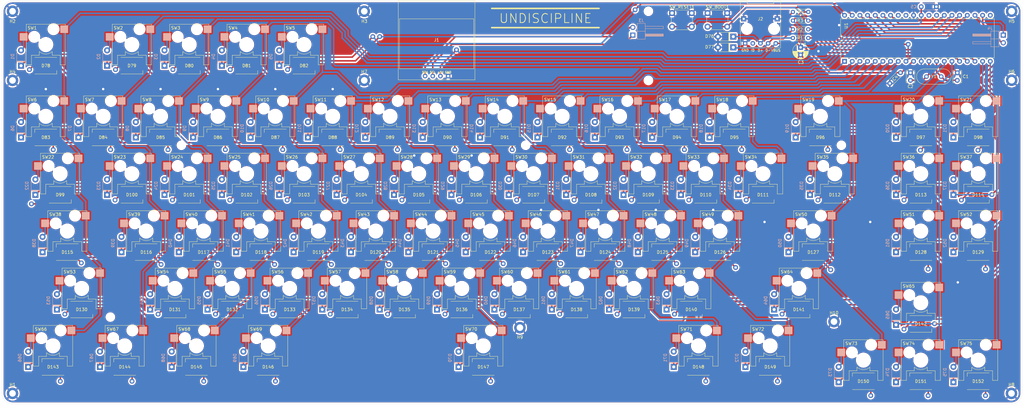
<source format=kicad_pcb>
(kicad_pcb (version 20171130) (host pcbnew 5.1.8)
  (layers (0 F.Cu signal) (1 In1.Cu power hide) (2 In2.Cu signal hide) (31 B.Cu signal) (34 B.Paste user) (35 F.Paste user) (36 B.SilkS user) (37 F.SilkS user) (38 B.Mask user) (39 F.Mask user) (44 Edge.Cuts user))
  (net 0 "")
  (net 1 GND)
  (net 2 "Net-(C1-Pad1)")
  (net 3 "Net-(C2-Pad1)")
  (net 4 +5V)
  (net 5 "Net-(D1-Pad2)")
  (net 6 row0)
  (net 7 "Net-(D2-Pad2)")
  (net 8 "Net-(D3-Pad2)")
  (net 9 "Net-(D4-Pad2)")
  (net 10 "Net-(D5-Pad2)")
  (net 11 "Net-(D6-Pad2)")
  (net 12 "Net-(D7-Pad2)")
  (net 13 "Net-(D8-Pad2)")
  (net 14 "Net-(D9-Pad2)")
  (net 15 "Net-(D10-Pad2)")
  (net 16 "Net-(D11-Pad2)")
  (net 17 "Net-(D12-Pad2)")
  (net 18 "Net-(D13-Pad2)")
  (net 19 "Net-(D14-Pad2)")
  (net 20 "Net-(D15-Pad2)")
  (net 21 "Net-(D16-Pad2)")
  (net 22 row1)
  (net 23 "Net-(D17-Pad2)")
  (net 24 "Net-(D18-Pad2)")
  (net 25 "Net-(D19-Pad2)")
  (net 26 "Net-(D20-Pad2)")
  (net 27 "Net-(D21-Pad2)")
  (net 28 "Net-(D22-Pad2)")
  (net 29 "Net-(D23-Pad2)")
  (net 30 "Net-(D24-Pad2)")
  (net 31 "Net-(D25-Pad2)")
  (net 32 "Net-(D26-Pad2)")
  (net 33 "Net-(D27-Pad2)")
  (net 34 "Net-(D28-Pad2)")
  (net 35 "Net-(D29-Pad2)")
  (net 36 "Net-(D30-Pad2)")
  (net 37 "Net-(D31-Pad2)")
  (net 38 row2)
  (net 39 "Net-(D32-Pad2)")
  (net 40 "Net-(D33-Pad2)")
  (net 41 "Net-(D34-Pad2)")
  (net 42 "Net-(D35-Pad2)")
  (net 43 "Net-(D36-Pad2)")
  (net 44 "Net-(D37-Pad2)")
  (net 45 "Net-(D38-Pad2)")
  (net 46 "Net-(D39-Pad2)")
  (net 47 "Net-(D40-Pad2)")
  (net 48 "Net-(D41-Pad2)")
  (net 49 "Net-(D42-Pad2)")
  (net 50 "Net-(D43-Pad2)")
  (net 51 "Net-(D44-Pad2)")
  (net 52 "Net-(D45-Pad2)")
  (net 53 row3)
  (net 54 "Net-(D46-Pad2)")
  (net 55 "Net-(D47-Pad2)")
  (net 56 "Net-(D48-Pad2)")
  (net 57 "Net-(D49-Pad2)")
  (net 58 "Net-(D50-Pad2)")
  (net 59 "Net-(D51-Pad2)")
  (net 60 "Net-(D52-Pad2)")
  (net 61 "Net-(D53-Pad2)")
  (net 62 "Net-(D54-Pad2)")
  (net 63 "Net-(D55-Pad2)")
  (net 64 "Net-(D56-Pad2)")
  (net 65 "Net-(D57-Pad2)")
  (net 66 "Net-(D58-Pad2)")
  (net 67 "Net-(D59-Pad2)")
  (net 68 row4)
  (net 69 "Net-(D60-Pad2)")
  (net 70 "Net-(D61-Pad2)")
  (net 71 "Net-(D62-Pad2)")
  (net 72 "Net-(D63-Pad2)")
  (net 73 "Net-(D64-Pad2)")
  (net 74 "Net-(D65-Pad2)")
  (net 75 "Net-(D66-Pad2)")
  (net 76 "Net-(D67-Pad2)")
  (net 77 reset)
  (net 78 D+)
  (net 79 D-)
  (net 80 col0)
  (net 81 col1)
  (net 82 col2)
  (net 83 col3)
  (net 84 col4)
  (net 85 col5)
  (net 86 col6)
  (net 87 col7)
  (net 88 col8)
  (net 89 col9)
  (net 90 col10)
  (net 91 col11)
  (net 92 col12)
  (net 93 col13)
  (net 94 col14)
  (net 95 boot)
  (net 96 "Net-(U1-Pad33)")
  (net 97 "Net-(U1-Pad32)")
  (net 98 "Net-(D68-Pad2)")
  (net 99 "Net-(D69-Pad2)")
  (net 100 "Net-(D70-Pad2)")
  (net 101 col15)
  (net 102 row5)
  (net 103 "Net-(D71-Pad2)")
  (net 104 "Net-(D72-Pad2)")
  (net 105 "Net-(D73-Pad2)")
  (net 106 "Net-(D74-Pad2)")
  (net 107 "Net-(D75-Pad2)")
  (net 108 "Net-(D76-Pad1)")
  (net 109 "Net-(D77-Pad1)")
  (net 110 SCL)
  (net 111 SDA)
  (net 112 "Net-(J2-Pad4)")
  (net 113 "Net-(U1-Pad21)")
  (net 114 "Net-(D78-Pad2)")
  (net 115 "Net-(D78-Pad4)")
  (net 116 "Net-(D79-Pad4)")
  (net 117 "Net-(D80-Pad4)")
  (net 118 "Net-(D81-Pad4)")
  (net 119 LED)
  (net 120 "Net-(D83-Pad2)")
  (net 121 "Net-(D84-Pad2)")
  (net 122 "Net-(D85-Pad2)")
  (net 123 "Net-(D86-Pad2)")
  (net 124 "Net-(D87-Pad2)")
  (net 125 "Net-(D88-Pad2)")
  (net 126 "Net-(D89-Pad2)")
  (net 127 "Net-(D90-Pad2)")
  (net 128 "Net-(D91-Pad2)")
  (net 129 "Net-(D92-Pad2)")
  (net 130 "Net-(D93-Pad2)")
  (net 131 "Net-(D94-Pad2)")
  (net 132 "Net-(D95-Pad2)")
  (net 133 "Net-(D96-Pad2)")
  (net 134 "Net-(D97-Pad2)")
  (net 135 "Net-(D114-Pad4)")
  (net 136 "Net-(D115-Pad4)")
  (net 137 "Net-(D100-Pad2)")
  (net 138 "Net-(D100-Pad4)")
  (net 139 "Net-(D101-Pad4)")
  (net 140 "Net-(D102-Pad4)")
  (net 141 "Net-(D103-Pad4)")
  (net 142 "Net-(D104-Pad4)")
  (net 143 "Net-(D105-Pad4)")
  (net 144 "Net-(D106-Pad4)")
  (net 145 "Net-(D107-Pad4)")
  (net 146 "Net-(D108-Pad4)")
  (net 147 "Net-(D109-Pad4)")
  (net 148 "Net-(D110-Pad4)")
  (net 149 "Net-(D111-Pad4)")
  (net 150 "Net-(D112-Pad4)")
  (net 151 "Net-(D113-Pad4)")
  (net 152 "Net-(D115-Pad2)")
  (net 153 "Net-(D116-Pad2)")
  (net 154 "Net-(D117-Pad2)")
  (net 155 "Net-(D118-Pad2)")
  (net 156 "Net-(D119-Pad2)")
  (net 157 "Net-(D120-Pad2)")
  (net 158 "Net-(D121-Pad2)")
  (net 159 "Net-(D122-Pad2)")
  (net 160 "Net-(D123-Pad2)")
  (net 161 "Net-(D124-Pad2)")
  (net 162 "Net-(D125-Pad2)")
  (net 163 "Net-(D126-Pad2)")
  (net 164 "Net-(D127-Pad2)")
  (net 165 "Net-(D128-Pad2)")
  (net 166 "Net-(D129-Pad2)")
  (net 167 "Net-(D130-Pad2)")
  (net 168 "Net-(D130-Pad4)")
  (net 169 "Net-(D131-Pad4)")
  (net 170 "Net-(D132-Pad4)")
  (net 171 "Net-(D133-Pad4)")
  (net 172 "Net-(D134-Pad4)")
  (net 173 "Net-(D135-Pad4)")
  (net 174 "Net-(D136-Pad4)")
  (net 175 "Net-(D137-Pad4)")
  (net 176 "Net-(D138-Pad4)")
  (net 177 "Net-(D139-Pad4)")
  (net 178 "Net-(D140-Pad4)")
  (net 179 "Net-(D141-Pad4)")
  (net 180 "Net-(D143-Pad2)")
  (net 181 "Net-(D144-Pad2)")
  (net 182 "Net-(D145-Pad2)")
  (net 183 "Net-(D146-Pad2)")
  (net 184 "Net-(D147-Pad2)")
  (net 185 "Net-(D148-Pad2)")
  (net 186 "Net-(D149-Pad2)")
  (net 187 "Net-(D150-Pad2)")
  (net 188 "Net-(D151-Pad2)")
  (net 189 "Net-(D152-Pad2)")
  (net 190 "Net-(U1-Pad29)")
  (net 191 "Net-(U1-Pad28)")
  (net 192 "Net-(J1-Pad4)")
  (net 193 "Net-(J1-Pad3)")
  (module Resistor_THT:R_Axial_DIN0204_L3.6mm_D1.6mm_P5.08mm_Horizontal (layer F.Cu) (at 299.4 63.453)
    (fp_text reference R4 (at 2.54 0) (layer F.SilkS))
    (fp_text value 1500)
    (pad 2 thru_hole oval (at 5.08 0) (size 1.4 1.4) (drill 0.7) (layers *.Cu *.Mask) (net 4 +5V))
    (pad 1 thru_hole circle (at 0 0) (size 1.4 1.4) (drill 0.7) (layers *.Cu *.Mask) (net 109 "Net-(D77-Pad1)"))
  )
  (module MountingHole:MountingHole_2.2mm_M2_DIN965_Pad_TopBottom (layer F.Cu) (at 313 166)
    (fp_text reference H10 (at 0 -2.9) (layer F.SilkS))
    (fp_text value MountingHole_Pad)
    (pad 1 connect circle (at 0 0) (size 3.8 3.8) (layers B.Cu B.Mask) (net 1 GND))
    (pad 1 connect circle (at 0 0) (size 3.8 3.8) (layers F.Cu F.Mask) (net 1 GND))
    (pad 1 thru_hole circle (at 0 0) (size 2.6 2.6) (drill 2.2) (layers *.Cu *.Mask) (net 1 GND))
  )
  (module MountingHole:MountingHole_2.2mm_M2 (layer F.Cu) (at 251.546666 86.125)
    (fp_text reference REF** hide)
    (fp_text value MountingHole_2.2mm_M2)
    (pad 1 np_thru_hole circle (at 0 0) (size 2.2 2.2) (drill 2.2) (layers *.Cu *.Mask))
  )
  (module MountingHole:MountingHole_2.2mm_M2 (layer F.Cu) (at 251.546666 63.23)
    (fp_text reference REF** hide)
    (fp_text value MountingHole_2.2mm_M2)
    (pad 1 np_thru_hole circle (at 0 0) (size 2.2 2.2) (drill 2.2) (layers *.Cu *.Mask))
  )
  (module MountingHole:MountingHole_2.2mm_M2_DIN965_Pad_TopBottom (layer F.Cu) (at 209 168)
    (fp_text reference H9 (at 0 3.196) (layer F.SilkS))
    (fp_text value MountingHole_Pad)
    (pad 1 connect circle (at 0 0) (size 3.8 3.8) (layers B.Cu B.Mask) (net 1 GND))
    (pad 1 connect circle (at 0 0) (size 3.8 3.8) (layers F.Cu F.Mask) (net 1 GND))
    (pad 1 thru_hole circle (at 0 0) (size 2.6 2.6) (drill 2.2) (layers *.Cu *.Mask) (net 1 GND))
  )
  (module MountingHole:MountingHole_2.2mm_M2_DIN965_Pad_TopBottom (layer F.Cu) (at 371.77 189.77)
    (fp_text reference H8 (at 0 -2.9) (layer F.SilkS))
    (fp_text value MountingHole_Pad)
    (pad 1 connect circle (at 0 0) (size 3.8 3.8) (layers B.Cu B.Mask) (net 1 GND))
    (pad 1 connect circle (at 0 0) (size 3.8 3.8) (layers F.Cu F.Mask) (net 1 GND))
    (pad 1 thru_hole circle (at 0 0) (size 2.6 2.6) (drill 2.2) (layers *.Cu *.Mask) (net 1 GND))
  )
  (module MountingHole:MountingHole_2.2mm_M2_DIN965_Pad_TopBottom (layer F.Cu) (at 157.453333 86.125)
    (fp_text reference H7 (at 0 -2.9) (layer F.SilkS))
    (fp_text value MountingHole_Pad)
    (pad 1 connect circle (at 0 0) (size 3.8 3.8) (layers B.Cu B.Mask) (net 1 GND))
    (pad 1 connect circle (at 0 0) (size 3.8 3.8) (layers F.Cu F.Mask) (net 1 GND))
    (pad 1 thru_hole circle (at 0 0) (size 2.6 2.6) (drill 2.2) (layers *.Cu *.Mask) (net 1 GND))
  )
  (module MountingHole:MountingHole_2.2mm_M2_DIN965_Pad_TopBottom (layer F.Cu) (at 371.83 86.065)
    (fp_text reference H6 (at 0 -2.9) (layer F.SilkS))
    (fp_text value MountingHole_Pad)
    (pad 1 connect circle (at 0 0) (size 3.8 3.8) (layers B.Cu B.Mask) (net 1 GND))
    (pad 1 connect circle (at 0 0) (size 3.8 3.8) (layers F.Cu F.Mask) (net 1 GND))
    (pad 1 thru_hole circle (at 0 0) (size 2.6 2.6) (drill 2.2) (layers *.Cu *.Mask) (net 1 GND))
  )
  (module MountingHole:MountingHole_2.2mm_M2_DIN965_Pad_TopBottom (layer F.Cu) (at 371.83 63.23)
    (fp_text reference H5 (at 0 3.318) (layer F.SilkS))
    (fp_text value MountingHole_Pad)
    (pad 1 connect circle (at 0 0) (size 3.8 3.8) (layers B.Cu B.Mask) (net 1 GND))
    (pad 1 connect circle (at 0 0) (size 3.8 3.8) (layers F.Cu F.Mask) (net 1 GND))
    (pad 1 thru_hole circle (at 0 0) (size 2.6 2.6) (drill 2.2) (layers *.Cu *.Mask) (net 1 GND))
  )
  (module MountingHole:MountingHole_2.2mm_M2_DIN965_Pad_TopBottom (layer F.Cu) (at 40.98 86.125)
    (fp_text reference H4 (at 0 -2.9) (layer F.SilkS))
    (fp_text value MountingHole_Pad)
    (pad 1 connect circle (at 0 0) (size 3.8 3.8) (layers B.Cu B.Mask) (net 1 GND))
    (pad 1 connect circle (at 0 0) (size 3.8 3.8) (layers F.Cu F.Mask) (net 1 GND))
    (pad 1 thru_hole circle (at 0 0) (size 2.6 2.6) (drill 2.2) (layers *.Cu *.Mask) (net 1 GND))
  )
  (module MountingHole:MountingHole_2.2mm_M2_DIN965_Pad_TopBottom (layer F.Cu) (at 157.453333 63.23)
    (fp_text reference H3 (at 0.026667 3.318) (layer F.SilkS))
    (fp_text value MountingHole_Pad)
    (pad 1 connect circle (at 0 0) (size 3.8 3.8) (layers B.Cu B.Mask) (net 1 GND))
    (pad 1 connect circle (at 0 0) (size 3.8 3.8) (layers F.Cu F.Mask) (net 1 GND))
    (pad 1 thru_hole circle (at 0 0) (size 2.6 2.6) (drill 2.2) (layers *.Cu *.Mask) (net 1 GND))
  )
  (module MountingHole:MountingHole_2.2mm_M2_DIN965_Pad_TopBottom (layer F.Cu) (at 40.98 63.23)
    (fp_text reference H2 (at 0 3.318) (layer F.SilkS))
    (fp_text value MountingHole_Pad)
    (pad 1 connect circle (at 0 0) (size 3.8 3.8) (layers B.Cu B.Mask) (net 1 GND))
    (pad 1 connect circle (at 0 0) (size 3.8 3.8) (layers F.Cu F.Mask) (net 1 GND))
    (pad 1 thru_hole circle (at 0 0) (size 2.6 2.6) (drill 2.2) (layers *.Cu *.Mask) (net 1 GND))
  )
  (module MountingHole:MountingHole_2.2mm_M2_DIN965_Pad_TopBottom (layer F.Cu) (at 40.98 189.77)
    (fp_text reference H1 (at 0 -2.9) (layer F.SilkS))
    (fp_text value MountingHole_Pad)
    (pad 1 connect circle (at 0 0) (size 3.8 3.8) (layers B.Cu B.Mask) (net 1 GND))
    (pad 1 connect circle (at 0 0) (size 3.8 3.8) (layers F.Cu F.Mask) (net 1 GND))
    (pad 1 thru_hole circle (at 0 0) (size 2.6 2.6) (drill 2.2) (layers *.Cu *.Mask) (net 1 GND))
  )
  (module Connector_PinHeader_2.54mm:PinHeader_1x02_P2.54mm_Horizontal (layer B.Cu) (at 369.062 71.12 180)
    (fp_text reference J4 (at 4.385 2.27) (layer B.SilkS) (effects (justify mirror)))
    (fp_text value Conn_01x02_Male)
    (pad 2 thru_hole oval (at 0 -2.54 180) (size 1.7 1.7) (drill 1) (layers *.Cu *.Mask) (net 110 SCL))
    (pad 1 thru_hole rect (at 0 0 180) (size 1.7 1.7) (drill 1) (layers *.Cu *.Mask) (net 111 SDA))
  )
  (module Connector_PinHeader_2.54mm:PinHeader_1x02_P2.54mm_Horizontal (layer B.Cu) (at 246.38 71.12)
    (fp_text reference J3 (at 2.794 -4.826) (layer B.SilkS) (effects (justify mirror)))
    (fp_text value Conn_01x02_Male)
    (pad 2 thru_hole oval (at 0 -2.54) (size 1.7 1.7) (drill 1) (layers *.Cu *.Mask) (net 192 "Net-(J1-Pad4)"))
    (pad 1 thru_hole rect (at 0 0) (size 1.7 1.7) (drill 1) (layers *.Cu *.Mask) (net 193 "Net-(J1-Pad3)"))
  )
  (module Package_DIP:DIP-40_W15.24mm (layer F.Cu) (at 316.5 79.8 90)
    (fp_text reference U1 (at 11.8 0.5 90) (layer F.SilkS))
    (fp_text value ATmega32A-PU)
    (pad 40 thru_hole oval (at 15.24 0 90) (size 1.6 1.6) (drill 0.8) (layers *.Cu *.Mask) (net 119 LED))
    (pad 20 thru_hole oval (at 0 48.26 90) (size 1.6 1.6) (drill 0.8) (layers *.Cu *.Mask) (net 101 col15))
    (pad 39 thru_hole oval (at 15.24 2.54 90) (size 1.6 1.6) (drill 0.8) (layers *.Cu *.Mask) (net 6 row0))
    (pad 19 thru_hole oval (at 0 45.72 90) (size 1.6 1.6) (drill 0.8) (layers *.Cu *.Mask) (net 94 col14))
    (pad 38 thru_hole oval (at 15.24 5.08 90) (size 1.6 1.6) (drill 0.8) (layers *.Cu *.Mask) (net 22 row1))
    (pad 18 thru_hole oval (at 0 43.18 90) (size 1.6 1.6) (drill 0.8) (layers *.Cu *.Mask) (net 95 boot))
    (pad 37 thru_hole oval (at 15.24 7.62 90) (size 1.6 1.6) (drill 0.8) (layers *.Cu *.Mask) (net 38 row2))
    (pad 17 thru_hole oval (at 0 40.64 90) (size 1.6 1.6) (drill 0.8) (layers *.Cu *.Mask) (net 79 D-))
    (pad 36 thru_hole oval (at 15.24 10.16 90) (size 1.6 1.6) (drill 0.8) (layers *.Cu *.Mask) (net 53 row3))
    (pad 16 thru_hole oval (at 0 38.1 90) (size 1.6 1.6) (drill 0.8) (layers *.Cu *.Mask) (net 78 D+))
    (pad 35 thru_hole oval (at 15.24 12.7 90) (size 1.6 1.6) (drill 0.8) (layers *.Cu *.Mask) (net 68 row4))
    (pad 15 thru_hole oval (at 0 35.56 90) (size 1.6 1.6) (drill 0.8) (layers *.Cu *.Mask) (net 93 col13))
    (pad 34 thru_hole oval (at 15.24 15.24 90) (size 1.6 1.6) (drill 0.8) (layers *.Cu *.Mask) (net 102 row5))
    (pad 14 thru_hole oval (at 0 33.02 90) (size 1.6 1.6) (drill 0.8) (layers *.Cu *.Mask) (net 92 col12))
    (pad 33 thru_hole oval (at 15.24 17.78 90) (size 1.6 1.6) (drill 0.8) (layers *.Cu *.Mask) (net 96 "Net-(U1-Pad33)"))
    (pad 13 thru_hole oval (at 0 30.48 90) (size 1.6 1.6) (drill 0.8) (layers *.Cu *.Mask) (net 2 "Net-(C1-Pad1)"))
    (pad 32 thru_hole oval (at 15.24 20.32 90) (size 1.6 1.6) (drill 0.8) (layers *.Cu *.Mask) (net 97 "Net-(U1-Pad32)"))
    (pad 12 thru_hole oval (at 0 27.94 90) (size 1.6 1.6) (drill 0.8) (layers *.Cu *.Mask) (net 3 "Net-(C2-Pad1)"))
    (pad 31 thru_hole oval (at 15.24 22.86 90) (size 1.6 1.6) (drill 0.8) (layers *.Cu *.Mask) (net 1 GND))
    (pad 11 thru_hole oval (at 0 25.4 90) (size 1.6 1.6) (drill 0.8) (layers *.Cu *.Mask) (net 1 GND))
    (pad 30 thru_hole oval (at 15.24 25.4 90) (size 1.6 1.6) (drill 0.8) (layers *.Cu *.Mask) (net 4 +5V))
    (pad 10 thru_hole oval (at 0 22.86 90) (size 1.6 1.6) (drill 0.8) (layers *.Cu *.Mask) (net 4 +5V))
    (pad 29 thru_hole oval (at 15.24 27.94 90) (size 1.6 1.6) (drill 0.8) (layers *.Cu *.Mask) (net 190 "Net-(U1-Pad29)"))
    (pad 9 thru_hole oval (at 0 20.32 90) (size 1.6 1.6) (drill 0.8) (layers *.Cu *.Mask) (net 77 reset))
    (pad 28 thru_hole oval (at 15.24 30.48 90) (size 1.6 1.6) (drill 0.8) (layers *.Cu *.Mask) (net 191 "Net-(U1-Pad28)"))
    (pad 8 thru_hole oval (at 0 17.78 90) (size 1.6 1.6) (drill 0.8) (layers *.Cu *.Mask) (net 91 col11))
    (pad 27 thru_hole oval (at 15.24 33.02 90) (size 1.6 1.6) (drill 0.8) (layers *.Cu *.Mask) (net 80 col0))
    (pad 7 thru_hole oval (at 0 15.24 90) (size 1.6 1.6) (drill 0.8) (layers *.Cu *.Mask) (net 90 col10))
    (pad 26 thru_hole oval (at 15.24 35.56 90) (size 1.6 1.6) (drill 0.8) (layers *.Cu *.Mask) (net 81 col1))
    (pad 6 thru_hole oval (at 0 12.7 90) (size 1.6 1.6) (drill 0.8) (layers *.Cu *.Mask) (net 89 col9))
    (pad 25 thru_hole oval (at 15.24 38.1 90) (size 1.6 1.6) (drill 0.8) (layers *.Cu *.Mask) (net 82 col2))
    (pad 5 thru_hole oval (at 0 10.16 90) (size 1.6 1.6) (drill 0.8) (layers *.Cu *.Mask) (net 88 col8))
    (pad 24 thru_hole oval (at 15.24 40.64 90) (size 1.6 1.6) (drill 0.8) (layers *.Cu *.Mask) (net 83 col3))
    (pad 4 thru_hole oval (at 0 7.62 90) (size 1.6 1.6) (drill 0.8) (layers *.Cu *.Mask) (net 87 col7))
    (pad 23 thru_hole oval (at 15.24 43.18 90) (size 1.6 1.6) (drill 0.8) (layers *.Cu *.Mask) (net 111 SDA))
    (pad 3 thru_hole oval (at 0 5.08 90) (size 1.6 1.6) (drill 0.8) (layers *.Cu *.Mask) (net 86 col6))
    (pad 22 thru_hole oval (at 15.24 45.72 90) (size 1.6 1.6) (drill 0.8) (layers *.Cu *.Mask) (net 110 SCL))
    (pad 2 thru_hole oval (at 0 2.54 90) (size 1.6 1.6) (drill 0.8) (layers *.Cu *.Mask) (net 85 col5))
    (pad 21 thru_hole oval (at 15.24 48.26 90) (size 1.6 1.6) (drill 0.8) (layers *.Cu *.Mask) (net 113 "Net-(U1-Pad21)"))
    (pad 1 thru_hole rect (at 0 0 90) (size 1.6 1.6) (drill 0.8) (layers *.Cu *.Mask) (net 84 col4))
  )
  (module undiscipline:OLED128x64 (layer F.Cu) (at 181.404999 73.25 180)
    (fp_text reference J1 (at 0 0.5) (layer F.SilkS))
    (fp_text value Conn_01x04_Male)
    (fp_text user +5V (at -1.27 -10.16) (layer F.SilkS) (effects (font (size 0.7 0.7))))
    (fp_text user SDA (at 3.81 -10.16) (layer F.SilkS) (effects (font (size 0.7 0.7))))
    (fp_text user SCL (at 1.27 -10.16) (layer F.SilkS) (effects (font (size 0.7 0.7))))
    (fp_text user GND (at -3.81 -10.16) (layer F.SilkS) (effects (font (size 0.7 0.7))))
    (pad 4 thru_hole circle (at 3.81 -11.43 180) (size 1.524 1.524) (drill 0.762) (layers *.Cu *.Mask) (net 192 "Net-(J1-Pad4)"))
    (pad 3 thru_hole circle (at 1.27 -11.43 180) (size 1.524 1.524) (drill 0.762) (layers *.Cu *.Mask) (net 193 "Net-(J1-Pad3)"))
    (pad 2 thru_hole circle (at -1.27 -11.43 180) (size 1.524 1.524) (drill 0.762) (layers *.Cu *.Mask) (net 4 +5V))
    (pad 1 thru_hole circle (at -3.81 -11.43 180) (size 1.524 1.524) (drill 0.762) (layers *.Cu *.Mask) (net 1 GND))
  )
  (module undiscipline:MicroUSB (layer F.Cu) (at 288.65 59.75)
    (fp_text reference J2 (at 0 6.036) (layer F.SilkS))
    (fp_text value USB_B_Micro)
    (fp_text user GND (at -5.08 16.43) (layer F.SilkS) (effects (font (size 0.8 0.8))))
    (fp_text user ID (at -2.54 16.43) (layer F.SilkS) (effects (font (size 0.8 0.8))))
    (fp_text user D+ (at 0 16.43) (layer F.SilkS) (effects (font (size 0.8 0.8))))
    (fp_text user D- (at 2.54 16.43) (layer F.SilkS) (effects (font (size 0.8 0.8))))
    (fp_text user VBUS (at 5.08 16.43) (layer F.SilkS) (effects (font (size 0.8 0.8))))
    (pad "" np_thru_hole circle (at -4.5 9.3) (size 3 3) (drill 3) (layers *.Cu *.Mask))
    (pad "" np_thru_hole circle (at 4.5 9.3) (size 3 3) (drill 3) (layers *.Cu *.Mask))
    (pad 6 thru_hole rect (at 5.55 5.98) (size 1.7 1.7) (drill 0.762) (layers *.Cu *.Mask) (net 1 GND))
    (pad 6 thru_hole rect (at -5.55 5.98) (size 1.7 1.7) (drill 0.762) (layers *.Cu *.Mask) (net 1 GND))
    (pad 1 thru_hole circle (at 5.08 14.11) (size 1.524 1.524) (drill 0.762) (layers *.Cu *.Mask) (net 4 +5V))
    (pad 2 thru_hole circle (at 2.54 14.11) (size 1.524 1.524) (drill 0.762) (layers *.Cu *.Mask) (net 109 "Net-(D77-Pad1)"))
    (pad 3 thru_hole circle (at 0 14.11) (size 1.524 1.524) (drill 0.762) (layers *.Cu *.Mask) (net 108 "Net-(D76-Pad1)"))
    (pad 4 thru_hole circle (at -2.54 14.11) (size 1.524 1.524) (drill 0.762) (layers *.Cu *.Mask) (net 112 "Net-(J2-Pad4)"))
    (pad 5 thru_hole circle (at -5.08 14.11) (size 1.524 1.524) (drill 0.762) (layers *.Cu *.Mask) (net 1 GND))
  )
  (module Crystal:Crystal_HC49-4H_Vertical (layer F.Cu) (at 348.5 84.856 180)
    (fp_text reference Y1 (at 2.44 0.02) (layer F.SilkS))
    (fp_text value 16MHz)
    (pad 2 thru_hole circle (at 4.88 0 180) (size 1.5 1.5) (drill 0.8) (layers *.Cu *.Mask) (net 3 "Net-(C2-Pad1)"))
    (pad 1 thru_hole circle (at 0 0 180) (size 1.5 1.5) (drill 0.8) (layers *.Cu *.Mask) (net 2 "Net-(C1-Pad1)"))
  )
  (module MountingHole:MountingHole_2.2mm_M2 (layer F.Cu) (at 73.38 164.5)
    (fp_text reference REF** hide)
    (fp_text value MountingHole_2.2mm_M2)
    (pad 1 np_thru_hole circle (at 0 0) (size 2.2 2.2) (drill 2.2) (layers *.Cu *.Mask))
  )
  (module MountingHole:MountingHole_2.2mm_M2 (layer F.Cu) (at 315.45 107.6)
    (fp_text reference REF** hide)
    (fp_text value MountingHole_2.2mm_M2)
    (pad 1 np_thru_hole circle (at 0 0) (size 2.2 2.2) (drill 2.2) (layers *.Cu *.Mask))
  )
  (module MountingHole:MountingHole_2.2mm_M2 (layer F.Cu) (at 210.9 107.6)
    (fp_text reference REF** hide)
    (fp_text value MountingHole_2.2mm_M2)
    (pad 1 np_thru_hole circle (at 0 0) (size 2.2 2.2) (drill 2.2) (layers *.Cu *.Mask))
  )
  (module MountingHole:MountingHole_2.2mm_M2 (layer F.Cu) (at 96.9 107.6)
    (fp_text reference REF** hide)
    (fp_text value MountingHole_2.2mm_M2)
    (pad 1 np_thru_hole circle (at 0 0) (size 2.2 2.2) (drill 2.2) (layers *.Cu *.Mask))
  )
  (module LED_SMD:LED_WS2812B_PLCC4_5.0x5.0mm_P3.2mm (layer F.Cu) (at 360.75 185.75 180)
    (fp_text reference D152 (at 0 0) (layer F.SilkS))
    (fp_text value WS2812B)
    (pad 1 smd rect (at -2.45 -1.6 180) (size 1.5 1) (layers F.Cu F.Paste F.Mask) (net 4 +5V))
    (pad 2 smd rect (at -2.45 1.6 180) (size 1.5 1) (layers F.Cu F.Paste F.Mask) (net 189 "Net-(D152-Pad2)"))
    (pad 4 smd rect (at 2.45 -1.6 180) (size 1.5 1) (layers F.Cu F.Paste F.Mask) (net 188 "Net-(D151-Pad2)"))
    (pad 3 smd rect (at 2.45 1.6 180) (size 1.5 1) (layers F.Cu F.Paste F.Mask) (net 1 GND))
  )
  (module LED_SMD:LED_WS2812B_PLCC4_5.0x5.0mm_P3.2mm (layer F.Cu) (at 341.75 185.75 180)
    (fp_text reference D151 (at 0 0) (layer F.SilkS))
    (fp_text value WS2812B)
    (pad 1 smd rect (at -2.45 -1.6 180) (size 1.5 1) (layers F.Cu F.Paste F.Mask) (net 4 +5V))
    (pad 2 smd rect (at -2.45 1.6 180) (size 1.5 1) (layers F.Cu F.Paste F.Mask) (net 188 "Net-(D151-Pad2)"))
    (pad 4 smd rect (at 2.45 -1.6 180) (size 1.5 1) (layers F.Cu F.Paste F.Mask) (net 187 "Net-(D150-Pad2)"))
    (pad 3 smd rect (at 2.45 1.6 180) (size 1.5 1) (layers F.Cu F.Paste F.Mask) (net 1 GND))
  )
  (module LED_SMD:LED_WS2812B_PLCC4_5.0x5.0mm_P3.2mm (layer F.Cu) (at 322.75 185.75 180)
    (fp_text reference D150 (at 0 0) (layer F.SilkS))
    (fp_text value WS2812B)
    (pad 1 smd rect (at -2.45 -1.6 180) (size 1.5 1) (layers F.Cu F.Paste F.Mask) (net 4 +5V))
    (pad 2 smd rect (at -2.45 1.6 180) (size 1.5 1) (layers F.Cu F.Paste F.Mask) (net 187 "Net-(D150-Pad2)"))
    (pad 4 smd rect (at 2.45 -1.6 180) (size 1.5 1) (layers F.Cu F.Paste F.Mask) (net 186 "Net-(D149-Pad2)"))
    (pad 3 smd rect (at 2.45 1.6 180) (size 1.5 1) (layers F.Cu F.Paste F.Mask) (net 1 GND))
  )
  (module LED_SMD:LED_WS2812B_PLCC4_5.0x5.0mm_P3.2mm (layer F.Cu) (at 291.875 181 180)
    (fp_text reference D149 (at 0 0) (layer F.SilkS))
    (fp_text value WS2812B)
    (pad 1 smd rect (at -2.45 -1.6 180) (size 1.5 1) (layers F.Cu F.Paste F.Mask) (net 4 +5V))
    (pad 2 smd rect (at -2.45 1.6 180) (size 1.5 1) (layers F.Cu F.Paste F.Mask) (net 186 "Net-(D149-Pad2)"))
    (pad 4 smd rect (at 2.45 -1.6 180) (size 1.5 1) (layers F.Cu F.Paste F.Mask) (net 185 "Net-(D148-Pad2)"))
    (pad 3 smd rect (at 2.45 1.6 180) (size 1.5 1) (layers F.Cu F.Paste F.Mask) (net 1 GND))
  )
  (module LED_SMD:LED_WS2812B_PLCC4_5.0x5.0mm_P3.2mm (layer F.Cu) (at 268.125 181 180)
    (fp_text reference D148 (at 0 0) (layer F.SilkS))
    (fp_text value WS2812B)
    (pad 1 smd rect (at -2.45 -1.6 180) (size 1.5 1) (layers F.Cu F.Paste F.Mask) (net 4 +5V))
    (pad 2 smd rect (at -2.45 1.6 180) (size 1.5 1) (layers F.Cu F.Paste F.Mask) (net 185 "Net-(D148-Pad2)"))
    (pad 4 smd rect (at 2.45 -1.6 180) (size 1.5 1) (layers F.Cu F.Paste F.Mask) (net 184 "Net-(D147-Pad2)"))
    (pad 3 smd rect (at 2.45 1.6 180) (size 1.5 1) (layers F.Cu F.Paste F.Mask) (net 1 GND))
  )
  (module LED_SMD:LED_WS2812B_PLCC4_5.0x5.0mm_P3.2mm (layer F.Cu) (at 196.875 181 180)
    (fp_text reference D147 (at 0 0) (layer F.SilkS))
    (fp_text value WS2812B)
    (pad 1 smd rect (at -2.45 -1.6 180) (size 1.5 1) (layers F.Cu F.Paste F.Mask) (net 4 +5V))
    (pad 2 smd rect (at -2.45 1.6 180) (size 1.5 1) (layers F.Cu F.Paste F.Mask) (net 184 "Net-(D147-Pad2)"))
    (pad 4 smd rect (at 2.45 -1.6 180) (size 1.5 1) (layers F.Cu F.Paste F.Mask) (net 183 "Net-(D146-Pad2)"))
    (pad 3 smd rect (at 2.45 1.6 180) (size 1.5 1) (layers F.Cu F.Paste F.Mask) (net 1 GND))
  )
  (module LED_SMD:LED_WS2812B_PLCC4_5.0x5.0mm_P3.2mm (layer F.Cu) (at 125.625 181 180)
    (fp_text reference D146 (at 0 0) (layer F.SilkS))
    (fp_text value WS2812B)
    (pad 1 smd rect (at -2.45 -1.6 180) (size 1.5 1) (layers F.Cu F.Paste F.Mask) (net 4 +5V))
    (pad 2 smd rect (at -2.45 1.6 180) (size 1.5 1) (layers F.Cu F.Paste F.Mask) (net 183 "Net-(D146-Pad2)"))
    (pad 4 smd rect (at 2.45 -1.6 180) (size 1.5 1) (layers F.Cu F.Paste F.Mask) (net 182 "Net-(D145-Pad2)"))
    (pad 3 smd rect (at 2.45 1.6 180) (size 1.5 1) (layers F.Cu F.Paste F.Mask) (net 1 GND))
  )
  (module LED_SMD:LED_WS2812B_PLCC4_5.0x5.0mm_P3.2mm (layer F.Cu) (at 101.875 181 180)
    (fp_text reference D145 (at 0 0) (layer F.SilkS))
    (fp_text value WS2812B)
    (pad 1 smd rect (at -2.45 -1.6 180) (size 1.5 1) (layers F.Cu F.Paste F.Mask) (net 4 +5V))
    (pad 2 smd rect (at -2.45 1.6 180) (size 1.5 1) (layers F.Cu F.Paste F.Mask) (net 182 "Net-(D145-Pad2)"))
    (pad 4 smd rect (at 2.45 -1.6 180) (size 1.5 1) (layers F.Cu F.Paste F.Mask) (net 181 "Net-(D144-Pad2)"))
    (pad 3 smd rect (at 2.45 1.6 180) (size 1.5 1) (layers F.Cu F.Paste F.Mask) (net 1 GND))
  )
  (module LED_SMD:LED_WS2812B_PLCC4_5.0x5.0mm_P3.2mm (layer F.Cu) (at 78.125 181 180)
    (fp_text reference D144 (at 0 0) (layer F.SilkS))
    (fp_text value WS2812B)
    (pad 1 smd rect (at -2.45 -1.6 180) (size 1.5 1) (layers F.Cu F.Paste F.Mask) (net 4 +5V))
    (pad 2 smd rect (at -2.45 1.6 180) (size 1.5 1) (layers F.Cu F.Paste F.Mask) (net 181 "Net-(D144-Pad2)"))
    (pad 4 smd rect (at 2.45 -1.6 180) (size 1.5 1) (layers F.Cu F.Paste F.Mask) (net 180 "Net-(D143-Pad2)"))
    (pad 3 smd rect (at 2.45 1.6 180) (size 1.5 1) (layers F.Cu F.Paste F.Mask) (net 1 GND))
  )
  (module LED_SMD:LED_WS2812B_PLCC4_5.0x5.0mm_P3.2mm (layer F.Cu) (at 54.375 181 180)
    (fp_text reference D143 (at 0 0) (layer F.SilkS))
    (fp_text value WS2812B)
    (pad 1 smd rect (at -2.45 -1.6 180) (size 1.5 1) (layers F.Cu F.Paste F.Mask) (net 4 +5V))
    (pad 2 smd rect (at -2.45 1.6 180) (size 1.5 1) (layers F.Cu F.Paste F.Mask) (net 180 "Net-(D143-Pad2)"))
    (pad 4 smd rect (at 2.45 -1.6 180) (size 1.5 1) (layers F.Cu F.Paste F.Mask) (net 167 "Net-(D130-Pad2)"))
    (pad 3 smd rect (at 2.45 1.6 180) (size 1.5 1) (layers F.Cu F.Paste F.Mask) (net 1 GND))
  )
  (module LED_SMD:LED_WS2812B_PLCC4_5.0x5.0mm_P3.2mm (layer F.Cu) (at 341.75 166.75)
    (fp_text reference D142 (at 0 0) (layer F.SilkS))
    (fp_text value WS2812B)
    (pad 1 smd rect (at -2.45 -1.6) (size 1.5 1) (layers F.Cu F.Paste F.Mask) (net 4 +5V))
    (pad 2 smd rect (at -2.45 1.6) (size 1.5 1) (layers F.Cu F.Paste F.Mask) (net 179 "Net-(D141-Pad4)"))
    (pad 4 smd rect (at 2.45 -1.6) (size 1.5 1) (layers F.Cu F.Paste F.Mask) (net 166 "Net-(D129-Pad2)"))
    (pad 3 smd rect (at 2.45 1.6) (size 1.5 1) (layers F.Cu F.Paste F.Mask) (net 1 GND))
  )
  (module LED_SMD:LED_WS2812B_PLCC4_5.0x5.0mm_P3.2mm (layer F.Cu) (at 301.375 162)
    (fp_text reference D141 (at 0 0) (layer F.SilkS))
    (fp_text value WS2812B)
    (pad 1 smd rect (at -2.45 -1.6) (size 1.5 1) (layers F.Cu F.Paste F.Mask) (net 4 +5V))
    (pad 2 smd rect (at -2.45 1.6) (size 1.5 1) (layers F.Cu F.Paste F.Mask) (net 178 "Net-(D140-Pad4)"))
    (pad 4 smd rect (at 2.45 -1.6) (size 1.5 1) (layers F.Cu F.Paste F.Mask) (net 179 "Net-(D141-Pad4)"))
    (pad 3 smd rect (at 2.45 1.6) (size 1.5 1) (layers F.Cu F.Paste F.Mask) (net 1 GND))
  )
  (module LED_SMD:LED_WS2812B_PLCC4_5.0x5.0mm_P3.2mm (layer F.Cu) (at 265.75 162)
    (fp_text reference D140 (at 0 0) (layer F.SilkS))
    (fp_text value WS2812B)
    (pad 1 smd rect (at -2.45 -1.6) (size 1.5 1) (layers F.Cu F.Paste F.Mask) (net 4 +5V))
    (pad 2 smd rect (at -2.45 1.6) (size 1.5 1) (layers F.Cu F.Paste F.Mask) (net 177 "Net-(D139-Pad4)"))
    (pad 4 smd rect (at 2.45 -1.6) (size 1.5 1) (layers F.Cu F.Paste F.Mask) (net 178 "Net-(D140-Pad4)"))
    (pad 3 smd rect (at 2.45 1.6) (size 1.5 1) (layers F.Cu F.Paste F.Mask) (net 1 GND))
  )
  (module LED_SMD:LED_WS2812B_PLCC4_5.0x5.0mm_P3.2mm (layer F.Cu) (at 246.75 162)
    (fp_text reference D139 (at 0 0) (layer F.SilkS))
    (fp_text value WS2812B)
    (pad 1 smd rect (at -2.45 -1.6) (size 1.5 1) (layers F.Cu F.Paste F.Mask) (net 4 +5V))
    (pad 2 smd rect (at -2.45 1.6) (size 1.5 1) (layers F.Cu F.Paste F.Mask) (net 176 "Net-(D138-Pad4)"))
    (pad 4 smd rect (at 2.45 -1.6) (size 1.5 1) (layers F.Cu F.Paste F.Mask) (net 177 "Net-(D139-Pad4)"))
    (pad 3 smd rect (at 2.45 1.6) (size 1.5 1) (layers F.Cu F.Paste F.Mask) (net 1 GND))
  )
  (module LED_SMD:LED_WS2812B_PLCC4_5.0x5.0mm_P3.2mm (layer F.Cu) (at 227.75 162)
    (fp_text reference D138 (at 0 0) (layer F.SilkS))
    (fp_text value WS2812B)
    (pad 1 smd rect (at -2.45 -1.6) (size 1.5 1) (layers F.Cu F.Paste F.Mask) (net 4 +5V))
    (pad 2 smd rect (at -2.45 1.6) (size 1.5 1) (layers F.Cu F.Paste F.Mask) (net 175 "Net-(D137-Pad4)"))
    (pad 4 smd rect (at 2.45 -1.6) (size 1.5 1) (layers F.Cu F.Paste F.Mask) (net 176 "Net-(D138-Pad4)"))
    (pad 3 smd rect (at 2.45 1.6) (size 1.5 1) (layers F.Cu F.Paste F.Mask) (net 1 GND))
  )
  (module LED_SMD:LED_WS2812B_PLCC4_5.0x5.0mm_P3.2mm (layer F.Cu) (at 208.75 162)
    (fp_text reference D137 (at 0 0) (layer F.SilkS))
    (fp_text value WS2812B)
    (pad 1 smd rect (at -2.45 -1.6) (size 1.5 1) (layers F.Cu F.Paste F.Mask) (net 4 +5V))
    (pad 2 smd rect (at -2.45 1.6) (size 1.5 1) (layers F.Cu F.Paste F.Mask) (net 174 "Net-(D136-Pad4)"))
    (pad 4 smd rect (at 2.45 -1.6) (size 1.5 1) (layers F.Cu F.Paste F.Mask) (net 175 "Net-(D137-Pad4)"))
    (pad 3 smd rect (at 2.45 1.6) (size 1.5 1) (layers F.Cu F.Paste F.Mask) (net 1 GND))
  )
  (module LED_SMD:LED_WS2812B_PLCC4_5.0x5.0mm_P3.2mm (layer F.Cu) (at 189.75 162)
    (fp_text reference D136 (at 0 0) (layer F.SilkS))
    (fp_text value WS2812B)
    (pad 1 smd rect (at -2.45 -1.6) (size 1.5 1) (layers F.Cu F.Paste F.Mask) (net 4 +5V))
    (pad 2 smd rect (at -2.45 1.6) (size 1.5 1) (layers F.Cu F.Paste F.Mask) (net 173 "Net-(D135-Pad4)"))
    (pad 4 smd rect (at 2.45 -1.6) (size 1.5 1) (layers F.Cu F.Paste F.Mask) (net 174 "Net-(D136-Pad4)"))
    (pad 3 smd rect (at 2.45 1.6) (size 1.5 1) (layers F.Cu F.Paste F.Mask) (net 1 GND))
  )
  (module LED_SMD:LED_WS2812B_PLCC4_5.0x5.0mm_P3.2mm (layer F.Cu) (at 170.75 162)
    (fp_text reference D135 (at 0 0) (layer F.SilkS))
    (fp_text value WS2812B)
    (pad 1 smd rect (at -2.45 -1.6) (size 1.5 1) (layers F.Cu F.Paste F.Mask) (net 4 +5V))
    (pad 2 smd rect (at -2.45 1.6) (size 1.5 1) (layers F.Cu F.Paste F.Mask) (net 172 "Net-(D134-Pad4)"))
    (pad 4 smd rect (at 2.45 -1.6) (size 1.5 1) (layers F.Cu F.Paste F.Mask) (net 173 "Net-(D135-Pad4)"))
    (pad 3 smd rect (at 2.45 1.6) (size 1.5 1) (layers F.Cu F.Paste F.Mask) (net 1 GND))
  )
  (module LED_SMD:LED_WS2812B_PLCC4_5.0x5.0mm_P3.2mm (layer F.Cu) (at 151.75 162)
    (fp_text reference D134 (at 0 0) (layer F.SilkS))
    (fp_text value WS2812B)
    (pad 1 smd rect (at -2.45 -1.6) (size 1.5 1) (layers F.Cu F.Paste F.Mask) (net 4 +5V))
    (pad 2 smd rect (at -2.45 1.6) (size 1.5 1) (layers F.Cu F.Paste F.Mask) (net 171 "Net-(D133-Pad4)"))
    (pad 4 smd rect (at 2.45 -1.6) (size 1.5 1) (layers F.Cu F.Paste F.Mask) (net 172 "Net-(D134-Pad4)"))
    (pad 3 smd rect (at 2.45 1.6) (size 1.5 1) (layers F.Cu F.Paste F.Mask) (net 1 GND))
  )
  (module LED_SMD:LED_WS2812B_PLCC4_5.0x5.0mm_P3.2mm (layer F.Cu) (at 132.75 162)
    (fp_text reference D133 (at 0 0) (layer F.SilkS))
    (fp_text value WS2812B)
    (pad 1 smd rect (at -2.45 -1.6) (size 1.5 1) (layers F.Cu F.Paste F.Mask) (net 4 +5V))
    (pad 2 smd rect (at -2.45 1.6) (size 1.5 1) (layers F.Cu F.Paste F.Mask) (net 170 "Net-(D132-Pad4)"))
    (pad 4 smd rect (at 2.45 -1.6) (size 1.5 1) (layers F.Cu F.Paste F.Mask) (net 171 "Net-(D133-Pad4)"))
    (pad 3 smd rect (at 2.45 1.6) (size 1.5 1) (layers F.Cu F.Paste F.Mask) (net 1 GND))
  )
  (module LED_SMD:LED_WS2812B_PLCC4_5.0x5.0mm_P3.2mm (layer F.Cu) (at 113.75 162)
    (fp_text reference D132 (at 0 0) (layer F.SilkS))
    (fp_text value WS2812B)
    (pad 1 smd rect (at -2.45 -1.6) (size 1.5 1) (layers F.Cu F.Paste F.Mask) (net 4 +5V))
    (pad 2 smd rect (at -2.45 1.6) (size 1.5 1) (layers F.Cu F.Paste F.Mask) (net 169 "Net-(D131-Pad4)"))
    (pad 4 smd rect (at 2.45 -1.6) (size 1.5 1) (layers F.Cu F.Paste F.Mask) (net 170 "Net-(D132-Pad4)"))
    (pad 3 smd rect (at 2.45 1.6) (size 1.5 1) (layers F.Cu F.Paste F.Mask) (net 1 GND))
  )
  (module LED_SMD:LED_WS2812B_PLCC4_5.0x5.0mm_P3.2mm (layer F.Cu) (at 94.75 162)
    (fp_text reference D131 (at 0 0) (layer F.SilkS))
    (fp_text value WS2812B)
    (pad 1 smd rect (at -2.45 -1.6) (size 1.5 1) (layers F.Cu F.Paste F.Mask) (net 4 +5V))
    (pad 2 smd rect (at -2.45 1.6) (size 1.5 1) (layers F.Cu F.Paste F.Mask) (net 168 "Net-(D130-Pad4)"))
    (pad 4 smd rect (at 2.45 -1.6) (size 1.5 1) (layers F.Cu F.Paste F.Mask) (net 169 "Net-(D131-Pad4)"))
    (pad 3 smd rect (at 2.45 1.6) (size 1.5 1) (layers F.Cu F.Paste F.Mask) (net 1 GND))
  )
  (module LED_SMD:LED_WS2812B_PLCC4_5.0x5.0mm_P3.2mm (layer F.Cu) (at 63.875 162)
    (fp_text reference D130 (at 0 0) (layer F.SilkS))
    (fp_text value WS2812B)
    (pad 1 smd rect (at -2.45 -1.6) (size 1.5 1) (layers F.Cu F.Paste F.Mask) (net 4 +5V))
    (pad 2 smd rect (at -2.45 1.6) (size 1.5 1) (layers F.Cu F.Paste F.Mask) (net 167 "Net-(D130-Pad2)"))
    (pad 4 smd rect (at 2.45 -1.6) (size 1.5 1) (layers F.Cu F.Paste F.Mask) (net 168 "Net-(D130-Pad4)"))
    (pad 3 smd rect (at 2.45 1.6) (size 1.5 1) (layers F.Cu F.Paste F.Mask) (net 1 GND))
  )
  (module LED_SMD:LED_WS2812B_PLCC4_5.0x5.0mm_P3.2mm (layer F.Cu) (at 360.75 143 180)
    (fp_text reference D129 (at 0 0) (layer F.SilkS))
    (fp_text value WS2812B)
    (pad 1 smd rect (at -2.45 -1.6 180) (size 1.5 1) (layers F.Cu F.Paste F.Mask) (net 4 +5V))
    (pad 2 smd rect (at -2.45 1.6 180) (size 1.5 1) (layers F.Cu F.Paste F.Mask) (net 166 "Net-(D129-Pad2)"))
    (pad 4 smd rect (at 2.45 -1.6 180) (size 1.5 1) (layers F.Cu F.Paste F.Mask) (net 165 "Net-(D128-Pad2)"))
    (pad 3 smd rect (at 2.45 1.6 180) (size 1.5 1) (layers F.Cu F.Paste F.Mask) (net 1 GND))
  )
  (module LED_SMD:LED_WS2812B_PLCC4_5.0x5.0mm_P3.2mm (layer F.Cu) (at 341.75 143 180)
    (fp_text reference D128 (at 0 0) (layer F.SilkS))
    (fp_text value WS2812B)
    (pad 1 smd rect (at -2.45 -1.6 180) (size 1.5 1) (layers F.Cu F.Paste F.Mask) (net 4 +5V))
    (pad 2 smd rect (at -2.45 1.6 180) (size 1.5 1) (layers F.Cu F.Paste F.Mask) (net 165 "Net-(D128-Pad2)"))
    (pad 4 smd rect (at 2.45 -1.6 180) (size 1.5 1) (layers F.Cu F.Paste F.Mask) (net 164 "Net-(D127-Pad2)"))
    (pad 3 smd rect (at 2.45 1.6 180) (size 1.5 1) (layers F.Cu F.Paste F.Mask) (net 1 GND))
  )
  (module LED_SMD:LED_WS2812B_PLCC4_5.0x5.0mm_P3.2mm (layer F.Cu) (at 306.125 143 180)
    (fp_text reference D127 (at 0 0) (layer F.SilkS))
    (fp_text value WS2812B)
    (pad 1 smd rect (at -2.45 -1.6 180) (size 1.5 1) (layers F.Cu F.Paste F.Mask) (net 4 +5V))
    (pad 2 smd rect (at -2.45 1.6 180) (size 1.5 1) (layers F.Cu F.Paste F.Mask) (net 164 "Net-(D127-Pad2)"))
    (pad 4 smd rect (at 2.45 -1.6 180) (size 1.5 1) (layers F.Cu F.Paste F.Mask) (net 163 "Net-(D126-Pad2)"))
    (pad 3 smd rect (at 2.45 1.6 180) (size 1.5 1) (layers F.Cu F.Paste F.Mask) (net 1 GND))
  )
  (module LED_SMD:LED_WS2812B_PLCC4_5.0x5.0mm_P3.2mm (layer F.Cu) (at 275.25 143 180)
    (fp_text reference D126 (at 0 0) (layer F.SilkS))
    (fp_text value WS2812B)
    (pad 1 smd rect (at -2.45 -1.6 180) (size 1.5 1) (layers F.Cu F.Paste F.Mask) (net 4 +5V))
    (pad 2 smd rect (at -2.45 1.6 180) (size 1.5 1) (layers F.Cu F.Paste F.Mask) (net 163 "Net-(D126-Pad2)"))
    (pad 4 smd rect (at 2.45 -1.6 180) (size 1.5 1) (layers F.Cu F.Paste F.Mask) (net 162 "Net-(D125-Pad2)"))
    (pad 3 smd rect (at 2.45 1.6 180) (size 1.5 1) (layers F.Cu F.Paste F.Mask) (net 1 GND))
  )
  (module LED_SMD:LED_WS2812B_PLCC4_5.0x5.0mm_P3.2mm (layer F.Cu) (at 256.25 143 180)
    (fp_text reference D125 (at 0 0) (layer F.SilkS))
    (fp_text value WS2812B)
    (pad 1 smd rect (at -2.45 -1.6 180) (size 1.5 1) (layers F.Cu F.Paste F.Mask) (net 4 +5V))
    (pad 2 smd rect (at -2.45 1.6 180) (size 1.5 1) (layers F.Cu F.Paste F.Mask) (net 162 "Net-(D125-Pad2)"))
    (pad 4 smd rect (at 2.45 -1.6 180) (size 1.5 1) (layers F.Cu F.Paste F.Mask) (net 161 "Net-(D124-Pad2)"))
    (pad 3 smd rect (at 2.45 1.6 180) (size 1.5 1) (layers F.Cu F.Paste F.Mask) (net 1 GND))
  )
  (module LED_SMD:LED_WS2812B_PLCC4_5.0x5.0mm_P3.2mm (layer F.Cu) (at 237.25 143 180)
    (fp_text reference D124 (at 0 0) (layer F.SilkS))
    (fp_text value WS2812B)
    (pad 1 smd rect (at -2.45 -1.6 180) (size 1.5 1) (layers F.Cu F.Paste F.Mask) (net 4 +5V))
    (pad 2 smd rect (at -2.45 1.6 180) (size 1.5 1) (layers F.Cu F.Paste F.Mask) (net 161 "Net-(D124-Pad2)"))
    (pad 4 smd rect (at 2.45 -1.6 180) (size 1.5 1) (layers F.Cu F.Paste F.Mask) (net 160 "Net-(D123-Pad2)"))
    (pad 3 smd rect (at 2.45 1.6 180) (size 1.5 1) (layers F.Cu F.Paste F.Mask) (net 1 GND))
  )
  (module LED_SMD:LED_WS2812B_PLCC4_5.0x5.0mm_P3.2mm (layer F.Cu) (at 218.25 143 180)
    (fp_text reference D123 (at 0 0) (layer F.SilkS))
    (fp_text value WS2812B)
    (pad 1 smd rect (at -2.45 -1.6 180) (size 1.5 1) (layers F.Cu F.Paste F.Mask) (net 4 +5V))
    (pad 2 smd rect (at -2.45 1.6 180) (size 1.5 1) (layers F.Cu F.Paste F.Mask) (net 160 "Net-(D123-Pad2)"))
    (pad 4 smd rect (at 2.45 -1.6 180) (size 1.5 1) (layers F.Cu F.Paste F.Mask) (net 159 "Net-(D122-Pad2)"))
    (pad 3 smd rect (at 2.45 1.6 180) (size 1.5 1) (layers F.Cu F.Paste F.Mask) (net 1 GND))
  )
  (module LED_SMD:LED_WS2812B_PLCC4_5.0x5.0mm_P3.2mm (layer F.Cu) (at 199.25 143 180)
    (fp_text reference D122 (at 0 0) (layer F.SilkS))
    (fp_text value WS2812B)
    (pad 1 smd rect (at -2.45 -1.6 180) (size 1.5 1) (layers F.Cu F.Paste F.Mask) (net 4 +5V))
    (pad 2 smd rect (at -2.45 1.6 180) (size 1.5 1) (layers F.Cu F.Paste F.Mask) (net 159 "Net-(D122-Pad2)"))
    (pad 4 smd rect (at 2.45 -1.6 180) (size 1.5 1) (layers F.Cu F.Paste F.Mask) (net 158 "Net-(D121-Pad2)"))
    (pad 3 smd rect (at 2.45 1.6 180) (size 1.5 1) (layers F.Cu F.Paste F.Mask) (net 1 GND))
  )
  (module LED_SMD:LED_WS2812B_PLCC4_5.0x5.0mm_P3.2mm (layer F.Cu) (at 180.25 143 180)
    (fp_text reference D121 (at 0 0) (layer F.SilkS))
    (fp_text value WS2812B)
    (pad 1 smd rect (at -2.45 -1.6 180) (size 1.5 1) (layers F.Cu F.Paste F.Mask) (net 4 +5V))
    (pad 2 smd rect (at -2.45 1.6 180) (size 1.5 1) (layers F.Cu F.Paste F.Mask) (net 158 "Net-(D121-Pad2)"))
    (pad 4 smd rect (at 2.45 -1.6 180) (size 1.5 1) (layers F.Cu F.Paste F.Mask) (net 157 "Net-(D120-Pad2)"))
    (pad 3 smd rect (at 2.45 1.6 180) (size 1.5 1) (layers F.Cu F.Paste F.Mask) (net 1 GND))
  )
  (module LED_SMD:LED_WS2812B_PLCC4_5.0x5.0mm_P3.2mm (layer F.Cu) (at 161.25 143 180)
    (fp_text reference D120 (at 0 0) (layer F.SilkS))
    (fp_text value WS2812B)
    (pad 1 smd rect (at -2.45 -1.6 180) (size 1.5 1) (layers F.Cu F.Paste F.Mask) (net 4 +5V))
    (pad 2 smd rect (at -2.45 1.6 180) (size 1.5 1) (layers F.Cu F.Paste F.Mask) (net 157 "Net-(D120-Pad2)"))
    (pad 4 smd rect (at 2.45 -1.6 180) (size 1.5 1) (layers F.Cu F.Paste F.Mask) (net 156 "Net-(D119-Pad2)"))
    (pad 3 smd rect (at 2.45 1.6 180) (size 1.5 1) (layers F.Cu F.Paste F.Mask) (net 1 GND))
  )
  (module LED_SMD:LED_WS2812B_PLCC4_5.0x5.0mm_P3.2mm (layer F.Cu) (at 142.25 143 180)
    (fp_text reference D119 (at 0 0) (layer F.SilkS))
    (fp_text value WS2812B)
    (pad 1 smd rect (at -2.45 -1.6 180) (size 1.5 1) (layers F.Cu F.Paste F.Mask) (net 4 +5V))
    (pad 2 smd rect (at -2.45 1.6 180) (size 1.5 1) (layers F.Cu F.Paste F.Mask) (net 156 "Net-(D119-Pad2)"))
    (pad 4 smd rect (at 2.45 -1.6 180) (size 1.5 1) (layers F.Cu F.Paste F.Mask) (net 155 "Net-(D118-Pad2)"))
    (pad 3 smd rect (at 2.45 1.6 180) (size 1.5 1) (layers F.Cu F.Paste F.Mask) (net 1 GND))
  )
  (module LED_SMD:LED_WS2812B_PLCC4_5.0x5.0mm_P3.2mm (layer F.Cu) (at 123.25 143 180)
    (fp_text reference D118 (at 0 0) (layer F.SilkS))
    (fp_text value WS2812B)
    (pad 1 smd rect (at -2.45 -1.6 180) (size 1.5 1) (layers F.Cu F.Paste F.Mask) (net 4 +5V))
    (pad 2 smd rect (at -2.45 1.6 180) (size 1.5 1) (layers F.Cu F.Paste F.Mask) (net 155 "Net-(D118-Pad2)"))
    (pad 4 smd rect (at 2.45 -1.6 180) (size 1.5 1) (layers F.Cu F.Paste F.Mask) (net 154 "Net-(D117-Pad2)"))
    (pad 3 smd rect (at 2.45 1.6 180) (size 1.5 1) (layers F.Cu F.Paste F.Mask) (net 1 GND))
  )
  (module LED_SMD:LED_WS2812B_PLCC4_5.0x5.0mm_P3.2mm (layer F.Cu) (at 104.25 143 180)
    (fp_text reference D117 (at 0 0) (layer F.SilkS))
    (fp_text value WS2812B)
    (pad 1 smd rect (at -2.45 -1.6 180) (size 1.5 1) (layers F.Cu F.Paste F.Mask) (net 4 +5V))
    (pad 2 smd rect (at -2.45 1.6 180) (size 1.5 1) (layers F.Cu F.Paste F.Mask) (net 154 "Net-(D117-Pad2)"))
    (pad 4 smd rect (at 2.45 -1.6 180) (size 1.5 1) (layers F.Cu F.Paste F.Mask) (net 153 "Net-(D116-Pad2)"))
    (pad 3 smd rect (at 2.45 1.6 180) (size 1.5 1) (layers F.Cu F.Paste F.Mask) (net 1 GND))
  )
  (module LED_SMD:LED_WS2812B_PLCC4_5.0x5.0mm_P3.2mm (layer F.Cu) (at 85.25 143 180)
    (fp_text reference D116 (at 0 0) (layer F.SilkS))
    (fp_text value WS2812B)
    (pad 1 smd rect (at -2.45 -1.6 180) (size 1.5 1) (layers F.Cu F.Paste F.Mask) (net 4 +5V))
    (pad 2 smd rect (at -2.45 1.6 180) (size 1.5 1) (layers F.Cu F.Paste F.Mask) (net 153 "Net-(D116-Pad2)"))
    (pad 4 smd rect (at 2.45 -1.6 180) (size 1.5 1) (layers F.Cu F.Paste F.Mask) (net 152 "Net-(D115-Pad2)"))
    (pad 3 smd rect (at 2.45 1.6 180) (size 1.5 1) (layers F.Cu F.Paste F.Mask) (net 1 GND))
  )
  (module LED_SMD:LED_WS2812B_PLCC4_5.0x5.0mm_P3.2mm (layer F.Cu) (at 59.125 143 180)
    (fp_text reference D115 (at 0 0) (layer F.SilkS))
    (fp_text value WS2812B)
    (pad 1 smd rect (at -2.45 -1.6 180) (size 1.5 1) (layers F.Cu F.Paste F.Mask) (net 4 +5V))
    (pad 2 smd rect (at -2.45 1.6 180) (size 1.5 1) (layers F.Cu F.Paste F.Mask) (net 152 "Net-(D115-Pad2)"))
    (pad 4 smd rect (at 2.45 -1.6 180) (size 1.5 1) (layers F.Cu F.Paste F.Mask) (net 136 "Net-(D115-Pad4)"))
    (pad 3 smd rect (at 2.45 1.6 180) (size 1.5 1) (layers F.Cu F.Paste F.Mask) (net 1 GND))
  )
  (module LED_SMD:LED_WS2812B_PLCC4_5.0x5.0mm_P3.2mm (layer F.Cu) (at 360.75 124)
    (fp_text reference D114 (at 0 0) (layer F.SilkS))
    (fp_text value WS2812B)
    (pad 1 smd rect (at -2.45 -1.6) (size 1.5 1) (layers F.Cu F.Paste F.Mask) (net 4 +5V))
    (pad 2 smd rect (at -2.45 1.6) (size 1.5 1) (layers F.Cu F.Paste F.Mask) (net 151 "Net-(D113-Pad4)"))
    (pad 4 smd rect (at 2.45 -1.6) (size 1.5 1) (layers F.Cu F.Paste F.Mask) (net 135 "Net-(D114-Pad4)"))
    (pad 3 smd rect (at 2.45 1.6) (size 1.5 1) (layers F.Cu F.Paste F.Mask) (net 1 GND))
  )
  (module LED_SMD:LED_WS2812B_PLCC4_5.0x5.0mm_P3.2mm (layer F.Cu) (at 341.75 124)
    (fp_text reference D113 (at 0 0) (layer F.SilkS))
    (fp_text value WS2812B)
    (pad 1 smd rect (at -2.45 -1.6) (size 1.5 1) (layers F.Cu F.Paste F.Mask) (net 4 +5V))
    (pad 2 smd rect (at -2.45 1.6) (size 1.5 1) (layers F.Cu F.Paste F.Mask) (net 150 "Net-(D112-Pad4)"))
    (pad 4 smd rect (at 2.45 -1.6) (size 1.5 1) (layers F.Cu F.Paste F.Mask) (net 151 "Net-(D113-Pad4)"))
    (pad 3 smd rect (at 2.45 1.6) (size 1.5 1) (layers F.Cu F.Paste F.Mask) (net 1 GND))
  )
  (module LED_SMD:LED_WS2812B_PLCC4_5.0x5.0mm_P3.2mm (layer F.Cu) (at 313.25 124)
    (fp_text reference D112 (at 0 0) (layer F.SilkS))
    (fp_text value WS2812B)
    (pad 1 smd rect (at -2.45 -1.6) (size 1.5 1) (layers F.Cu F.Paste F.Mask) (net 4 +5V))
    (pad 2 smd rect (at -2.45 1.6) (size 1.5 1) (layers F.Cu F.Paste F.Mask) (net 149 "Net-(D111-Pad4)"))
    (pad 4 smd rect (at 2.45 -1.6) (size 1.5 1) (layers F.Cu F.Paste F.Mask) (net 150 "Net-(D112-Pad4)"))
    (pad 3 smd rect (at 2.45 1.6) (size 1.5 1) (layers F.Cu F.Paste F.Mask) (net 1 GND))
  )
  (module LED_SMD:LED_WS2812B_PLCC4_5.0x5.0mm_P3.2mm (layer F.Cu) (at 289.5 124)
    (fp_text reference D111 (at 0 0) (layer F.SilkS))
    (fp_text value WS2812B)
    (pad 1 smd rect (at -2.45 -1.6) (size 1.5 1) (layers F.Cu F.Paste F.Mask) (net 4 +5V))
    (pad 2 smd rect (at -2.45 1.6) (size 1.5 1) (layers F.Cu F.Paste F.Mask) (net 148 "Net-(D110-Pad4)"))
    (pad 4 smd rect (at 2.45 -1.6) (size 1.5 1) (layers F.Cu F.Paste F.Mask) (net 149 "Net-(D111-Pad4)"))
    (pad 3 smd rect (at 2.45 1.6) (size 1.5 1) (layers F.Cu F.Paste F.Mask) (net 1 GND))
  )
  (module LED_SMD:LED_WS2812B_PLCC4_5.0x5.0mm_P3.2mm (layer F.Cu) (at 270.5 124)
    (fp_text reference D110 (at 0 0) (layer F.SilkS))
    (fp_text value WS2812B)
    (pad 1 smd rect (at -2.45 -1.6) (size 1.5 1) (layers F.Cu F.Paste F.Mask) (net 4 +5V))
    (pad 2 smd rect (at -2.45 1.6) (size 1.5 1) (layers F.Cu F.Paste F.Mask) (net 147 "Net-(D109-Pad4)"))
    (pad 4 smd rect (at 2.45 -1.6) (size 1.5 1) (layers F.Cu F.Paste F.Mask) (net 148 "Net-(D110-Pad4)"))
    (pad 3 smd rect (at 2.45 1.6) (size 1.5 1) (layers F.Cu F.Paste F.Mask) (net 1 GND))
  )
  (module LED_SMD:LED_WS2812B_PLCC4_5.0x5.0mm_P3.2mm (layer F.Cu) (at 251.5 124)
    (fp_text reference D109 (at 0 0) (layer F.SilkS))
    (fp_text value WS2812B)
    (pad 1 smd rect (at -2.45 -1.6) (size 1.5 1) (layers F.Cu F.Paste F.Mask) (net 4 +5V))
    (pad 2 smd rect (at -2.45 1.6) (size 1.5 1) (layers F.Cu F.Paste F.Mask) (net 146 "Net-(D108-Pad4)"))
    (pad 4 smd rect (at 2.45 -1.6) (size 1.5 1) (layers F.Cu F.Paste F.Mask) (net 147 "Net-(D109-Pad4)"))
    (pad 3 smd rect (at 2.45 1.6) (size 1.5 1) (layers F.Cu F.Paste F.Mask) (net 1 GND))
  )
  (module LED_SMD:LED_WS2812B_PLCC4_5.0x5.0mm_P3.2mm (layer F.Cu) (at 232.5 124)
    (fp_text reference D108 (at 0 0) (layer F.SilkS))
    (fp_text value WS2812B)
    (pad 1 smd rect (at -2.45 -1.6) (size 1.5 1) (layers F.Cu F.Paste F.Mask) (net 4 +5V))
    (pad 2 smd rect (at -2.45 1.6) (size 1.5 1) (layers F.Cu F.Paste F.Mask) (net 145 "Net-(D107-Pad4)"))
    (pad 4 smd rect (at 2.45 -1.6) (size 1.5 1) (layers F.Cu F.Paste F.Mask) (net 146 "Net-(D108-Pad4)"))
    (pad 3 smd rect (at 2.45 1.6) (size 1.5 1) (layers F.Cu F.Paste F.Mask) (net 1 GND))
  )
  (module LED_SMD:LED_WS2812B_PLCC4_5.0x5.0mm_P3.2mm (layer F.Cu) (at 213.5 124)
    (fp_text reference D107 (at 0 0) (layer F.SilkS))
    (fp_text value WS2812B)
    (pad 1 smd rect (at -2.45 -1.6) (size 1.5 1) (layers F.Cu F.Paste F.Mask) (net 4 +5V))
    (pad 2 smd rect (at -2.45 1.6) (size 1.5 1) (layers F.Cu F.Paste F.Mask) (net 144 "Net-(D106-Pad4)"))
    (pad 4 smd rect (at 2.45 -1.6) (size 1.5 1) (layers F.Cu F.Paste F.Mask) (net 145 "Net-(D107-Pad4)"))
    (pad 3 smd rect (at 2.45 1.6) (size 1.5 1) (layers F.Cu F.Paste F.Mask) (net 1 GND))
  )
  (module LED_SMD:LED_WS2812B_PLCC4_5.0x5.0mm_P3.2mm (layer F.Cu) (at 194.5 124)
    (fp_text reference D106 (at 0 0) (layer F.SilkS))
    (fp_text value WS2812B)
    (pad 1 smd rect (at -2.45 -1.6) (size 1.5 1) (layers F.Cu F.Paste F.Mask) (net 4 +5V))
    (pad 2 smd rect (at -2.45 1.6) (size 1.5 1) (layers F.Cu F.Paste F.Mask) (net 143 "Net-(D105-Pad4)"))
    (pad 4 smd rect (at 2.45 -1.6) (size 1.5 1) (layers F.Cu F.Paste F.Mask) (net 144 "Net-(D106-Pad4)"))
    (pad 3 smd rect (at 2.45 1.6) (size 1.5 1) (layers F.Cu F.Paste F.Mask) (net 1 GND))
  )
  (module LED_SMD:LED_WS2812B_PLCC4_5.0x5.0mm_P3.2mm (layer F.Cu) (at 175.5 124)
    (fp_text reference D105 (at 0 0) (layer F.SilkS))
    (fp_text value WS2812B)
    (pad 1 smd rect (at -2.45 -1.6) (size 1.5 1) (layers F.Cu F.Paste F.Mask) (net 4 +5V))
    (pad 2 smd rect (at -2.45 1.6) (size 1.5 1) (layers F.Cu F.Paste F.Mask) (net 142 "Net-(D104-Pad4)"))
    (pad 4 smd rect (at 2.45 -1.6) (size 1.5 1) (layers F.Cu F.Paste F.Mask) (net 143 "Net-(D105-Pad4)"))
    (pad 3 smd rect (at 2.45 1.6) (size 1.5 1) (layers F.Cu F.Paste F.Mask) (net 1 GND))
  )
  (module LED_SMD:LED_WS2812B_PLCC4_5.0x5.0mm_P3.2mm (layer F.Cu) (at 156.5 124)
    (fp_text reference D104 (at 0 0) (layer F.SilkS))
    (fp_text value WS2812B)
    (pad 1 smd rect (at -2.45 -1.6) (size 1.5 1) (layers F.Cu F.Paste F.Mask) (net 4 +5V))
    (pad 2 smd rect (at -2.45 1.6) (size 1.5 1) (layers F.Cu F.Paste F.Mask) (net 141 "Net-(D103-Pad4)"))
    (pad 4 smd rect (at 2.45 -1.6) (size 1.5 1) (layers F.Cu F.Paste F.Mask) (net 142 "Net-(D104-Pad4)"))
    (pad 3 smd rect (at 2.45 1.6) (size 1.5 1) (layers F.Cu F.Paste F.Mask) (net 1 GND))
  )
  (module LED_SMD:LED_WS2812B_PLCC4_5.0x5.0mm_P3.2mm (layer F.Cu) (at 137.5 124)
    (fp_text reference D103 (at 0 0) (layer F.SilkS))
    (fp_text value WS2812B)
    (pad 1 smd rect (at -2.45 -1.6) (size 1.5 1) (layers F.Cu F.Paste F.Mask) (net 4 +5V))
    (pad 2 smd rect (at -2.45 1.6) (size 1.5 1) (layers F.Cu F.Paste F.Mask) (net 140 "Net-(D102-Pad4)"))
    (pad 4 smd rect (at 2.45 -1.6) (size 1.5 1) (layers F.Cu F.Paste F.Mask) (net 141 "Net-(D103-Pad4)"))
    (pad 3 smd rect (at 2.45 1.6) (size 1.5 1) (layers F.Cu F.Paste F.Mask) (net 1 GND))
  )
  (module LED_SMD:LED_WS2812B_PLCC4_5.0x5.0mm_P3.2mm (layer F.Cu) (at 118.5 124)
    (fp_text reference D102 (at 0 0) (layer F.SilkS))
    (fp_text value WS2812B)
    (pad 1 smd rect (at -2.45 -1.6) (size 1.5 1) (layers F.Cu F.Paste F.Mask) (net 4 +5V))
    (pad 2 smd rect (at -2.45 1.6) (size 1.5 1) (layers F.Cu F.Paste F.Mask) (net 139 "Net-(D101-Pad4)"))
    (pad 4 smd rect (at 2.45 -1.6) (size 1.5 1) (layers F.Cu F.Paste F.Mask) (net 140 "Net-(D102-Pad4)"))
    (pad 3 smd rect (at 2.45 1.6) (size 1.5 1) (layers F.Cu F.Paste F.Mask) (net 1 GND))
  )
  (module LED_SMD:LED_WS2812B_PLCC4_5.0x5.0mm_P3.2mm (layer F.Cu) (at 99.5 124)
    (fp_text reference D101 (at 0 0) (layer F.SilkS))
    (fp_text value WS2812B)
    (pad 1 smd rect (at -2.45 -1.6) (size 1.5 1) (layers F.Cu F.Paste F.Mask) (net 4 +5V))
    (pad 2 smd rect (at -2.45 1.6) (size 1.5 1) (layers F.Cu F.Paste F.Mask) (net 138 "Net-(D100-Pad4)"))
    (pad 4 smd rect (at 2.45 -1.6) (size 1.5 1) (layers F.Cu F.Paste F.Mask) (net 139 "Net-(D101-Pad4)"))
    (pad 3 smd rect (at 2.45 1.6) (size 1.5 1) (layers F.Cu F.Paste F.Mask) (net 1 GND))
  )
  (module LED_SMD:LED_WS2812B_PLCC4_5.0x5.0mm_P3.2mm (layer F.Cu) (at 80.5 124)
    (fp_text reference D100 (at 0 0) (layer F.SilkS))
    (fp_text value WS2812B)
    (pad 1 smd rect (at -2.45 -1.6) (size 1.5 1) (layers F.Cu F.Paste F.Mask) (net 4 +5V))
    (pad 2 smd rect (at -2.45 1.6) (size 1.5 1) (layers F.Cu F.Paste F.Mask) (net 137 "Net-(D100-Pad2)"))
    (pad 4 smd rect (at 2.45 -1.6) (size 1.5 1) (layers F.Cu F.Paste F.Mask) (net 138 "Net-(D100-Pad4)"))
    (pad 3 smd rect (at 2.45 1.6) (size 1.5 1) (layers F.Cu F.Paste F.Mask) (net 1 GND))
  )
  (module LED_SMD:LED_WS2812B_PLCC4_5.0x5.0mm_P3.2mm (layer F.Cu) (at 56.75 124)
    (fp_text reference D99 (at 0 0) (layer F.SilkS))
    (fp_text value WS2812B)
    (pad 1 smd rect (at -2.45 -1.6) (size 1.5 1) (layers F.Cu F.Paste F.Mask) (net 4 +5V))
    (pad 2 smd rect (at -2.45 1.6) (size 1.5 1) (layers F.Cu F.Paste F.Mask) (net 136 "Net-(D115-Pad4)"))
    (pad 4 smd rect (at 2.45 -1.6) (size 1.5 1) (layers F.Cu F.Paste F.Mask) (net 137 "Net-(D100-Pad2)"))
    (pad 3 smd rect (at 2.45 1.6) (size 1.5 1) (layers F.Cu F.Paste F.Mask) (net 1 GND))
  )
  (module LED_SMD:LED_WS2812B_PLCC4_5.0x5.0mm_P3.2mm (layer F.Cu) (at 360.75 105 180)
    (fp_text reference D98 (at 0 0) (layer F.SilkS))
    (fp_text value WS2812B)
    (pad 1 smd rect (at -2.45 -1.6 180) (size 1.5 1) (layers F.Cu F.Paste F.Mask) (net 4 +5V))
    (pad 2 smd rect (at -2.45 1.6 180) (size 1.5 1) (layers F.Cu F.Paste F.Mask) (net 135 "Net-(D114-Pad4)"))
    (pad 4 smd rect (at 2.45 -1.6 180) (size 1.5 1) (layers F.Cu F.Paste F.Mask) (net 134 "Net-(D97-Pad2)"))
    (pad 3 smd rect (at 2.45 1.6 180) (size 1.5 1) (layers F.Cu F.Paste F.Mask) (net 1 GND))
  )
  (module LED_SMD:LED_WS2812B_PLCC4_5.0x5.0mm_P3.2mm (layer F.Cu) (at 341.75 105 180)
    (fp_text reference D97 (at 0 0) (layer F.SilkS))
    (fp_text value WS2812B)
    (pad 1 smd rect (at -2.45 -1.6 180) (size 1.5 1) (layers F.Cu F.Paste F.Mask) (net 4 +5V))
    (pad 2 smd rect (at -2.45 1.6 180) (size 1.5 1) (layers F.Cu F.Paste F.Mask) (net 134 "Net-(D97-Pad2)"))
    (pad 4 smd rect (at 2.45 -1.6 180) (size 1.5 1) (layers F.Cu F.Paste F.Mask) (net 133 "Net-(D96-Pad2)"))
    (pad 3 smd rect (at 2.45 1.6 180) (size 1.5 1) (layers F.Cu F.Paste F.Mask) (net 1 GND))
  )
  (module LED_SMD:LED_WS2812B_PLCC4_5.0x5.0mm_P3.2mm (layer F.Cu) (at 308.5 105 180)
    (fp_text reference D96 (at 0 0) (layer F.SilkS))
    (fp_text value WS2812B)
    (pad 1 smd rect (at -2.45 -1.6 180) (size 1.5 1) (layers F.Cu F.Paste F.Mask) (net 4 +5V))
    (pad 2 smd rect (at -2.45 1.6 180) (size 1.5 1) (layers F.Cu F.Paste F.Mask) (net 133 "Net-(D96-Pad2)"))
    (pad 4 smd rect (at 2.45 -1.6 180) (size 1.5 1) (layers F.Cu F.Paste F.Mask) (net 132 "Net-(D95-Pad2)"))
    (pad 3 smd rect (at 2.45 1.6 180) (size 1.5 1) (layers F.Cu F.Paste F.Mask) (net 1 GND))
  )
  (module LED_SMD:LED_WS2812B_PLCC4_5.0x5.0mm_P3.2mm (layer F.Cu) (at 280 105 180)
    (fp_text reference D95 (at 0 0) (layer F.SilkS))
    (fp_text value WS2812B)
    (pad 1 smd rect (at -2.45 -1.6 180) (size 1.5 1) (layers F.Cu F.Paste F.Mask) (net 4 +5V))
    (pad 2 smd rect (at -2.45 1.6 180) (size 1.5 1) (layers F.Cu F.Paste F.Mask) (net 132 "Net-(D95-Pad2)"))
    (pad 4 smd rect (at 2.45 -1.6 180) (size 1.5 1) (layers F.Cu F.Paste F.Mask) (net 131 "Net-(D94-Pad2)"))
    (pad 3 smd rect (at 2.45 1.6 180) (size 1.5 1) (layers F.Cu F.Paste F.Mask) (net 1 GND))
  )
  (module LED_SMD:LED_WS2812B_PLCC4_5.0x5.0mm_P3.2mm (layer F.Cu) (at 261 105 180)
    (fp_text reference D94 (at 0 0) (layer F.SilkS))
    (fp_text value WS2812B)
    (pad 1 smd rect (at -2.45 -1.6 180) (size 1.5 1) (layers F.Cu F.Paste F.Mask) (net 4 +5V))
    (pad 2 smd rect (at -2.45 1.6 180) (size 1.5 1) (layers F.Cu F.Paste F.Mask) (net 131 "Net-(D94-Pad2)"))
    (pad 4 smd rect (at 2.45 -1.6 180) (size 1.5 1) (layers F.Cu F.Paste F.Mask) (net 130 "Net-(D93-Pad2)"))
    (pad 3 smd rect (at 2.45 1.6 180) (size 1.5 1) (layers F.Cu F.Paste F.Mask) (net 1 GND))
  )
  (module LED_SMD:LED_WS2812B_PLCC4_5.0x5.0mm_P3.2mm (layer F.Cu) (at 242 105 180)
    (fp_text reference D93 (at 0 0) (layer F.SilkS))
    (fp_text value WS2812B)
    (pad 1 smd rect (at -2.45 -1.6 180) (size 1.5 1) (layers F.Cu F.Paste F.Mask) (net 4 +5V))
    (pad 2 smd rect (at -2.45 1.6 180) (size 1.5 1) (layers F.Cu F.Paste F.Mask) (net 130 "Net-(D93-Pad2)"))
    (pad 4 smd rect (at 2.45 -1.6 180) (size 1.5 1) (layers F.Cu F.Paste F.Mask) (net 129 "Net-(D92-Pad2)"))
    (pad 3 smd rect (at 2.45 1.6 180) (size 1.5 1) (layers F.Cu F.Paste F.Mask) (net 1 GND))
  )
  (module LED_SMD:LED_WS2812B_PLCC4_5.0x5.0mm_P3.2mm (layer F.Cu) (at 223 105 180)
    (fp_text reference D92 (at 0 0) (layer F.SilkS))
    (fp_text value WS2812B)
    (pad 1 smd rect (at -2.45 -1.6 180) (size 1.5 1) (layers F.Cu F.Paste F.Mask) (net 4 +5V))
    (pad 2 smd rect (at -2.45 1.6 180) (size 1.5 1) (layers F.Cu F.Paste F.Mask) (net 129 "Net-(D92-Pad2)"))
    (pad 4 smd rect (at 2.45 -1.6 180) (size 1.5 1) (layers F.Cu F.Paste F.Mask) (net 128 "Net-(D91-Pad2)"))
    (pad 3 smd rect (at 2.45 1.6 180) (size 1.5 1) (layers F.Cu F.Paste F.Mask) (net 1 GND))
  )
  (module LED_SMD:LED_WS2812B_PLCC4_5.0x5.0mm_P3.2mm (layer F.Cu) (at 204 105 180)
    (fp_text reference D91 (at 0 0) (layer F.SilkS))
    (fp_text value WS2812B)
    (pad 1 smd rect (at -2.45 -1.6 180) (size 1.5 1) (layers F.Cu F.Paste F.Mask) (net 4 +5V))
    (pad 2 smd rect (at -2.45 1.6 180) (size 1.5 1) (layers F.Cu F.Paste F.Mask) (net 128 "Net-(D91-Pad2)"))
    (pad 4 smd rect (at 2.45 -1.6 180) (size 1.5 1) (layers F.Cu F.Paste F.Mask) (net 127 "Net-(D90-Pad2)"))
    (pad 3 smd rect (at 2.45 1.6 180) (size 1.5 1) (layers F.Cu F.Paste F.Mask) (net 1 GND))
  )
  (module LED_SMD:LED_WS2812B_PLCC4_5.0x5.0mm_P3.2mm (layer F.Cu) (at 185 105 180)
    (fp_text reference D90 (at 0 0) (layer F.SilkS))
    (fp_text value WS2812B)
    (pad 1 smd rect (at -2.45 -1.6 180) (size 1.5 1) (layers F.Cu F.Paste F.Mask) (net 4 +5V))
    (pad 2 smd rect (at -2.45 1.6 180) (size 1.5 1) (layers F.Cu F.Paste F.Mask) (net 127 "Net-(D90-Pad2)"))
    (pad 4 smd rect (at 2.45 -1.6 180) (size 1.5 1) (layers F.Cu F.Paste F.Mask) (net 126 "Net-(D89-Pad2)"))
    (pad 3 smd rect (at 2.45 1.6 180) (size 1.5 1) (layers F.Cu F.Paste F.Mask) (net 1 GND))
  )
  (module LED_SMD:LED_WS2812B_PLCC4_5.0x5.0mm_P3.2mm (layer F.Cu) (at 166 105 180)
    (fp_text reference D89 (at 0 0) (layer F.SilkS))
    (fp_text value WS2812B)
    (pad 1 smd rect (at -2.45 -1.6 180) (size 1.5 1) (layers F.Cu F.Paste F.Mask) (net 4 +5V))
    (pad 2 smd rect (at -2.45 1.6 180) (size 1.5 1) (layers F.Cu F.Paste F.Mask) (net 126 "Net-(D89-Pad2)"))
    (pad 4 smd rect (at 2.45 -1.6 180) (size 1.5 1) (layers F.Cu F.Paste F.Mask) (net 125 "Net-(D88-Pad2)"))
    (pad 3 smd rect (at 2.45 1.6 180) (size 1.5 1) (layers F.Cu F.Paste F.Mask) (net 1 GND))
  )
  (module LED_SMD:LED_WS2812B_PLCC4_5.0x5.0mm_P3.2mm (layer F.Cu) (at 147 105 180)
    (fp_text reference D88 (at 0 0) (layer F.SilkS))
    (fp_text value WS2812B)
    (pad 1 smd rect (at -2.45 -1.6 180) (size 1.5 1) (layers F.Cu F.Paste F.Mask) (net 4 +5V))
    (pad 2 smd rect (at -2.45 1.6 180) (size 1.5 1) (layers F.Cu F.Paste F.Mask) (net 125 "Net-(D88-Pad2)"))
    (pad 4 smd rect (at 2.45 -1.6 180) (size 1.5 1) (layers F.Cu F.Paste F.Mask) (net 124 "Net-(D87-Pad2)"))
    (pad 3 smd rect (at 2.45 1.6 180) (size 1.5 1) (layers F.Cu F.Paste F.Mask) (net 1 GND))
  )
  (module LED_SMD:LED_WS2812B_PLCC4_5.0x5.0mm_P3.2mm (layer F.Cu) (at 128 105 180)
    (fp_text reference D87 (at 0 0) (layer F.SilkS))
    (fp_text value WS2812B)
    (pad 1 smd rect (at -2.45 -1.6 180) (size 1.5 1) (layers F.Cu F.Paste F.Mask) (net 4 +5V))
    (pad 2 smd rect (at -2.45 1.6 180) (size 1.5 1) (layers F.Cu F.Paste F.Mask) (net 124 "Net-(D87-Pad2)"))
    (pad 4 smd rect (at 2.45 -1.6 180) (size 1.5 1) (layers F.Cu F.Paste F.Mask) (net 123 "Net-(D86-Pad2)"))
    (pad 3 smd rect (at 2.45 1.6 180) (size 1.5 1) (layers F.Cu F.Paste F.Mask) (net 1 GND))
  )
  (module LED_SMD:LED_WS2812B_PLCC4_5.0x5.0mm_P3.2mm (layer F.Cu) (at 109 105 180)
    (fp_text reference D86 (at 0 0) (layer F.SilkS))
    (fp_text value WS2812B)
    (pad 1 smd rect (at -2.45 -1.6 180) (size 1.5 1) (layers F.Cu F.Paste F.Mask) (net 4 +5V))
    (pad 2 smd rect (at -2.45 1.6 180) (size 1.5 1) (layers F.Cu F.Paste F.Mask) (net 123 "Net-(D86-Pad2)"))
    (pad 4 smd rect (at 2.45 -1.6 180) (size 1.5 1) (layers F.Cu F.Paste F.Mask) (net 122 "Net-(D85-Pad2)"))
    (pad 3 smd rect (at 2.45 1.6 180) (size 1.5 1) (layers F.Cu F.Paste F.Mask) (net 1 GND))
  )
  (module LED_SMD:LED_WS2812B_PLCC4_5.0x5.0mm_P3.2mm (layer F.Cu) (at 90 105 180)
    (fp_text reference D85 (at 0 0) (layer F.SilkS))
    (fp_text value WS2812B)
    (pad 1 smd rect (at -2.45 -1.6 180) (size 1.5 1) (layers F.Cu F.Paste F.Mask) (net 4 +5V))
    (pad 2 smd rect (at -2.45 1.6 180) (size 1.5 1) (layers F.Cu F.Paste F.Mask) (net 122 "Net-(D85-Pad2)"))
    (pad 4 smd rect (at 2.45 -1.6 180) (size 1.5 1) (layers F.Cu F.Paste F.Mask) (net 121 "Net-(D84-Pad2)"))
    (pad 3 smd rect (at 2.45 1.6 180) (size 1.5 1) (layers F.Cu F.Paste F.Mask) (net 1 GND))
  )
  (module LED_SMD:LED_WS2812B_PLCC4_5.0x5.0mm_P3.2mm (layer F.Cu) (at 71 105 180)
    (fp_text reference D84 (at 0 0) (layer F.SilkS))
    (fp_text value WS2812B)
    (pad 1 smd rect (at -2.45 -1.6 180) (size 1.5 1) (layers F.Cu F.Paste F.Mask) (net 4 +5V))
    (pad 2 smd rect (at -2.45 1.6 180) (size 1.5 1) (layers F.Cu F.Paste F.Mask) (net 121 "Net-(D84-Pad2)"))
    (pad 4 smd rect (at 2.45 -1.6 180) (size 1.5 1) (layers F.Cu F.Paste F.Mask) (net 120 "Net-(D83-Pad2)"))
    (pad 3 smd rect (at 2.45 1.6 180) (size 1.5 1) (layers F.Cu F.Paste F.Mask) (net 1 GND))
  )
  (module LED_SMD:LED_WS2812B_PLCC4_5.0x5.0mm_P3.2mm (layer F.Cu) (at 52 105 180)
    (fp_text reference D83 (at 0 0) (layer F.SilkS))
    (fp_text value WS2812B)
    (pad 1 smd rect (at -2.45 -1.6 180) (size 1.5 1) (layers F.Cu F.Paste F.Mask) (net 4 +5V))
    (pad 2 smd rect (at -2.45 1.6 180) (size 1.5 1) (layers F.Cu F.Paste F.Mask) (net 120 "Net-(D83-Pad2)"))
    (pad 4 smd rect (at 2.45 -1.6 180) (size 1.5 1) (layers F.Cu F.Paste F.Mask) (net 114 "Net-(D78-Pad2)"))
    (pad 3 smd rect (at 2.45 1.6 180) (size 1.5 1) (layers F.Cu F.Paste F.Mask) (net 1 GND))
  )
  (module LED_SMD:LED_WS2812B_PLCC4_5.0x5.0mm_P3.2mm (layer F.Cu) (at 137.5 81.25)
    (fp_text reference D82 (at 0 0) (layer F.SilkS))
    (fp_text value WS2812B)
    (pad 1 smd rect (at -2.45 -1.6) (size 1.5 1) (layers F.Cu F.Paste F.Mask) (net 4 +5V))
    (pad 2 smd rect (at -2.45 1.6) (size 1.5 1) (layers F.Cu F.Paste F.Mask) (net 118 "Net-(D81-Pad4)"))
    (pad 4 smd rect (at 2.45 -1.6) (size 1.5 1) (layers F.Cu F.Paste F.Mask) (net 119 LED))
    (pad 3 smd rect (at 2.45 1.6) (size 1.5 1) (layers F.Cu F.Paste F.Mask) (net 1 GND))
  )
  (module LED_SMD:LED_WS2812B_PLCC4_5.0x5.0mm_P3.2mm (layer F.Cu) (at 118.5 81.25)
    (fp_text reference D81 (at 0 0) (layer F.SilkS))
    (fp_text value WS2812B)
    (pad 1 smd rect (at -2.45 -1.6) (size 1.5 1) (layers F.Cu F.Paste F.Mask) (net 4 +5V))
    (pad 2 smd rect (at -2.45 1.6) (size 1.5 1) (layers F.Cu F.Paste F.Mask) (net 117 "Net-(D80-Pad4)"))
    (pad 4 smd rect (at 2.45 -1.6) (size 1.5 1) (layers F.Cu F.Paste F.Mask) (net 118 "Net-(D81-Pad4)"))
    (pad 3 smd rect (at 2.45 1.6) (size 1.5 1) (layers F.Cu F.Paste F.Mask) (net 1 GND))
  )
  (module LED_SMD:LED_WS2812B_PLCC4_5.0x5.0mm_P3.2mm (layer F.Cu) (at 99.5 81.25)
    (fp_text reference D80 (at 0 0) (layer F.SilkS))
    (fp_text value WS2812B)
    (pad 1 smd rect (at -2.45 -1.6) (size 1.5 1) (layers F.Cu F.Paste F.Mask) (net 4 +5V))
    (pad 2 smd rect (at -2.45 1.6) (size 1.5 1) (layers F.Cu F.Paste F.Mask) (net 116 "Net-(D79-Pad4)"))
    (pad 4 smd rect (at 2.45 -1.6) (size 1.5 1) (layers F.Cu F.Paste F.Mask) (net 117 "Net-(D80-Pad4)"))
    (pad 3 smd rect (at 2.45 1.6) (size 1.5 1) (layers F.Cu F.Paste F.Mask) (net 1 GND))
  )
  (module LED_SMD:LED_WS2812B_PLCC4_5.0x5.0mm_P3.2mm (layer F.Cu) (at 80.5 81.25)
    (fp_text reference D79 (at 0 0) (layer F.SilkS))
    (fp_text value WS2812B)
    (pad 1 smd rect (at -2.45 -1.6) (size 1.5 1) (layers F.Cu F.Paste F.Mask) (net 4 +5V))
    (pad 2 smd rect (at -2.45 1.6) (size 1.5 1) (layers F.Cu F.Paste F.Mask) (net 115 "Net-(D78-Pad4)"))
    (pad 4 smd rect (at 2.45 -1.6) (size 1.5 1) (layers F.Cu F.Paste F.Mask) (net 116 "Net-(D79-Pad4)"))
    (pad 3 smd rect (at 2.45 1.6) (size 1.5 1) (layers F.Cu F.Paste F.Mask) (net 1 GND))
  )
  (module LED_SMD:LED_WS2812B_PLCC4_5.0x5.0mm_P3.2mm (layer F.Cu) (at 52 81.25)
    (fp_text reference D78 (at 0 0) (layer F.SilkS))
    (fp_text value WS2812B)
    (pad 1 smd rect (at -2.45 -1.6) (size 1.5 1) (layers F.Cu F.Paste F.Mask) (net 4 +5V))
    (pad 2 smd rect (at -2.45 1.6) (size 1.5 1) (layers F.Cu F.Paste F.Mask) (net 114 "Net-(D78-Pad2)"))
    (pad 4 smd rect (at 2.45 -1.6) (size 1.5 1) (layers F.Cu F.Paste F.Mask) (net 115 "Net-(D78-Pad4)"))
    (pad 3 smd rect (at 2.45 1.6) (size 1.5 1) (layers F.Cu F.Paste F.Mask) (net 1 GND))
  )
  (module undiscipline:CherryMX_Kailh_Socket (layer F.Cu) (at 137.5 74.25)
    (fp_text reference SW5 (at -4.5 -5.5) (layer F.SilkS))
    (fp_text value SW_Push)
    (pad 1 smd rect (at -7.36 -2.54) (size 2.55 2.5) (layers B.Cu B.Adhes B.SilkS) (net 10 "Net-(D5-Pad2)"))
    (pad 2 smd rect (at 6.09 -5.08) (size 2.55 2.5) (layers B.Cu B.Adhes B.SilkS) (net 84 col4))
    (pad "" np_thru_hole circle (at 0 0) (size 4 4) (drill 4) (layers *.Cu *.Mask))
    (pad "" np_thru_hole circle (at 2.54 -5.08) (size 3 3) (drill 3) (layers *.Cu *.Mask))
    (pad "" np_thru_hole circle (at -3.81 -2.54) (size 3 3) (drill 3) (layers *.Cu *.Mask))
  )
  (module undiscipline:CherryMX_Kailh_Socket (layer F.Cu) (at 118.5 74.25)
    (fp_text reference SW4 (at -4.5 -5.5) (layer F.SilkS))
    (fp_text value SW_Push)
    (pad 1 smd rect (at -7.36 -2.54) (size 2.55 2.5) (layers B.Cu B.Adhes B.SilkS) (net 9 "Net-(D4-Pad2)"))
    (pad 2 smd rect (at 6.09 -5.08) (size 2.55 2.5) (layers B.Cu B.Adhes B.SilkS) (net 83 col3))
    (pad "" np_thru_hole circle (at 0 0) (size 4 4) (drill 4) (layers *.Cu *.Mask))
    (pad "" np_thru_hole circle (at 2.54 -5.08) (size 3 3) (drill 3) (layers *.Cu *.Mask))
    (pad "" np_thru_hole circle (at -3.81 -2.54) (size 3 3) (drill 3) (layers *.Cu *.Mask))
  )
  (module undiscipline:CherryMX_Kailh_Socket (layer F.Cu) (at 99.5 74.25)
    (fp_text reference SW3 (at -4.5 -5.5) (layer F.SilkS))
    (fp_text value SW_Push)
    (pad 1 smd rect (at -7.36 -2.54) (size 2.55 2.5) (layers B.Cu B.Adhes B.SilkS) (net 8 "Net-(D3-Pad2)"))
    (pad 2 smd rect (at 6.09 -5.08) (size 2.55 2.5) (layers B.Cu B.Adhes B.SilkS) (net 82 col2))
    (pad "" np_thru_hole circle (at 0 0) (size 4 4) (drill 4) (layers *.Cu *.Mask))
    (pad "" np_thru_hole circle (at 2.54 -5.08) (size 3 3) (drill 3) (layers *.Cu *.Mask))
    (pad "" np_thru_hole circle (at -3.81 -2.54) (size 3 3) (drill 3) (layers *.Cu *.Mask))
  )
  (module undiscipline:CherryMX_Kailh_Socket (layer F.Cu) (at 80.5 74.25)
    (fp_text reference SW2 (at -4.5 -5.5) (layer F.SilkS))
    (fp_text value SW_Push)
    (pad 1 smd rect (at -7.36 -2.54) (size 2.55 2.5) (layers B.Cu B.Adhes B.SilkS) (net 7 "Net-(D2-Pad2)"))
    (pad 2 smd rect (at 6.09 -5.08) (size 2.55 2.5) (layers B.Cu B.Adhes B.SilkS) (net 81 col1))
    (pad "" np_thru_hole circle (at 0 0) (size 4 4) (drill 4) (layers *.Cu *.Mask))
    (pad "" np_thru_hole circle (at 2.54 -5.08) (size 3 3) (drill 3) (layers *.Cu *.Mask))
    (pad "" np_thru_hole circle (at -3.81 -2.54) (size 3 3) (drill 3) (layers *.Cu *.Mask))
  )
  (module undiscipline:CherryMX_Kailh_Socket (layer F.Cu) (at 52 74.25)
    (fp_text reference SW1 (at -4.5 -5.5) (layer F.SilkS))
    (fp_text value SW_Push)
    (pad 1 smd rect (at -7.36 -2.54) (size 2.55 2.5) (layers B.Cu B.Adhes B.SilkS) (net 5 "Net-(D1-Pad2)"))
    (pad 2 smd rect (at 6.09 -5.08) (size 2.55 2.5) (layers B.Cu B.Adhes B.SilkS) (net 80 col0))
    (pad "" np_thru_hole circle (at 0 0) (size 4 4) (drill 4) (layers *.Cu *.Mask))
    (pad "" np_thru_hole circle (at 2.54 -5.08) (size 3 3) (drill 3) (layers *.Cu *.Mask))
    (pad "" np_thru_hole circle (at -3.81 -2.54) (size 3 3) (drill 3) (layers *.Cu *.Mask))
  )
  (module Diode_THT:D_T-1_P5.08mm_Horizontal (layer B.Cu) (at 129.3 81.25 90)
    (fp_text reference D5 (at 3 -2.8 270) (layer B.SilkS) (effects (justify mirror)))
    (fp_text value D)
    (pad 2 thru_hole oval (at 5.08 0 90) (size 2 2) (drill 1) (layers *.Cu *.Mask) (net 10 "Net-(D5-Pad2)"))
    (pad 1 thru_hole rect (at 0 0 90) (size 2 2) (drill 1) (layers *.Cu *.Mask) (net 6 row0))
  )
  (module Diode_THT:D_T-1_P5.08mm_Horizontal (layer B.Cu) (at 110.3 81.25 90)
    (fp_text reference D4 (at 3 -2.8 270) (layer B.SilkS) (effects (justify mirror)))
    (fp_text value D)
    (pad 2 thru_hole oval (at 5.08 0 90) (size 2 2) (drill 1) (layers *.Cu *.Mask) (net 9 "Net-(D4-Pad2)"))
    (pad 1 thru_hole rect (at 0 0 90) (size 2 2) (drill 1) (layers *.Cu *.Mask) (net 6 row0))
  )
  (module Diode_THT:D_T-1_P5.08mm_Horizontal (layer B.Cu) (at 91.3 81.25 90)
    (fp_text reference D3 (at 3 -2.8 270) (layer B.SilkS) (effects (justify mirror)))
    (fp_text value D)
    (pad 2 thru_hole oval (at 5.08 0 90) (size 2 2) (drill 1) (layers *.Cu *.Mask) (net 8 "Net-(D3-Pad2)"))
    (pad 1 thru_hole rect (at 0 0 90) (size 2 2) (drill 1) (layers *.Cu *.Mask) (net 6 row0))
  )
  (module Diode_THT:D_T-1_P5.08mm_Horizontal (layer B.Cu) (at 72.3 81.25 90)
    (fp_text reference D2 (at 3 -2.8 270) (layer B.SilkS) (effects (justify mirror)))
    (fp_text value D)
    (pad 2 thru_hole oval (at 5.08 0 90) (size 2 2) (drill 1) (layers *.Cu *.Mask) (net 7 "Net-(D2-Pad2)"))
    (pad 1 thru_hole rect (at 0 0 90) (size 2 2) (drill 1) (layers *.Cu *.Mask) (net 6 row0))
  )
  (module Diode_THT:D_T-1_P5.08mm_Horizontal (layer B.Cu) (at 43.8 81.25 90)
    (fp_text reference D1 (at 3 -2.8 270) (layer B.SilkS) (effects (justify mirror)))
    (fp_text value D)
    (pad 2 thru_hole oval (at 5.08 0 90) (size 2 2) (drill 1) (layers *.Cu *.Mask) (net 5 "Net-(D1-Pad2)"))
    (pad 1 thru_hole rect (at 0 0 90) (size 2 2) (drill 1) (layers *.Cu *.Mask) (net 6 row0))
  )
  (module undiscipline:CherryMX_Kailh_Socket (layer F.Cu) (at 360.75 117)
    (fp_text reference SW37 (at -4 -5.5) (layer F.SilkS))
    (fp_text value SW_Push)
    (pad 1 smd rect (at -7.36 -2.54) (size 2.55 2.5) (layers B.Cu B.Adhes B.SilkS) (net 44 "Net-(D37-Pad2)"))
    (pad 2 smd rect (at 6.09 -5.08) (size 2.55 2.5) (layers B.Cu B.Adhes B.SilkS) (net 101 col15))
    (pad "" np_thru_hole circle (at 0 0) (size 4 4) (drill 4) (layers *.Cu *.Mask))
    (pad "" np_thru_hole circle (at 2.54 -5.08) (size 3 3) (drill 3) (layers *.Cu *.Mask))
    (pad "" np_thru_hole circle (at -3.81 -2.54) (size 3 3) (drill 3) (layers *.Cu *.Mask))
  )
  (module undiscipline:CherryMX_Kailh_Socket (layer F.Cu) (at 360.75 178.75)
    (fp_text reference SW75 (at -4 -5.5) (layer F.SilkS))
    (fp_text value SW_Push)
    (pad 1 smd rect (at -7.36 -2.54) (size 2.55 2.5) (layers B.Cu B.Adhes B.SilkS) (net 107 "Net-(D75-Pad2)"))
    (pad 2 smd rect (at 6.09 -5.08) (size 2.55 2.5) (layers B.Cu B.Adhes B.SilkS) (net 101 col15))
    (pad "" np_thru_hole circle (at 0 0) (size 4 4) (drill 4) (layers *.Cu *.Mask))
    (pad "" np_thru_hole circle (at 2.54 -5.08) (size 3 3) (drill 3) (layers *.Cu *.Mask))
    (pad "" np_thru_hole circle (at -3.81 -2.54) (size 3 3) (drill 3) (layers *.Cu *.Mask))
  )
  (module undiscipline:CherryMX_Kailh_Socket (layer F.Cu) (at 341.75 178.75)
    (fp_text reference SW74 (at -4 -5.5) (layer F.SilkS))
    (fp_text value SW_Push)
    (pad 1 smd rect (at -7.36 -2.54) (size 2.55 2.5) (layers B.Cu B.Adhes B.SilkS) (net 106 "Net-(D74-Pad2)"))
    (pad 2 smd rect (at 6.09 -5.08) (size 2.55 2.5) (layers B.Cu B.Adhes B.SilkS) (net 94 col14))
    (pad "" np_thru_hole circle (at 0 0) (size 4 4) (drill 4) (layers *.Cu *.Mask))
    (pad "" np_thru_hole circle (at 2.54 -5.08) (size 3 3) (drill 3) (layers *.Cu *.Mask))
    (pad "" np_thru_hole circle (at -3.81 -2.54) (size 3 3) (drill 3) (layers *.Cu *.Mask))
  )
  (module undiscipline:CherryMX_Kailh_Socket (layer F.Cu) (at 322.75 178.75)
    (fp_text reference SW73 (at -4 -5.5) (layer F.SilkS))
    (fp_text value SW_Push)
    (pad 1 smd rect (at -7.36 -2.54) (size 2.55 2.5) (layers B.Cu B.Adhes B.SilkS) (net 105 "Net-(D73-Pad2)"))
    (pad 2 smd rect (at 6.09 -5.08) (size 2.55 2.5) (layers B.Cu B.Adhes B.SilkS) (net 93 col13))
    (pad "" np_thru_hole circle (at 0 0) (size 4 4) (drill 4) (layers *.Cu *.Mask))
    (pad "" np_thru_hole circle (at 2.54 -5.08) (size 3 3) (drill 3) (layers *.Cu *.Mask))
    (pad "" np_thru_hole circle (at -3.81 -2.54) (size 3 3) (drill 3) (layers *.Cu *.Mask))
  )
  (module undiscipline:CherryMX_Kailh_Socket (layer F.Cu) (at 291.875 174)
    (fp_text reference SW72 (at -4 -5.5) (layer F.SilkS))
    (fp_text value SW_Push)
    (pad 1 smd rect (at -7.36 -2.54) (size 2.55 2.5) (layers B.Cu B.Adhes B.SilkS) (net 104 "Net-(D72-Pad2)"))
    (pad 2 smd rect (at 6.09 -5.08) (size 2.55 2.5) (layers B.Cu B.Adhes B.SilkS) (net 91 col11))
    (pad "" np_thru_hole circle (at 0 0) (size 4 4) (drill 4) (layers *.Cu *.Mask))
    (pad "" np_thru_hole circle (at 2.54 -5.08) (size 3 3) (drill 3) (layers *.Cu *.Mask))
    (pad "" np_thru_hole circle (at -3.81 -2.54) (size 3 3) (drill 3) (layers *.Cu *.Mask))
  )
  (module undiscipline:CherryMX_Kailh_Socket (layer F.Cu) (at 268.125 174)
    (fp_text reference SW71 (at -4 -5.5) (layer F.SilkS))
    (fp_text value SW_Push)
    (pad 1 smd rect (at -7.36 -2.54) (size 2.55 2.5) (layers B.Cu B.Adhes B.SilkS) (net 103 "Net-(D71-Pad2)"))
    (pad 2 smd rect (at 6.09 -5.08) (size 2.55 2.5) (layers B.Cu B.Adhes B.SilkS) (net 90 col10))
    (pad "" np_thru_hole circle (at 0 0) (size 4 4) (drill 4) (layers *.Cu *.Mask))
    (pad "" np_thru_hole circle (at 2.54 -5.08) (size 3 3) (drill 3) (layers *.Cu *.Mask))
    (pad "" np_thru_hole circle (at -3.81 -2.54) (size 3 3) (drill 3) (layers *.Cu *.Mask))
  )
  (module undiscipline:CherryMX_Kailh_Socket (layer F.Cu) (at 196.875 174)
    (fp_text reference SW70 (at -4 -5.5) (layer F.SilkS))
    (fp_text value SW_Push)
    (pad 1 smd rect (at -7.36 -2.54) (size 2.55 2.5) (layers B.Cu B.Adhes B.SilkS) (net 100 "Net-(D70-Pad2)"))
    (pad 2 smd rect (at 6.09 -5.08) (size 2.55 2.5) (layers B.Cu B.Adhes B.SilkS) (net 87 col7))
    (pad "" np_thru_hole circle (at 0 0) (size 4 4) (drill 4) (layers *.Cu *.Mask))
    (pad "" np_thru_hole circle (at 2.54 -5.08) (size 3 3) (drill 3) (layers *.Cu *.Mask))
    (pad "" np_thru_hole circle (at -3.81 -2.54) (size 3 3) (drill 3) (layers *.Cu *.Mask))
  )
  (module undiscipline:CherryMX_Kailh_Socket (layer F.Cu) (at 125.625 174)
    (fp_text reference SW69 (at -4 -5.5) (layer F.SilkS))
    (fp_text value SW_Push)
    (pad 1 smd rect (at -7.36 -2.54) (size 2.55 2.5) (layers B.Cu B.Adhes B.SilkS) (net 99 "Net-(D69-Pad2)"))
    (pad 2 smd rect (at 6.09 -5.08) (size 2.55 2.5) (layers B.Cu B.Adhes B.SilkS) (net 84 col4))
    (pad "" np_thru_hole circle (at 0 0) (size 4 4) (drill 4) (layers *.Cu *.Mask))
    (pad "" np_thru_hole circle (at 2.54 -5.08) (size 3 3) (drill 3) (layers *.Cu *.Mask))
    (pad "" np_thru_hole circle (at -3.81 -2.54) (size 3 3) (drill 3) (layers *.Cu *.Mask))
  )
  (module undiscipline:CherryMX_Kailh_Socket (layer F.Cu) (at 101.875 174)
    (fp_text reference SW68 (at -4 -5.5) (layer F.SilkS))
    (fp_text value SW_Push)
    (pad 1 smd rect (at -7.36 -2.54) (size 2.55 2.5) (layers B.Cu B.Adhes B.SilkS) (net 98 "Net-(D68-Pad2)"))
    (pad 2 smd rect (at 6.09 -5.08) (size 2.55 2.5) (layers B.Cu B.Adhes B.SilkS) (net 83 col3))
    (pad "" np_thru_hole circle (at 0 0) (size 4 4) (drill 4) (layers *.Cu *.Mask))
    (pad "" np_thru_hole circle (at 2.54 -5.08) (size 3 3) (drill 3) (layers *.Cu *.Mask))
    (pad "" np_thru_hole circle (at -3.81 -2.54) (size 3 3) (drill 3) (layers *.Cu *.Mask))
  )
  (module undiscipline:CherryMX_Kailh_Socket (layer F.Cu) (at 78.125 174)
    (fp_text reference SW67 (at -4 -5.5) (layer F.SilkS))
    (fp_text value SW_Push)
    (pad 1 smd rect (at -7.36 -2.54) (size 2.55 2.5) (layers B.Cu B.Adhes B.SilkS) (net 76 "Net-(D67-Pad2)"))
    (pad 2 smd rect (at 6.09 -5.08) (size 2.55 2.5) (layers B.Cu B.Adhes B.SilkS) (net 81 col1))
    (pad "" np_thru_hole circle (at 0 0) (size 4 4) (drill 4) (layers *.Cu *.Mask))
    (pad "" np_thru_hole circle (at 2.54 -5.08) (size 3 3) (drill 3) (layers *.Cu *.Mask))
    (pad "" np_thru_hole circle (at -3.81 -2.54) (size 3 3) (drill 3) (layers *.Cu *.Mask))
  )
  (module undiscipline:CherryMX_Kailh_Socket (layer F.Cu) (at 54.375 174)
    (fp_text reference SW66 (at -4 -5.5) (layer F.SilkS))
    (fp_text value SW_Push)
    (pad 1 smd rect (at -7.36 -2.54) (size 2.55 2.5) (layers B.Cu B.Adhes B.SilkS) (net 75 "Net-(D66-Pad2)"))
    (pad 2 smd rect (at 6.09 -5.08) (size 2.55 2.5) (layers B.Cu B.Adhes B.SilkS) (net 80 col0))
    (pad "" np_thru_hole circle (at 0 0) (size 4 4) (drill 4) (layers *.Cu *.Mask))
    (pad "" np_thru_hole circle (at 2.54 -5.08) (size 3 3) (drill 3) (layers *.Cu *.Mask))
    (pad "" np_thru_hole circle (at -3.81 -2.54) (size 3 3) (drill 3) (layers *.Cu *.Mask))
  )
  (module undiscipline:CherryMX_Kailh_Socket (layer F.Cu) (at 341.75 159.75)
    (fp_text reference SW65 (at -4 -5.5) (layer F.SilkS))
    (fp_text value SW_Push)
    (pad 1 smd rect (at -7.36 -2.54) (size 2.55 2.5) (layers B.Cu B.Adhes B.SilkS) (net 74 "Net-(D65-Pad2)"))
    (pad 2 smd rect (at 6.09 -5.08) (size 2.55 2.5) (layers B.Cu B.Adhes B.SilkS) (net 94 col14))
    (pad "" np_thru_hole circle (at 0 0) (size 4 4) (drill 4) (layers *.Cu *.Mask))
    (pad "" np_thru_hole circle (at 2.54 -5.08) (size 3 3) (drill 3) (layers *.Cu *.Mask))
    (pad "" np_thru_hole circle (at -3.81 -2.54) (size 3 3) (drill 3) (layers *.Cu *.Mask))
  )
  (module undiscipline:CherryMX_Kailh_Socket (layer F.Cu) (at 301.375 155)
    (fp_text reference SW64 (at -4 -5.5) (layer F.SilkS))
    (fp_text value SW_Push)
    (pad 1 smd rect (at -7.36 -2.54) (size 2.55 2.5) (layers B.Cu B.Adhes B.SilkS) (net 73 "Net-(D64-Pad2)"))
    (pad 2 smd rect (at 6.09 -5.08) (size 2.55 2.5) (layers B.Cu B.Adhes B.SilkS) (net 93 col13))
    (pad "" np_thru_hole circle (at 0 0) (size 4 4) (drill 4) (layers *.Cu *.Mask))
    (pad "" np_thru_hole circle (at 2.54 -5.08) (size 3 3) (drill 3) (layers *.Cu *.Mask))
    (pad "" np_thru_hole circle (at -3.81 -2.54) (size 3 3) (drill 3) (layers *.Cu *.Mask))
  )
  (module undiscipline:CherryMX_Kailh_Socket (layer F.Cu) (at 265.75 155)
    (fp_text reference SW63 (at -4 -5.5) (layer F.SilkS))
    (fp_text value SW_Push)
    (pad 1 smd rect (at -7.36 -2.54) (size 2.55 2.5) (layers B.Cu B.Adhes B.SilkS) (net 72 "Net-(D63-Pad2)"))
    (pad 2 smd rect (at 6.09 -5.08) (size 2.55 2.5) (layers B.Cu B.Adhes B.SilkS) (net 91 col11))
    (pad "" np_thru_hole circle (at 0 0) (size 4 4) (drill 4) (layers *.Cu *.Mask))
    (pad "" np_thru_hole circle (at 2.54 -5.08) (size 3 3) (drill 3) (layers *.Cu *.Mask))
    (pad "" np_thru_hole circle (at -3.81 -2.54) (size 3 3) (drill 3) (layers *.Cu *.Mask))
  )
  (module undiscipline:CherryMX_Kailh_Socket (layer F.Cu) (at 246.75 155)
    (fp_text reference SW62 (at -4 -5.5) (layer F.SilkS))
    (fp_text value SW_Push)
    (pad 1 smd rect (at -7.36 -2.54) (size 2.55 2.5) (layers B.Cu B.Adhes B.SilkS) (net 71 "Net-(D62-Pad2)"))
    (pad 2 smd rect (at 6.09 -5.08) (size 2.55 2.5) (layers B.Cu B.Adhes B.SilkS) (net 90 col10))
    (pad "" np_thru_hole circle (at 0 0) (size 4 4) (drill 4) (layers *.Cu *.Mask))
    (pad "" np_thru_hole circle (at 2.54 -5.08) (size 3 3) (drill 3) (layers *.Cu *.Mask))
    (pad "" np_thru_hole circle (at -3.81 -2.54) (size 3 3) (drill 3) (layers *.Cu *.Mask))
  )
  (module undiscipline:CherryMX_Kailh_Socket (layer F.Cu) (at 227.75 155)
    (fp_text reference SW61 (at -4 -5.5) (layer F.SilkS))
    (fp_text value SW_Push)
    (pad 1 smd rect (at -7.36 -2.54) (size 2.55 2.5) (layers B.Cu B.Adhes B.SilkS) (net 70 "Net-(D61-Pad2)"))
    (pad 2 smd rect (at 6.09 -5.08) (size 2.55 2.5) (layers B.Cu B.Adhes B.SilkS) (net 89 col9))
    (pad "" np_thru_hole circle (at 0 0) (size 4 4) (drill 4) (layers *.Cu *.Mask))
    (pad "" np_thru_hole circle (at 2.54 -5.08) (size 3 3) (drill 3) (layers *.Cu *.Mask))
    (pad "" np_thru_hole circle (at -3.81 -2.54) (size 3 3) (drill 3) (layers *.Cu *.Mask))
  )
  (module undiscipline:CherryMX_Kailh_Socket (layer F.Cu) (at 208.75 155)
    (fp_text reference SW60 (at -4 -5.5) (layer F.SilkS))
    (fp_text value SW_Push)
    (pad 1 smd rect (at -7.36 -2.54) (size 2.55 2.5) (layers B.Cu B.Adhes B.SilkS) (net 69 "Net-(D60-Pad2)"))
    (pad 2 smd rect (at 6.09 -5.08) (size 2.55 2.5) (layers B.Cu B.Adhes B.SilkS) (net 88 col8))
    (pad "" np_thru_hole circle (at 0 0) (size 4 4) (drill 4) (layers *.Cu *.Mask))
    (pad "" np_thru_hole circle (at 2.54 -5.08) (size 3 3) (drill 3) (layers *.Cu *.Mask))
    (pad "" np_thru_hole circle (at -3.81 -2.54) (size 3 3) (drill 3) (layers *.Cu *.Mask))
  )
  (module undiscipline:CherryMX_Kailh_Socket (layer F.Cu) (at 189.75 155)
    (fp_text reference SW59 (at -4 -5.5) (layer F.SilkS))
    (fp_text value SW_Push)
    (pad 1 smd rect (at -7.36 -2.54) (size 2.55 2.5) (layers B.Cu B.Adhes B.SilkS) (net 67 "Net-(D59-Pad2)"))
    (pad 2 smd rect (at 6.09 -5.08) (size 2.55 2.5) (layers B.Cu B.Adhes B.SilkS) (net 87 col7))
    (pad "" np_thru_hole circle (at 0 0) (size 4 4) (drill 4) (layers *.Cu *.Mask))
    (pad "" np_thru_hole circle (at 2.54 -5.08) (size 3 3) (drill 3) (layers *.Cu *.Mask))
    (pad "" np_thru_hole circle (at -3.81 -2.54) (size 3 3) (drill 3) (layers *.Cu *.Mask))
  )
  (module undiscipline:CherryMX_Kailh_Socket (layer F.Cu) (at 170.75 155)
    (fp_text reference SW58 (at -4 -5.5) (layer F.SilkS))
    (fp_text value SW_Push)
    (pad 1 smd rect (at -7.36 -2.54) (size 2.55 2.5) (layers B.Cu B.Adhes B.SilkS) (net 66 "Net-(D58-Pad2)"))
    (pad 2 smd rect (at 6.09 -5.08) (size 2.55 2.5) (layers B.Cu B.Adhes B.SilkS) (net 86 col6))
    (pad "" np_thru_hole circle (at 0 0) (size 4 4) (drill 4) (layers *.Cu *.Mask))
    (pad "" np_thru_hole circle (at 2.54 -5.08) (size 3 3) (drill 3) (layers *.Cu *.Mask))
    (pad "" np_thru_hole circle (at -3.81 -2.54) (size 3 3) (drill 3) (layers *.Cu *.Mask))
  )
  (module undiscipline:CherryMX_Kailh_Socket (layer F.Cu) (at 151.75 155)
    (fp_text reference SW57 (at -4 -5.5) (layer F.SilkS))
    (fp_text value SW_Push)
    (pad 1 smd rect (at -7.36 -2.54) (size 2.55 2.5) (layers B.Cu B.Adhes B.SilkS) (net 65 "Net-(D57-Pad2)"))
    (pad 2 smd rect (at 6.09 -5.08) (size 2.55 2.5) (layers B.Cu B.Adhes B.SilkS) (net 85 col5))
    (pad "" np_thru_hole circle (at 0 0) (size 4 4) (drill 4) (layers *.Cu *.Mask))
    (pad "" np_thru_hole circle (at 2.54 -5.08) (size 3 3) (drill 3) (layers *.Cu *.Mask))
    (pad "" np_thru_hole circle (at -3.81 -2.54) (size 3 3) (drill 3) (layers *.Cu *.Mask))
  )
  (module undiscipline:CherryMX_Kailh_Socket (layer F.Cu) (at 132.75 155)
    (fp_text reference SW56 (at -4 -5.5) (layer F.SilkS))
    (fp_text value SW_Push)
    (pad 1 smd rect (at -7.36 -2.54) (size 2.55 2.5) (layers B.Cu B.Adhes B.SilkS) (net 64 "Net-(D56-Pad2)"))
    (pad 2 smd rect (at 6.09 -5.08) (size 2.55 2.5) (layers B.Cu B.Adhes B.SilkS) (net 84 col4))
    (pad "" np_thru_hole circle (at 0 0) (size 4 4) (drill 4) (layers *.Cu *.Mask))
    (pad "" np_thru_hole circle (at 2.54 -5.08) (size 3 3) (drill 3) (layers *.Cu *.Mask))
    (pad "" np_thru_hole circle (at -3.81 -2.54) (size 3 3) (drill 3) (layers *.Cu *.Mask))
  )
  (module undiscipline:CherryMX_Kailh_Socket (layer F.Cu) (at 113.75 155)
    (fp_text reference SW55 (at -4 -5.5) (layer F.SilkS))
    (fp_text value SW_Push)
    (pad 1 smd rect (at -7.36 -2.54) (size 2.55 2.5) (layers B.Cu B.Adhes B.SilkS) (net 63 "Net-(D55-Pad2)"))
    (pad 2 smd rect (at 6.09 -5.08) (size 2.55 2.5) (layers B.Cu B.Adhes B.SilkS) (net 83 col3))
    (pad "" np_thru_hole circle (at 0 0) (size 4 4) (drill 4) (layers *.Cu *.Mask))
    (pad "" np_thru_hole circle (at 2.54 -5.08) (size 3 3) (drill 3) (layers *.Cu *.Mask))
    (pad "" np_thru_hole circle (at -3.81 -2.54) (size 3 3) (drill 3) (layers *.Cu *.Mask))
  )
  (module undiscipline:CherryMX_Kailh_Socket (layer F.Cu) (at 94.75 155)
    (fp_text reference SW54 (at -4 -5.5) (layer F.SilkS))
    (fp_text value SW_Push)
    (pad 1 smd rect (at -7.36 -2.54) (size 2.55 2.5) (layers B.Cu B.Adhes B.SilkS) (net 62 "Net-(D54-Pad2)"))
    (pad 2 smd rect (at 6.09 -5.08) (size 2.55 2.5) (layers B.Cu B.Adhes B.SilkS) (net 82 col2))
    (pad "" np_thru_hole circle (at 0 0) (size 4 4) (drill 4) (layers *.Cu *.Mask))
    (pad "" np_thru_hole circle (at 2.54 -5.08) (size 3 3) (drill 3) (layers *.Cu *.Mask))
    (pad "" np_thru_hole circle (at -3.81 -2.54) (size 3 3) (drill 3) (layers *.Cu *.Mask))
  )
  (module undiscipline:CherryMX_Kailh_Socket (layer F.Cu) (at 63.875 155)
    (fp_text reference SW53 (at -4 -5.5) (layer F.SilkS))
    (fp_text value SW_Push)
    (pad 1 smd rect (at -7.36 -2.54) (size 2.55 2.5) (layers B.Cu B.Adhes B.SilkS) (net 61 "Net-(D53-Pad2)"))
    (pad 2 smd rect (at 6.09 -5.08) (size 2.55 2.5) (layers B.Cu B.Adhes B.SilkS) (net 80 col0))
    (pad "" np_thru_hole circle (at 0 0) (size 4 4) (drill 4) (layers *.Cu *.Mask))
    (pad "" np_thru_hole circle (at 2.54 -5.08) (size 3 3) (drill 3) (layers *.Cu *.Mask))
    (pad "" np_thru_hole circle (at -3.81 -2.54) (size 3 3) (drill 3) (layers *.Cu *.Mask))
  )
  (module undiscipline:CherryMX_Kailh_Socket (layer F.Cu) (at 360.75 136)
    (fp_text reference SW52 (at -4 -5.5) (layer F.SilkS))
    (fp_text value SW_Push)
    (pad 1 smd rect (at -7.36 -2.54) (size 2.55 2.5) (layers B.Cu B.Adhes B.SilkS) (net 60 "Net-(D52-Pad2)"))
    (pad 2 smd rect (at 6.09 -5.08) (size 2.55 2.5) (layers B.Cu B.Adhes B.SilkS) (net 101 col15))
    (pad "" np_thru_hole circle (at 0 0) (size 4 4) (drill 4) (layers *.Cu *.Mask))
    (pad "" np_thru_hole circle (at 2.54 -5.08) (size 3 3) (drill 3) (layers *.Cu *.Mask))
    (pad "" np_thru_hole circle (at -3.81 -2.54) (size 3 3) (drill 3) (layers *.Cu *.Mask))
  )
  (module undiscipline:CherryMX_Kailh_Socket (layer F.Cu) (at 341.75 136)
    (fp_text reference SW51 (at -4 -5.5) (layer F.SilkS))
    (fp_text value SW_Push)
    (pad 1 smd rect (at -7.36 -2.54) (size 2.55 2.5) (layers B.Cu B.Adhes B.SilkS) (net 59 "Net-(D51-Pad2)"))
    (pad 2 smd rect (at 6.09 -5.08) (size 2.55 2.5) (layers B.Cu B.Adhes B.SilkS) (net 94 col14))
    (pad "" np_thru_hole circle (at 0 0) (size 4 4) (drill 4) (layers *.Cu *.Mask))
    (pad "" np_thru_hole circle (at 2.54 -5.08) (size 3 3) (drill 3) (layers *.Cu *.Mask))
    (pad "" np_thru_hole circle (at -3.81 -2.54) (size 3 3) (drill 3) (layers *.Cu *.Mask))
  )
  (module undiscipline:CherryMX_Kailh_Socket (layer F.Cu) (at 306.125 136)
    (fp_text reference SW50 (at -4 -5.5) (layer F.SilkS))
    (fp_text value SW_Push)
    (pad 1 smd rect (at -7.36 -2.54) (size 2.55 2.5) (layers B.Cu B.Adhes B.SilkS) (net 58 "Net-(D50-Pad2)"))
    (pad 2 smd rect (at 6.09 -5.08) (size 2.55 2.5) (layers B.Cu B.Adhes B.SilkS) (net 93 col13))
    (pad "" np_thru_hole circle (at 0 0) (size 4 4) (drill 4) (layers *.Cu *.Mask))
    (pad "" np_thru_hole circle (at 2.54 -5.08) (size 3 3) (drill 3) (layers *.Cu *.Mask))
    (pad "" np_thru_hole circle (at -3.81 -2.54) (size 3 3) (drill 3) (layers *.Cu *.Mask))
  )
  (module undiscipline:CherryMX_Kailh_Socket (layer F.Cu) (at 275.25 136)
    (fp_text reference SW49 (at -4 -5.5) (layer F.SilkS))
    (fp_text value SW_Push)
    (pad 1 smd rect (at -7.36 -2.54) (size 2.55 2.5) (layers B.Cu B.Adhes B.SilkS) (net 57 "Net-(D49-Pad2)"))
    (pad 2 smd rect (at 6.09 -5.08) (size 2.55 2.5) (layers B.Cu B.Adhes B.SilkS) (net 91 col11))
    (pad "" np_thru_hole circle (at 0 0) (size 4 4) (drill 4) (layers *.Cu *.Mask))
    (pad "" np_thru_hole circle (at 2.54 -5.08) (size 3 3) (drill 3) (layers *.Cu *.Mask))
    (pad "" np_thru_hole circle (at -3.81 -2.54) (size 3 3) (drill 3) (layers *.Cu *.Mask))
  )
  (module undiscipline:CherryMX_Kailh_Socket (layer F.Cu) (at 256.25 136)
    (fp_text reference SW48 (at -4 -5.5) (layer F.SilkS))
    (fp_text value SW_Push)
    (pad 1 smd rect (at -7.36 -2.54) (size 2.55 2.5) (layers B.Cu B.Adhes B.SilkS) (net 56 "Net-(D48-Pad2)"))
    (pad 2 smd rect (at 6.09 -5.08) (size 2.55 2.5) (layers B.Cu B.Adhes B.SilkS) (net 90 col10))
    (pad "" np_thru_hole circle (at 0 0) (size 4 4) (drill 4) (layers *.Cu *.Mask))
    (pad "" np_thru_hole circle (at 2.54 -5.08) (size 3 3) (drill 3) (layers *.Cu *.Mask))
    (pad "" np_thru_hole circle (at -3.81 -2.54) (size 3 3) (drill 3) (layers *.Cu *.Mask))
  )
  (module undiscipline:CherryMX_Kailh_Socket (layer F.Cu) (at 237.25 136)
    (fp_text reference SW47 (at -4 -5.5) (layer F.SilkS))
    (fp_text value SW_Push)
    (pad 1 smd rect (at -7.36 -2.54) (size 2.55 2.5) (layers B.Cu B.Adhes B.SilkS) (net 55 "Net-(D47-Pad2)"))
    (pad 2 smd rect (at 6.09 -5.08) (size 2.55 2.5) (layers B.Cu B.Adhes B.SilkS) (net 89 col9))
    (pad "" np_thru_hole circle (at 0 0) (size 4 4) (drill 4) (layers *.Cu *.Mask))
    (pad "" np_thru_hole circle (at 2.54 -5.08) (size 3 3) (drill 3) (layers *.Cu *.Mask))
    (pad "" np_thru_hole circle (at -3.81 -2.54) (size 3 3) (drill 3) (layers *.Cu *.Mask))
  )
  (module undiscipline:CherryMX_Kailh_Socket (layer F.Cu) (at 218.25 136)
    (fp_text reference SW46 (at -4 -5.5) (layer F.SilkS))
    (fp_text value SW_Push)
    (pad 1 smd rect (at -7.36 -2.54) (size 2.55 2.5) (layers B.Cu B.Adhes B.SilkS) (net 54 "Net-(D46-Pad2)"))
    (pad 2 smd rect (at 6.09 -5.08) (size 2.55 2.5) (layers B.Cu B.Adhes B.SilkS) (net 88 col8))
    (pad "" np_thru_hole circle (at 0 0) (size 4 4) (drill 4) (layers *.Cu *.Mask))
    (pad "" np_thru_hole circle (at 2.54 -5.08) (size 3 3) (drill 3) (layers *.Cu *.Mask))
    (pad "" np_thru_hole circle (at -3.81 -2.54) (size 3 3) (drill 3) (layers *.Cu *.Mask))
  )
  (module undiscipline:CherryMX_Kailh_Socket (layer F.Cu) (at 199.25 136)
    (fp_text reference SW45 (at -4 -5.5) (layer F.SilkS))
    (fp_text value SW_Push)
    (pad 1 smd rect (at -7.36 -2.54) (size 2.55 2.5) (layers B.Cu B.Adhes B.SilkS) (net 52 "Net-(D45-Pad2)"))
    (pad 2 smd rect (at 6.09 -5.08) (size 2.55 2.5) (layers B.Cu B.Adhes B.SilkS) (net 87 col7))
    (pad "" np_thru_hole circle (at 0 0) (size 4 4) (drill 4) (layers *.Cu *.Mask))
    (pad "" np_thru_hole circle (at 2.54 -5.08) (size 3 3) (drill 3) (layers *.Cu *.Mask))
    (pad "" np_thru_hole circle (at -3.81 -2.54) (size 3 3) (drill 3) (layers *.Cu *.Mask))
  )
  (module undiscipline:CherryMX_Kailh_Socket (layer F.Cu) (at 180.25 136)
    (fp_text reference SW44 (at -4 -5.5) (layer F.SilkS))
    (fp_text value SW_Push)
    (pad 1 smd rect (at -7.36 -2.54) (size 2.55 2.5) (layers B.Cu B.Adhes B.SilkS) (net 51 "Net-(D44-Pad2)"))
    (pad 2 smd rect (at 6.09 -5.08) (size 2.55 2.5) (layers B.Cu B.Adhes B.SilkS) (net 86 col6))
    (pad "" np_thru_hole circle (at 0 0) (size 4 4) (drill 4) (layers *.Cu *.Mask))
    (pad "" np_thru_hole circle (at 2.54 -5.08) (size 3 3) (drill 3) (layers *.Cu *.Mask))
    (pad "" np_thru_hole circle (at -3.81 -2.54) (size 3 3) (drill 3) (layers *.Cu *.Mask))
  )
  (module undiscipline:CherryMX_Kailh_Socket (layer F.Cu) (at 161.25 136)
    (fp_text reference SW43 (at -4 -5.5) (layer F.SilkS))
    (fp_text value SW_Push)
    (pad 1 smd rect (at -7.36 -2.54) (size 2.55 2.5) (layers B.Cu B.Adhes B.SilkS) (net 50 "Net-(D43-Pad2)"))
    (pad 2 smd rect (at 6.09 -5.08) (size 2.55 2.5) (layers B.Cu B.Adhes B.SilkS) (net 85 col5))
    (pad "" np_thru_hole circle (at 0 0) (size 4 4) (drill 4) (layers *.Cu *.Mask))
    (pad "" np_thru_hole circle (at 2.54 -5.08) (size 3 3) (drill 3) (layers *.Cu *.Mask))
    (pad "" np_thru_hole circle (at -3.81 -2.54) (size 3 3) (drill 3) (layers *.Cu *.Mask))
  )
  (module undiscipline:CherryMX_Kailh_Socket (layer F.Cu) (at 142.25 136)
    (fp_text reference SW42 (at -4 -5.5) (layer F.SilkS))
    (fp_text value SW_Push)
    (pad 1 smd rect (at -7.36 -2.54) (size 2.55 2.5) (layers B.Cu B.Adhes B.SilkS) (net 49 "Net-(D42-Pad2)"))
    (pad 2 smd rect (at 6.09 -5.08) (size 2.55 2.5) (layers B.Cu B.Adhes B.SilkS) (net 84 col4))
    (pad "" np_thru_hole circle (at 0 0) (size 4 4) (drill 4) (layers *.Cu *.Mask))
    (pad "" np_thru_hole circle (at 2.54 -5.08) (size 3 3) (drill 3) (layers *.Cu *.Mask))
    (pad "" np_thru_hole circle (at -3.81 -2.54) (size 3 3) (drill 3) (layers *.Cu *.Mask))
  )
  (module undiscipline:CherryMX_Kailh_Socket (layer F.Cu) (at 123.25 136)
    (fp_text reference SW41 (at -4 -5.5) (layer F.SilkS))
    (fp_text value SW_Push)
    (pad 1 smd rect (at -7.36 -2.54) (size 2.55 2.5) (layers B.Cu B.Adhes B.SilkS) (net 48 "Net-(D41-Pad2)"))
    (pad 2 smd rect (at 6.09 -5.08) (size 2.55 2.5) (layers B.Cu B.Adhes B.SilkS) (net 83 col3))
    (pad "" np_thru_hole circle (at 0 0) (size 4 4) (drill 4) (layers *.Cu *.Mask))
    (pad "" np_thru_hole circle (at 2.54 -5.08) (size 3 3) (drill 3) (layers *.Cu *.Mask))
    (pad "" np_thru_hole circle (at -3.81 -2.54) (size 3 3) (drill 3) (layers *.Cu *.Mask))
  )
  (module undiscipline:CherryMX_Kailh_Socket (layer F.Cu) (at 104.25 136)
    (fp_text reference SW40 (at -4 -5.5) (layer F.SilkS))
    (fp_text value SW_Push)
    (pad 1 smd rect (at -7.36 -2.54) (size 2.55 2.5) (layers B.Cu B.Adhes B.SilkS) (net 47 "Net-(D40-Pad2)"))
    (pad 2 smd rect (at 6.09 -5.08) (size 2.55 2.5) (layers B.Cu B.Adhes B.SilkS) (net 82 col2))
    (pad "" np_thru_hole circle (at 0 0) (size 4 4) (drill 4) (layers *.Cu *.Mask))
    (pad "" np_thru_hole circle (at 2.54 -5.08) (size 3 3) (drill 3) (layers *.Cu *.Mask))
    (pad "" np_thru_hole circle (at -3.81 -2.54) (size 3 3) (drill 3) (layers *.Cu *.Mask))
  )
  (module undiscipline:CherryMX_Kailh_Socket (layer F.Cu) (at 85.25 136)
    (fp_text reference SW39 (at -4 -5.5) (layer F.SilkS))
    (fp_text value SW_Push)
    (pad 1 smd rect (at -7.36 -2.54) (size 2.55 2.5) (layers B.Cu B.Adhes B.SilkS) (net 46 "Net-(D39-Pad2)"))
    (pad 2 smd rect (at 6.09 -5.08) (size 2.55 2.5) (layers B.Cu B.Adhes B.SilkS) (net 81 col1))
    (pad "" np_thru_hole circle (at 0 0) (size 4 4) (drill 4) (layers *.Cu *.Mask))
    (pad "" np_thru_hole circle (at 2.54 -5.08) (size 3 3) (drill 3) (layers *.Cu *.Mask))
    (pad "" np_thru_hole circle (at -3.81 -2.54) (size 3 3) (drill 3) (layers *.Cu *.Mask))
  )
  (module undiscipline:CherryMX_Kailh_Socket (layer F.Cu) (at 59.125 136)
    (fp_text reference SW38 (at -4 -5.5) (layer F.SilkS))
    (fp_text value SW_Push)
    (pad 1 smd rect (at -7.36 -2.54) (size 2.55 2.5) (layers B.Cu B.Adhes B.SilkS) (net 45 "Net-(D38-Pad2)"))
    (pad 2 smd rect (at 6.09 -5.08) (size 2.55 2.5) (layers B.Cu B.Adhes B.SilkS) (net 80 col0))
    (pad "" np_thru_hole circle (at 0 0) (size 4 4) (drill 4) (layers *.Cu *.Mask))
    (pad "" np_thru_hole circle (at 2.54 -5.08) (size 3 3) (drill 3) (layers *.Cu *.Mask))
    (pad "" np_thru_hole circle (at -3.81 -2.54) (size 3 3) (drill 3) (layers *.Cu *.Mask))
  )
  (module undiscipline:CherryMX_Kailh_Socket (layer F.Cu) (at 341.75 117)
    (fp_text reference SW36 (at -4 -5.5) (layer F.SilkS))
    (fp_text value SW_Push)
    (pad 1 smd rect (at -7.36 -2.54) (size 2.55 2.5) (layers B.Cu B.Adhes B.SilkS) (net 43 "Net-(D36-Pad2)"))
    (pad 2 smd rect (at 6.09 -5.08) (size 2.55 2.5) (layers B.Cu B.Adhes B.SilkS) (net 94 col14))
    (pad "" np_thru_hole circle (at 0 0) (size 4 4) (drill 4) (layers *.Cu *.Mask))
    (pad "" np_thru_hole circle (at 2.54 -5.08) (size 3 3) (drill 3) (layers *.Cu *.Mask))
    (pad "" np_thru_hole circle (at -3.81 -2.54) (size 3 3) (drill 3) (layers *.Cu *.Mask))
  )
  (module undiscipline:CherryMX_Kailh_Socket (layer F.Cu) (at 313.25 117)
    (fp_text reference SW35 (at -4 -5.5) (layer F.SilkS))
    (fp_text value SW_Push)
    (pad 1 smd rect (at -7.36 -2.54) (size 2.55 2.5) (layers B.Cu B.Adhes B.SilkS) (net 42 "Net-(D35-Pad2)"))
    (pad 2 smd rect (at 6.09 -5.08) (size 2.55 2.5) (layers B.Cu B.Adhes B.SilkS) (net 93 col13))
    (pad "" np_thru_hole circle (at 0 0) (size 4 4) (drill 4) (layers *.Cu *.Mask))
    (pad "" np_thru_hole circle (at 2.54 -5.08) (size 3 3) (drill 3) (layers *.Cu *.Mask))
    (pad "" np_thru_hole circle (at -3.81 -2.54) (size 3 3) (drill 3) (layers *.Cu *.Mask))
  )
  (module undiscipline:CherryMX_Kailh_Socket (layer F.Cu) (at 289.5 117)
    (fp_text reference SW34 (at -4 -5.5) (layer F.SilkS))
    (fp_text value SW_Push)
    (pad 1 smd rect (at -7.36 -2.54) (size 2.55 2.5) (layers B.Cu B.Adhes B.SilkS) (net 41 "Net-(D34-Pad2)"))
    (pad 2 smd rect (at 6.09 -5.08) (size 2.55 2.5) (layers B.Cu B.Adhes B.SilkS) (net 92 col12))
    (pad "" np_thru_hole circle (at 0 0) (size 4 4) (drill 4) (layers *.Cu *.Mask))
    (pad "" np_thru_hole circle (at 2.54 -5.08) (size 3 3) (drill 3) (layers *.Cu *.Mask))
    (pad "" np_thru_hole circle (at -3.81 -2.54) (size 3 3) (drill 3) (layers *.Cu *.Mask))
  )
  (module undiscipline:CherryMX_Kailh_Socket (layer F.Cu) (at 270.5 117)
    (fp_text reference SW33 (at -4 -5.5) (layer F.SilkS))
    (fp_text value SW_Push)
    (pad 1 smd rect (at -7.36 -2.54) (size 2.55 2.5) (layers B.Cu B.Adhes B.SilkS) (net 40 "Net-(D33-Pad2)"))
    (pad 2 smd rect (at 6.09 -5.08) (size 2.55 2.5) (layers B.Cu B.Adhes B.SilkS) (net 91 col11))
    (pad "" np_thru_hole circle (at 0 0) (size 4 4) (drill 4) (layers *.Cu *.Mask))
    (pad "" np_thru_hole circle (at 2.54 -5.08) (size 3 3) (drill 3) (layers *.Cu *.Mask))
    (pad "" np_thru_hole circle (at -3.81 -2.54) (size 3 3) (drill 3) (layers *.Cu *.Mask))
  )
  (module undiscipline:CherryMX_Kailh_Socket (layer F.Cu) (at 251.5 117)
    (fp_text reference SW32 (at -4 -5.5) (layer F.SilkS))
    (fp_text value SW_Push)
    (pad 1 smd rect (at -7.36 -2.54) (size 2.55 2.5) (layers B.Cu B.Adhes B.SilkS) (net 39 "Net-(D32-Pad2)"))
    (pad 2 smd rect (at 6.09 -5.08) (size 2.55 2.5) (layers B.Cu B.Adhes B.SilkS) (net 90 col10))
    (pad "" np_thru_hole circle (at 0 0) (size 4 4) (drill 4) (layers *.Cu *.Mask))
    (pad "" np_thru_hole circle (at 2.54 -5.08) (size 3 3) (drill 3) (layers *.Cu *.Mask))
    (pad "" np_thru_hole circle (at -3.81 -2.54) (size 3 3) (drill 3) (layers *.Cu *.Mask))
  )
  (module undiscipline:CherryMX_Kailh_Socket (layer F.Cu) (at 232.5 117)
    (fp_text reference SW31 (at -4 -5.5) (layer F.SilkS))
    (fp_text value SW_Push)
    (pad 1 smd rect (at -7.36 -2.54) (size 2.55 2.5) (layers B.Cu B.Adhes B.SilkS) (net 37 "Net-(D31-Pad2)"))
    (pad 2 smd rect (at 6.09 -5.08) (size 2.55 2.5) (layers B.Cu B.Adhes B.SilkS) (net 89 col9))
    (pad "" np_thru_hole circle (at 0 0) (size 4 4) (drill 4) (layers *.Cu *.Mask))
    (pad "" np_thru_hole circle (at 2.54 -5.08) (size 3 3) (drill 3) (layers *.Cu *.Mask))
    (pad "" np_thru_hole circle (at -3.81 -2.54) (size 3 3) (drill 3) (layers *.Cu *.Mask))
  )
  (module undiscipline:CherryMX_Kailh_Socket (layer F.Cu) (at 213.5 117)
    (fp_text reference SW30 (at -4 -5.5) (layer F.SilkS))
    (fp_text value SW_Push)
    (pad 1 smd rect (at -7.36 -2.54) (size 2.55 2.5) (layers B.Cu B.Adhes B.SilkS) (net 36 "Net-(D30-Pad2)"))
    (pad 2 smd rect (at 6.09 -5.08) (size 2.55 2.5) (layers B.Cu B.Adhes B.SilkS) (net 88 col8))
    (pad "" np_thru_hole circle (at 0 0) (size 4 4) (drill 4) (layers *.Cu *.Mask))
    (pad "" np_thru_hole circle (at 2.54 -5.08) (size 3 3) (drill 3) (layers *.Cu *.Mask))
    (pad "" np_thru_hole circle (at -3.81 -2.54) (size 3 3) (drill 3) (layers *.Cu *.Mask))
  )
  (module undiscipline:CherryMX_Kailh_Socket (layer F.Cu) (at 194.5 117)
    (fp_text reference SW29 (at -4 -5.5) (layer F.SilkS))
    (fp_text value SW_Push)
    (pad 1 smd rect (at -7.36 -2.54) (size 2.55 2.5) (layers B.Cu B.Adhes B.SilkS) (net 35 "Net-(D29-Pad2)"))
    (pad 2 smd rect (at 6.09 -5.08) (size 2.55 2.5) (layers B.Cu B.Adhes B.SilkS) (net 87 col7))
    (pad "" np_thru_hole circle (at 0 0) (size 4 4) (drill 4) (layers *.Cu *.Mask))
    (pad "" np_thru_hole circle (at 2.54 -5.08) (size 3 3) (drill 3) (layers *.Cu *.Mask))
    (pad "" np_thru_hole circle (at -3.81 -2.54) (size 3 3) (drill 3) (layers *.Cu *.Mask))
  )
  (module undiscipline:CherryMX_Kailh_Socket (layer F.Cu) (at 175.5 117)
    (fp_text reference SW28 (at -4 -5.5) (layer F.SilkS))
    (fp_text value SW_Push)
    (pad 1 smd rect (at -7.36 -2.54) (size 2.55 2.5) (layers B.Cu B.Adhes B.SilkS) (net 34 "Net-(D28-Pad2)"))
    (pad 2 smd rect (at 6.09 -5.08) (size 2.55 2.5) (layers B.Cu B.Adhes B.SilkS) (net 86 col6))
    (pad "" np_thru_hole circle (at 0 0) (size 4 4) (drill 4) (layers *.Cu *.Mask))
    (pad "" np_thru_hole circle (at 2.54 -5.08) (size 3 3) (drill 3) (layers *.Cu *.Mask))
    (pad "" np_thru_hole circle (at -3.81 -2.54) (size 3 3) (drill 3) (layers *.Cu *.Mask))
  )
  (module undiscipline:CherryMX_Kailh_Socket (layer F.Cu) (at 156.5 117)
    (fp_text reference SW27 (at -4 -5.5) (layer F.SilkS))
    (fp_text value SW_Push)
    (pad 1 smd rect (at -7.36 -2.54) (size 2.55 2.5) (layers B.Cu B.Adhes B.SilkS) (net 33 "Net-(D27-Pad2)"))
    (pad 2 smd rect (at 6.09 -5.08) (size 2.55 2.5) (layers B.Cu B.Adhes B.SilkS) (net 85 col5))
    (pad "" np_thru_hole circle (at 0 0) (size 4 4) (drill 4) (layers *.Cu *.Mask))
    (pad "" np_thru_hole circle (at 2.54 -5.08) (size 3 3) (drill 3) (layers *.Cu *.Mask))
    (pad "" np_thru_hole circle (at -3.81 -2.54) (size 3 3) (drill 3) (layers *.Cu *.Mask))
  )
  (module undiscipline:CherryMX_Kailh_Socket (layer F.Cu) (at 137.5 117)
    (fp_text reference SW26 (at -4 -5.5) (layer F.SilkS))
    (fp_text value SW_Push)
    (pad 1 smd rect (at -7.36 -2.54) (size 2.55 2.5) (layers B.Cu B.Adhes B.SilkS) (net 32 "Net-(D26-Pad2)"))
    (pad 2 smd rect (at 6.09 -5.08) (size 2.55 2.5) (layers B.Cu B.Adhes B.SilkS) (net 84 col4))
    (pad "" np_thru_hole circle (at 0 0) (size 4 4) (drill 4) (layers *.Cu *.Mask))
    (pad "" np_thru_hole circle (at 2.54 -5.08) (size 3 3) (drill 3) (layers *.Cu *.Mask))
    (pad "" np_thru_hole circle (at -3.81 -2.54) (size 3 3) (drill 3) (layers *.Cu *.Mask))
  )
  (module undiscipline:CherryMX_Kailh_Socket (layer F.Cu) (at 118.5 117)
    (fp_text reference SW25 (at -4 -5.5) (layer F.SilkS))
    (fp_text value SW_Push)
    (pad 1 smd rect (at -7.36 -2.54) (size 2.55 2.5) (layers B.Cu B.Adhes B.SilkS) (net 31 "Net-(D25-Pad2)"))
    (pad 2 smd rect (at 6.09 -5.08) (size 2.55 2.5) (layers B.Cu B.Adhes B.SilkS) (net 83 col3))
    (pad "" np_thru_hole circle (at 0 0) (size 4 4) (drill 4) (layers *.Cu *.Mask))
    (pad "" np_thru_hole circle (at 2.54 -5.08) (size 3 3) (drill 3) (layers *.Cu *.Mask))
    (pad "" np_thru_hole circle (at -3.81 -2.54) (size 3 3) (drill 3) (layers *.Cu *.Mask))
  )
  (module undiscipline:CherryMX_Kailh_Socket (layer F.Cu) (at 99.5 117)
    (fp_text reference SW24 (at -4 -5.5) (layer F.SilkS))
    (fp_text value SW_Push)
    (pad 1 smd rect (at -7.36 -2.54) (size 2.55 2.5) (layers B.Cu B.Adhes B.SilkS) (net 30 "Net-(D24-Pad2)"))
    (pad 2 smd rect (at 6.09 -5.08) (size 2.55 2.5) (layers B.Cu B.Adhes B.SilkS) (net 82 col2))
    (pad "" np_thru_hole circle (at 0 0) (size 4 4) (drill 4) (layers *.Cu *.Mask))
    (pad "" np_thru_hole circle (at 2.54 -5.08) (size 3 3) (drill 3) (layers *.Cu *.Mask))
    (pad "" np_thru_hole circle (at -3.81 -2.54) (size 3 3) (drill 3) (layers *.Cu *.Mask))
  )
  (module undiscipline:CherryMX_Kailh_Socket (layer F.Cu) (at 80.5 117)
    (fp_text reference SW23 (at -4 -5.5) (layer F.SilkS))
    (fp_text value SW_Push)
    (pad 1 smd rect (at -7.36 -2.54) (size 2.55 2.5) (layers B.Cu B.Adhes B.SilkS) (net 29 "Net-(D23-Pad2)"))
    (pad 2 smd rect (at 6.09 -5.08) (size 2.55 2.5) (layers B.Cu B.Adhes B.SilkS) (net 81 col1))
    (pad "" np_thru_hole circle (at 0 0) (size 4 4) (drill 4) (layers *.Cu *.Mask))
    (pad "" np_thru_hole circle (at 2.54 -5.08) (size 3 3) (drill 3) (layers *.Cu *.Mask))
    (pad "" np_thru_hole circle (at -3.81 -2.54) (size 3 3) (drill 3) (layers *.Cu *.Mask))
  )
  (module undiscipline:CherryMX_Kailh_Socket (layer F.Cu) (at 56.75 117)
    (fp_text reference SW22 (at -4 -5.5) (layer F.SilkS))
    (fp_text value SW_Push)
    (pad 1 smd rect (at -7.36 -2.54) (size 2.55 2.5) (layers B.Cu B.Adhes B.SilkS) (net 28 "Net-(D22-Pad2)"))
    (pad 2 smd rect (at 6.09 -5.08) (size 2.55 2.5) (layers B.Cu B.Adhes B.SilkS) (net 80 col0))
    (pad "" np_thru_hole circle (at 0 0) (size 4 4) (drill 4) (layers *.Cu *.Mask))
    (pad "" np_thru_hole circle (at 2.54 -5.08) (size 3 3) (drill 3) (layers *.Cu *.Mask))
    (pad "" np_thru_hole circle (at -3.81 -2.54) (size 3 3) (drill 3) (layers *.Cu *.Mask))
  )
  (module undiscipline:CherryMX_Kailh_Socket (layer F.Cu) (at 360.75 98)
    (fp_text reference SW21 (at -4 -5.5) (layer F.SilkS))
    (fp_text value SW_Push)
    (pad 1 smd rect (at -7.36 -2.54) (size 2.55 2.5) (layers B.Cu B.Adhes B.SilkS) (net 27 "Net-(D21-Pad2)"))
    (pad 2 smd rect (at 6.09 -5.08) (size 2.55 2.5) (layers B.Cu B.Adhes B.SilkS) (net 101 col15))
    (pad "" np_thru_hole circle (at 0 0) (size 4 4) (drill 4) (layers *.Cu *.Mask))
    (pad "" np_thru_hole circle (at 2.54 -5.08) (size 3 3) (drill 3) (layers *.Cu *.Mask))
    (pad "" np_thru_hole circle (at -3.81 -2.54) (size 3 3) (drill 3) (layers *.Cu *.Mask))
  )
  (module undiscipline:CherryMX_Kailh_Socket (layer F.Cu) (at 341.75 98)
    (fp_text reference SW20 (at -4 -5.5) (layer F.SilkS))
    (fp_text value SW_Push)
    (pad 1 smd rect (at -7.36 -2.54) (size 2.55 2.5) (layers B.Cu B.Adhes B.SilkS) (net 26 "Net-(D20-Pad2)"))
    (pad 2 smd rect (at 6.09 -5.08) (size 2.55 2.5) (layers B.Cu B.Adhes B.SilkS) (net 94 col14))
    (pad "" np_thru_hole circle (at 0 0) (size 4 4) (drill 4) (layers *.Cu *.Mask))
    (pad "" np_thru_hole circle (at 2.54 -5.08) (size 3 3) (drill 3) (layers *.Cu *.Mask))
    (pad "" np_thru_hole circle (at -3.81 -2.54) (size 3 3) (drill 3) (layers *.Cu *.Mask))
  )
  (module undiscipline:CherryMX_Kailh_Socket (layer F.Cu) (at 308.5 98)
    (fp_text reference SW19 (at -4 -5.5) (layer F.SilkS))
    (fp_text value SW_Push)
    (pad 1 smd rect (at -7.36 -2.54) (size 2.55 2.5) (layers B.Cu B.Adhes B.SilkS) (net 25 "Net-(D19-Pad2)"))
    (pad 2 smd rect (at 6.09 -5.08) (size 2.55 2.5) (layers B.Cu B.Adhes B.SilkS) (net 93 col13))
    (pad "" np_thru_hole circle (at 0 0) (size 4 4) (drill 4) (layers *.Cu *.Mask))
    (pad "" np_thru_hole circle (at 2.54 -5.08) (size 3 3) (drill 3) (layers *.Cu *.Mask))
    (pad "" np_thru_hole circle (at -3.81 -2.54) (size 3 3) (drill 3) (layers *.Cu *.Mask))
  )
  (module undiscipline:CherryMX_Kailh_Socket (layer F.Cu) (at 280 98)
    (fp_text reference SW18 (at -4 -5.5) (layer F.SilkS))
    (fp_text value SW_Push)
    (pad 1 smd rect (at -7.36 -2.54) (size 2.55 2.5) (layers B.Cu B.Adhes B.SilkS) (net 24 "Net-(D18-Pad2)"))
    (pad 2 smd rect (at 6.09 -5.08) (size 2.55 2.5) (layers B.Cu B.Adhes B.SilkS) (net 92 col12))
    (pad "" np_thru_hole circle (at 0 0) (size 4 4) (drill 4) (layers *.Cu *.Mask))
    (pad "" np_thru_hole circle (at 2.54 -5.08) (size 3 3) (drill 3) (layers *.Cu *.Mask))
    (pad "" np_thru_hole circle (at -3.81 -2.54) (size 3 3) (drill 3) (layers *.Cu *.Mask))
  )
  (module undiscipline:CherryMX_Kailh_Socket (layer F.Cu) (at 261 98)
    (fp_text reference SW17 (at -4 -5.5) (layer F.SilkS))
    (fp_text value SW_Push)
    (pad 1 smd rect (at -7.36 -2.54) (size 2.55 2.5) (layers B.Cu B.Adhes B.SilkS) (net 23 "Net-(D17-Pad2)"))
    (pad 2 smd rect (at 6.09 -5.08) (size 2.55 2.5) (layers B.Cu B.Adhes B.SilkS) (net 91 col11))
    (pad "" np_thru_hole circle (at 0 0) (size 4 4) (drill 4) (layers *.Cu *.Mask))
    (pad "" np_thru_hole circle (at 2.54 -5.08) (size 3 3) (drill 3) (layers *.Cu *.Mask))
    (pad "" np_thru_hole circle (at -3.81 -2.54) (size 3 3) (drill 3) (layers *.Cu *.Mask))
  )
  (module undiscipline:CherryMX_Kailh_Socket (layer F.Cu) (at 242 98)
    (fp_text reference SW16 (at -4 -5.5) (layer F.SilkS))
    (fp_text value SW_Push)
    (pad 1 smd rect (at -7.36 -2.54) (size 2.55 2.5) (layers B.Cu B.Adhes B.SilkS) (net 21 "Net-(D16-Pad2)"))
    (pad 2 smd rect (at 6.09 -5.08) (size 2.55 2.5) (layers B.Cu B.Adhes B.SilkS) (net 90 col10))
    (pad "" np_thru_hole circle (at 0 0) (size 4 4) (drill 4) (layers *.Cu *.Mask))
    (pad "" np_thru_hole circle (at 2.54 -5.08) (size 3 3) (drill 3) (layers *.Cu *.Mask))
    (pad "" np_thru_hole circle (at -3.81 -2.54) (size 3 3) (drill 3) (layers *.Cu *.Mask))
  )
  (module undiscipline:CherryMX_Kailh_Socket (layer F.Cu) (at 223 98)
    (fp_text reference SW15 (at -4 -5.5) (layer F.SilkS))
    (fp_text value SW_Push)
    (pad 1 smd rect (at -7.36 -2.54) (size 2.55 2.5) (layers B.Cu B.Adhes B.SilkS) (net 20 "Net-(D15-Pad2)"))
    (pad 2 smd rect (at 6.09 -5.08) (size 2.55 2.5) (layers B.Cu B.Adhes B.SilkS) (net 89 col9))
    (pad "" np_thru_hole circle (at 0 0) (size 4 4) (drill 4) (layers *.Cu *.Mask))
    (pad "" np_thru_hole circle (at 2.54 -5.08) (size 3 3) (drill 3) (layers *.Cu *.Mask))
    (pad "" np_thru_hole circle (at -3.81 -2.54) (size 3 3) (drill 3) (layers *.Cu *.Mask))
  )
  (module undiscipline:CherryMX_Kailh_Socket (layer F.Cu) (at 204 98)
    (fp_text reference SW14 (at -4 -5.5) (layer F.SilkS))
    (fp_text value SW_Push)
    (pad 1 smd rect (at -7.36 -2.54) (size 2.55 2.5) (layers B.Cu B.Adhes B.SilkS) (net 19 "Net-(D14-Pad2)"))
    (pad 2 smd rect (at 6.09 -5.08) (size 2.55 2.5) (layers B.Cu B.Adhes B.SilkS) (net 88 col8))
    (pad "" np_thru_hole circle (at 0 0) (size 4 4) (drill 4) (layers *.Cu *.Mask))
    (pad "" np_thru_hole circle (at 2.54 -5.08) (size 3 3) (drill 3) (layers *.Cu *.Mask))
    (pad "" np_thru_hole circle (at -3.81 -2.54) (size 3 3) (drill 3) (layers *.Cu *.Mask))
  )
  (module undiscipline:CherryMX_Kailh_Socket (layer F.Cu) (at 185 98)
    (fp_text reference SW13 (at -4 -5.5) (layer F.SilkS))
    (fp_text value SW_Push)
    (pad 1 smd rect (at -7.36 -2.54) (size 2.55 2.5) (layers B.Cu B.Adhes B.SilkS) (net 18 "Net-(D13-Pad2)"))
    (pad 2 smd rect (at 6.09 -5.08) (size 2.55 2.5) (layers B.Cu B.Adhes B.SilkS) (net 87 col7))
    (pad "" np_thru_hole circle (at 0 0) (size 4 4) (drill 4) (layers *.Cu *.Mask))
    (pad "" np_thru_hole circle (at 2.54 -5.08) (size 3 3) (drill 3) (layers *.Cu *.Mask))
    (pad "" np_thru_hole circle (at -3.81 -2.54) (size 3 3) (drill 3) (layers *.Cu *.Mask))
  )
  (module undiscipline:CherryMX_Kailh_Socket (layer F.Cu) (at 166 98)
    (fp_text reference SW12 (at -4 -5.5) (layer F.SilkS))
    (fp_text value SW_Push)
    (pad 1 smd rect (at -7.36 -2.54) (size 2.55 2.5) (layers B.Cu B.Adhes B.SilkS) (net 17 "Net-(D12-Pad2)"))
    (pad 2 smd rect (at 6.09 -5.08) (size 2.55 2.5) (layers B.Cu B.Adhes B.SilkS) (net 86 col6))
    (pad "" np_thru_hole circle (at 0 0) (size 4 4) (drill 4) (layers *.Cu *.Mask))
    (pad "" np_thru_hole circle (at 2.54 -5.08) (size 3 3) (drill 3) (layers *.Cu *.Mask))
    (pad "" np_thru_hole circle (at -3.81 -2.54) (size 3 3) (drill 3) (layers *.Cu *.Mask))
  )
  (module undiscipline:CherryMX_Kailh_Socket (layer F.Cu) (at 147 98)
    (fp_text reference SW11 (at -4 -5.5) (layer F.SilkS))
    (fp_text value SW_Push)
    (pad 1 smd rect (at -7.36 -2.54) (size 2.55 2.5) (layers B.Cu B.Adhes B.SilkS) (net 16 "Net-(D11-Pad2)"))
    (pad 2 smd rect (at 6.09 -5.08) (size 2.55 2.5) (layers B.Cu B.Adhes B.SilkS) (net 85 col5))
    (pad "" np_thru_hole circle (at 0 0) (size 4 4) (drill 4) (layers *.Cu *.Mask))
    (pad "" np_thru_hole circle (at 2.54 -5.08) (size 3 3) (drill 3) (layers *.Cu *.Mask))
    (pad "" np_thru_hole circle (at -3.81 -2.54) (size 3 3) (drill 3) (layers *.Cu *.Mask))
  )
  (module undiscipline:CherryMX_Kailh_Socket (layer F.Cu) (at 128 98)
    (fp_text reference SW10 (at -4 -5.5) (layer F.SilkS))
    (fp_text value SW_Push)
    (pad 1 smd rect (at -7.36 -2.54) (size 2.55 2.5) (layers B.Cu B.Adhes B.SilkS) (net 15 "Net-(D10-Pad2)"))
    (pad 2 smd rect (at 6.09 -5.08) (size 2.55 2.5) (layers B.Cu B.Adhes B.SilkS) (net 84 col4))
    (pad "" np_thru_hole circle (at 0 0) (size 4 4) (drill 4) (layers *.Cu *.Mask))
    (pad "" np_thru_hole circle (at 2.54 -5.08) (size 3 3) (drill 3) (layers *.Cu *.Mask))
    (pad "" np_thru_hole circle (at -3.81 -2.54) (size 3 3) (drill 3) (layers *.Cu *.Mask))
  )
  (module undiscipline:CherryMX_Kailh_Socket (layer F.Cu) (at 109 98)
    (fp_text reference SW9 (at -4.5 -5.5) (layer F.SilkS))
    (fp_text value SW_Push)
    (pad 1 smd rect (at -7.36 -2.54) (size 2.55 2.5) (layers B.Cu B.Adhes B.SilkS) (net 14 "Net-(D9-Pad2)"))
    (pad 2 smd rect (at 6.09 -5.08) (size 2.55 2.5) (layers B.Cu B.Adhes B.SilkS) (net 83 col3))
    (pad "" np_thru_hole circle (at 0 0) (size 4 4) (drill 4) (layers *.Cu *.Mask))
    (pad "" np_thru_hole circle (at 2.54 -5.08) (size 3 3) (drill 3) (layers *.Cu *.Mask))
    (pad "" np_thru_hole circle (at -3.81 -2.54) (size 3 3) (drill 3) (layers *.Cu *.Mask))
  )
  (module undiscipline:CherryMX_Kailh_Socket (layer F.Cu) (at 90 98)
    (fp_text reference SW8 (at -4.5 -5.5) (layer F.SilkS))
    (fp_text value SW_Push)
    (pad 1 smd rect (at -7.36 -2.54) (size 2.55 2.5) (layers B.Cu B.Adhes B.SilkS) (net 13 "Net-(D8-Pad2)"))
    (pad 2 smd rect (at 6.09 -5.08) (size 2.55 2.5) (layers B.Cu B.Adhes B.SilkS) (net 82 col2))
    (pad "" np_thru_hole circle (at 0 0) (size 4 4) (drill 4) (layers *.Cu *.Mask))
    (pad "" np_thru_hole circle (at 2.54 -5.08) (size 3 3) (drill 3) (layers *.Cu *.Mask))
    (pad "" np_thru_hole circle (at -3.81 -2.54) (size 3 3) (drill 3) (layers *.Cu *.Mask))
  )
  (module undiscipline:CherryMX_Kailh_Socket (layer F.Cu) (at 71 98)
    (fp_text reference SW7 (at -4.5 -5.5) (layer F.SilkS))
    (fp_text value SW_Push)
    (pad 1 smd rect (at -7.36 -2.54) (size 2.55 2.5) (layers B.Cu B.Adhes B.SilkS) (net 12 "Net-(D7-Pad2)"))
    (pad 2 smd rect (at 6.09 -5.08) (size 2.55 2.5) (layers B.Cu B.Adhes B.SilkS) (net 81 col1))
    (pad "" np_thru_hole circle (at 0 0) (size 4 4) (drill 4) (layers *.Cu *.Mask))
    (pad "" np_thru_hole circle (at 2.54 -5.08) (size 3 3) (drill 3) (layers *.Cu *.Mask))
    (pad "" np_thru_hole circle (at -3.81 -2.54) (size 3 3) (drill 3) (layers *.Cu *.Mask))
  )
  (module undiscipline:CherryMX_Kailh_Socket (layer F.Cu) (at 52 98)
    (fp_text reference SW6 (at -4.5 -5.5) (layer F.SilkS))
    (fp_text value SW_Push)
    (pad 1 smd rect (at -7.36 -2.54) (size 2.55 2.5) (layers B.Cu B.Adhes B.SilkS) (net 11 "Net-(D6-Pad2)"))
    (pad 2 smd rect (at 6.09 -5.08) (size 2.55 2.5) (layers B.Cu B.Adhes B.SilkS) (net 80 col0))
    (pad "" np_thru_hole circle (at 0 0) (size 4 4) (drill 4) (layers *.Cu *.Mask))
    (pad "" np_thru_hole circle (at 2.54 -5.08) (size 3 3) (drill 3) (layers *.Cu *.Mask))
    (pad "" np_thru_hole circle (at -3.81 -2.54) (size 3 3) (drill 3) (layers *.Cu *.Mask))
  )
  (module Diode_THT:D_T-1_P5.08mm_Horizontal (layer B.Cu) (at 352.55 186.05 90)
    (fp_text reference D75 (at 3.3 -2.8 270) (layer B.SilkS) (effects (justify mirror)))
    (fp_text value D)
    (pad 2 thru_hole oval (at 5.08 0 90) (size 2 2) (drill 1) (layers *.Cu *.Mask) (net 107 "Net-(D75-Pad2)"))
    (pad 1 thru_hole rect (at 0 0 90) (size 2 2) (drill 1) (layers *.Cu *.Mask) (net 102 row5))
  )
  (module Diode_THT:D_T-1_P5.08mm_Horizontal (layer B.Cu) (at 333.55 186.05 90)
    (fp_text reference D74 (at 3.3 -2.8 270) (layer B.SilkS) (effects (justify mirror)))
    (fp_text value D)
    (pad 2 thru_hole oval (at 5.08 0 90) (size 2 2) (drill 1) (layers *.Cu *.Mask) (net 106 "Net-(D74-Pad2)"))
    (pad 1 thru_hole rect (at 0 0 90) (size 2 2) (drill 1) (layers *.Cu *.Mask) (net 102 row5))
  )
  (module Diode_THT:D_T-1_P5.08mm_Horizontal (layer B.Cu) (at 314.55 186.05 90)
    (fp_text reference D73 (at 3.3 -2.8 270) (layer B.SilkS) (effects (justify mirror)))
    (fp_text value D)
    (pad 2 thru_hole oval (at 5.08 0 90) (size 2 2) (drill 1) (layers *.Cu *.Mask) (net 105 "Net-(D73-Pad2)"))
    (pad 1 thru_hole rect (at 0 0 90) (size 2 2) (drill 1) (layers *.Cu *.Mask) (net 102 row5))
  )
  (module Diode_THT:D_T-1_P5.08mm_Horizontal (layer B.Cu) (at 283.675 181 90)
    (fp_text reference D72 (at 3 -2.8 270) (layer B.SilkS) (effects (justify mirror)))
    (fp_text value D)
    (pad 2 thru_hole oval (at 5.08 0 90) (size 2 2) (drill 1) (layers *.Cu *.Mask) (net 104 "Net-(D72-Pad2)"))
    (pad 1 thru_hole rect (at 0 0 90) (size 2 2) (drill 1) (layers *.Cu *.Mask) (net 102 row5))
  )
  (module Diode_THT:D_T-1_P5.08mm_Horizontal (layer B.Cu) (at 259.925 181 90)
    (fp_text reference D71 (at 3 -2.8 270) (layer B.SilkS) (effects (justify mirror)))
    (fp_text value D)
    (pad 2 thru_hole oval (at 5.08 0 90) (size 2 2) (drill 1) (layers *.Cu *.Mask) (net 103 "Net-(D71-Pad2)"))
    (pad 1 thru_hole rect (at 0 0 90) (size 2 2) (drill 1) (layers *.Cu *.Mask) (net 102 row5))
  )
  (module Diode_THT:D_T-1_P5.08mm_Horizontal (layer B.Cu) (at 188.675 181 90)
    (fp_text reference D70 (at 3 -2.8 270) (layer B.SilkS) (effects (justify mirror)))
    (fp_text value D)
    (pad 2 thru_hole oval (at 5.08 0 90) (size 2 2) (drill 1) (layers *.Cu *.Mask) (net 100 "Net-(D70-Pad2)"))
    (pad 1 thru_hole rect (at 0 0 90) (size 2 2) (drill 1) (layers *.Cu *.Mask) (net 102 row5))
  )
  (module Diode_THT:D_T-1_P5.08mm_Horizontal (layer B.Cu) (at 117.425 181 90)
    (fp_text reference D69 (at 3 -2.8 270) (layer B.SilkS) (effects (justify mirror)))
    (fp_text value D)
    (pad 2 thru_hole oval (at 5.08 0 90) (size 2 2) (drill 1) (layers *.Cu *.Mask) (net 99 "Net-(D69-Pad2)"))
    (pad 1 thru_hole rect (at 0 0 90) (size 2 2) (drill 1) (layers *.Cu *.Mask) (net 102 row5))
  )
  (module Diode_THT:D_T-1_P5.08mm_Horizontal (layer B.Cu) (at 93.675 181 90)
    (fp_text reference D68 (at 3 -2.8 270) (layer B.SilkS) (effects (justify mirror)))
    (fp_text value D)
    (pad 2 thru_hole oval (at 5.08 0 90) (size 2 2) (drill 1) (layers *.Cu *.Mask) (net 98 "Net-(D68-Pad2)"))
    (pad 1 thru_hole rect (at 0 0 90) (size 2 2) (drill 1) (layers *.Cu *.Mask) (net 102 row5))
  )
  (module Diode_THT:D_T-1_P5.08mm_Horizontal (layer B.Cu) (at 69.925 181 90)
    (fp_text reference D67 (at 3 -2.8 270) (layer B.SilkS) (effects (justify mirror)))
    (fp_text value D)
    (pad 2 thru_hole oval (at 5.08 0 90) (size 2 2) (drill 1) (layers *.Cu *.Mask) (net 76 "Net-(D67-Pad2)"))
    (pad 1 thru_hole rect (at 0 0 90) (size 2 2) (drill 1) (layers *.Cu *.Mask) (net 102 row5))
  )
  (module Diode_THT:D_T-1_P5.08mm_Horizontal (layer B.Cu) (at 46.175 181 90)
    (fp_text reference D66 (at 3 -2.8 270) (layer B.SilkS) (effects (justify mirror)))
    (fp_text value D)
    (pad 2 thru_hole oval (at 5.08 0 90) (size 2 2) (drill 1) (layers *.Cu *.Mask) (net 75 "Net-(D66-Pad2)"))
    (pad 1 thru_hole rect (at 0 0 90) (size 2 2) (drill 1) (layers *.Cu *.Mask) (net 102 row5))
  )
  (module Diode_THT:D_T-1_P5.08mm_Horizontal (layer B.Cu) (at 333.55 167.05 90)
    (fp_text reference D65 (at 3.3 -2.8 270) (layer B.SilkS) (effects (justify mirror)))
    (fp_text value D)
    (pad 2 thru_hole oval (at 5.08 0 90) (size 2 2) (drill 1) (layers *.Cu *.Mask) (net 74 "Net-(D65-Pad2)"))
    (pad 1 thru_hole rect (at 0 0 90) (size 2 2) (drill 1) (layers *.Cu *.Mask) (net 68 row4))
  )
  (module Diode_THT:D_T-1_P5.08mm_Horizontal (layer B.Cu) (at 293.175 162 90)
    (fp_text reference D64 (at 3 -2.8 270) (layer B.SilkS) (effects (justify mirror)))
    (fp_text value D)
    (pad 2 thru_hole oval (at 5.08 0 90) (size 2 2) (drill 1) (layers *.Cu *.Mask) (net 73 "Net-(D64-Pad2)"))
    (pad 1 thru_hole rect (at 0 0 90) (size 2 2) (drill 1) (layers *.Cu *.Mask) (net 68 row4))
  )
  (module Diode_THT:D_T-1_P5.08mm_Horizontal (layer B.Cu) (at 257.55 162 90)
    (fp_text reference D63 (at 3 -2.8 270) (layer B.SilkS) (effects (justify mirror)))
    (fp_text value D)
    (pad 2 thru_hole oval (at 5.08 0 90) (size 2 2) (drill 1) (layers *.Cu *.Mask) (net 72 "Net-(D63-Pad2)"))
    (pad 1 thru_hole rect (at 0 0 90) (size 2 2) (drill 1) (layers *.Cu *.Mask) (net 68 row4))
  )
  (module Diode_THT:D_T-1_P5.08mm_Horizontal (layer B.Cu) (at 238.55 162 90)
    (fp_text reference D62 (at 3 -2.8 270) (layer B.SilkS) (effects (justify mirror)))
    (fp_text value D)
    (pad 2 thru_hole oval (at 5.08 0 90) (size 2 2) (drill 1) (layers *.Cu *.Mask) (net 71 "Net-(D62-Pad2)"))
    (pad 1 thru_hole rect (at 0 0 90) (size 2 2) (drill 1) (layers *.Cu *.Mask) (net 68 row4))
  )
  (module Diode_THT:D_T-1_P5.08mm_Horizontal (layer B.Cu) (at 219.55 162 90)
    (fp_text reference D61 (at 3 -2.8 270) (layer B.SilkS) (effects (justify mirror)))
    (fp_text value D)
    (pad 2 thru_hole oval (at 5.08 0 90) (size 2 2) (drill 1) (layers *.Cu *.Mask) (net 70 "Net-(D61-Pad2)"))
    (pad 1 thru_hole rect (at 0 0 90) (size 2 2) (drill 1) (layers *.Cu *.Mask) (net 68 row4))
  )
  (module Diode_THT:D_T-1_P5.08mm_Horizontal (layer B.Cu) (at 200.55 162 90)
    (fp_text reference D60 (at 3 -2.8 270) (layer B.SilkS) (effects (justify mirror)))
    (fp_text value D)
    (pad 2 thru_hole oval (at 5.08 0 90) (size 2 2) (drill 1) (layers *.Cu *.Mask) (net 69 "Net-(D60-Pad2)"))
    (pad 1 thru_hole rect (at 0 0 90) (size 2 2) (drill 1) (layers *.Cu *.Mask) (net 68 row4))
  )
  (module Diode_THT:D_T-1_P5.08mm_Horizontal (layer B.Cu) (at 181.55 162 90)
    (fp_text reference D59 (at 3 -2.8 270) (layer B.SilkS) (effects (justify mirror)))
    (fp_text value D)
    (pad 2 thru_hole oval (at 5.08 0 90) (size 2 2) (drill 1) (layers *.Cu *.Mask) (net 67 "Net-(D59-Pad2)"))
    (pad 1 thru_hole rect (at 0 0 90) (size 2 2) (drill 1) (layers *.Cu *.Mask) (net 68 row4))
  )
  (module Diode_THT:D_T-1_P5.08mm_Horizontal (layer B.Cu) (at 162.55 162 90)
    (fp_text reference D58 (at 3 -2.8 270) (layer B.SilkS) (effects (justify mirror)))
    (fp_text value D)
    (pad 2 thru_hole oval (at 5.08 0 90) (size 2 2) (drill 1) (layers *.Cu *.Mask) (net 66 "Net-(D58-Pad2)"))
    (pad 1 thru_hole rect (at 0 0 90) (size 2 2) (drill 1) (layers *.Cu *.Mask) (net 68 row4))
  )
  (module Diode_THT:D_T-1_P5.08mm_Horizontal (layer B.Cu) (at 143.55 162 90)
    (fp_text reference D57 (at 3 -2.8 270) (layer B.SilkS) (effects (justify mirror)))
    (fp_text value D)
    (pad 2 thru_hole oval (at 5.08 0 90) (size 2 2) (drill 1) (layers *.Cu *.Mask) (net 65 "Net-(D57-Pad2)"))
    (pad 1 thru_hole rect (at 0 0 90) (size 2 2) (drill 1) (layers *.Cu *.Mask) (net 68 row4))
  )
  (module Diode_THT:D_T-1_P5.08mm_Horizontal (layer B.Cu) (at 124.55 162 90)
    (fp_text reference D56 (at 3 -2.8 270) (layer B.SilkS) (effects (justify mirror)))
    (fp_text value D)
    (pad 2 thru_hole oval (at 5.08 0 90) (size 2 2) (drill 1) (layers *.Cu *.Mask) (net 64 "Net-(D56-Pad2)"))
    (pad 1 thru_hole rect (at 0 0 90) (size 2 2) (drill 1) (layers *.Cu *.Mask) (net 68 row4))
  )
  (module Diode_THT:D_T-1_P5.08mm_Horizontal (layer B.Cu) (at 105.55 162 90)
    (fp_text reference D55 (at 3 -2.8 270) (layer B.SilkS) (effects (justify mirror)))
    (fp_text value D)
    (pad 2 thru_hole oval (at 5.08 0 90) (size 2 2) (drill 1) (layers *.Cu *.Mask) (net 63 "Net-(D55-Pad2)"))
    (pad 1 thru_hole rect (at 0 0 90) (size 2 2) (drill 1) (layers *.Cu *.Mask) (net 68 row4))
  )
  (module Diode_THT:D_T-1_P5.08mm_Horizontal (layer B.Cu) (at 86.55 162 90)
    (fp_text reference D54 (at 3 -2.8 270) (layer B.SilkS) (effects (justify mirror)))
    (fp_text value D)
    (pad 2 thru_hole oval (at 5.08 0 90) (size 2 2) (drill 1) (layers *.Cu *.Mask) (net 62 "Net-(D54-Pad2)"))
    (pad 1 thru_hole rect (at 0 0 90) (size 2 2) (drill 1) (layers *.Cu *.Mask) (net 68 row4))
  )
  (module Diode_THT:D_T-1_P5.08mm_Horizontal (layer B.Cu) (at 55.675 162 90)
    (fp_text reference D53 (at 3 -2.8 270) (layer B.SilkS) (effects (justify mirror)))
    (fp_text value D)
    (pad 2 thru_hole oval (at 5.08 0 90) (size 2 2) (drill 1) (layers *.Cu *.Mask) (net 61 "Net-(D53-Pad2)"))
    (pad 1 thru_hole rect (at 0 0 90) (size 2 2) (drill 1) (layers *.Cu *.Mask) (net 68 row4))
  )
  (module Diode_THT:D_T-1_P5.08mm_Horizontal (layer B.Cu) (at 352.55 143 90)
    (fp_text reference D52 (at 3 -2.8 270) (layer B.SilkS) (effects (justify mirror)))
    (fp_text value D)
    (pad 2 thru_hole oval (at 5.08 0 90) (size 2 2) (drill 1) (layers *.Cu *.Mask) (net 60 "Net-(D52-Pad2)"))
    (pad 1 thru_hole rect (at 0 0 90) (size 2 2) (drill 1) (layers *.Cu *.Mask) (net 53 row3))
  )
  (module Diode_THT:D_T-1_P5.08mm_Horizontal (layer B.Cu) (at 333.55 143 90)
    (fp_text reference D51 (at 3 -2.8 270) (layer B.SilkS) (effects (justify mirror)))
    (fp_text value D)
    (pad 2 thru_hole oval (at 5.08 0 90) (size 2 2) (drill 1) (layers *.Cu *.Mask) (net 59 "Net-(D51-Pad2)"))
    (pad 1 thru_hole rect (at 0 0 90) (size 2 2) (drill 1) (layers *.Cu *.Mask) (net 53 row3))
  )
  (module Diode_THT:D_T-1_P5.08mm_Horizontal (layer B.Cu) (at 297.925 143 90)
    (fp_text reference D50 (at 3 -2.8 270) (layer B.SilkS) (effects (justify mirror)))
    (fp_text value D)
    (pad 2 thru_hole oval (at 5.08 0 90) (size 2 2) (drill 1) (layers *.Cu *.Mask) (net 58 "Net-(D50-Pad2)"))
    (pad 1 thru_hole rect (at 0 0 90) (size 2 2) (drill 1) (layers *.Cu *.Mask) (net 53 row3))
  )
  (module Diode_THT:D_T-1_P5.08mm_Horizontal (layer B.Cu) (at 267.05 143 90)
    (fp_text reference D49 (at 3 -2.8 270) (layer B.SilkS) (effects (justify mirror)))
    (fp_text value D)
    (pad 2 thru_hole oval (at 5.08 0 90) (size 2 2) (drill 1) (layers *.Cu *.Mask) (net 57 "Net-(D49-Pad2)"))
    (pad 1 thru_hole rect (at 0 0 90) (size 2 2) (drill 1) (layers *.Cu *.Mask) (net 53 row3))
  )
  (module Diode_THT:D_T-1_P5.08mm_Horizontal (layer B.Cu) (at 248.05 143 90)
    (fp_text reference D48 (at 3 -2.8 270) (layer B.SilkS) (effects (justify mirror)))
    (fp_text value D)
    (pad 2 thru_hole oval (at 5.08 0 90) (size 2 2) (drill 1) (layers *.Cu *.Mask) (net 56 "Net-(D48-Pad2)"))
    (pad 1 thru_hole rect (at 0 0 90) (size 2 2) (drill 1) (layers *.Cu *.Mask) (net 53 row3))
  )
  (module Diode_THT:D_T-1_P5.08mm_Horizontal (layer B.Cu) (at 229.05 143 90)
    (fp_text reference D47 (at 3 -2.8 270) (layer B.SilkS) (effects (justify mirror)))
    (fp_text value D)
    (pad 2 thru_hole oval (at 5.08 0 90) (size 2 2) (drill 1) (layers *.Cu *.Mask) (net 55 "Net-(D47-Pad2)"))
    (pad 1 thru_hole rect (at 0 0 90) (size 2 2) (drill 1) (layers *.Cu *.Mask) (net 53 row3))
  )
  (module Diode_THT:D_T-1_P5.08mm_Horizontal (layer B.Cu) (at 210.05 143 90)
    (fp_text reference D46 (at 3 -2.8 270) (layer B.SilkS) (effects (justify mirror)))
    (fp_text value D)
    (pad 2 thru_hole oval (at 5.08 0 90) (size 2 2) (drill 1) (layers *.Cu *.Mask) (net 54 "Net-(D46-Pad2)"))
    (pad 1 thru_hole rect (at 0 0 90) (size 2 2) (drill 1) (layers *.Cu *.Mask) (net 53 row3))
  )
  (module Diode_THT:D_T-1_P5.08mm_Horizontal (layer B.Cu) (at 191.05 143 90)
    (fp_text reference D45 (at 3 -2.8 270) (layer B.SilkS) (effects (justify mirror)))
    (fp_text value D)
    (pad 2 thru_hole oval (at 5.08 0 90) (size 2 2) (drill 1) (layers *.Cu *.Mask) (net 52 "Net-(D45-Pad2)"))
    (pad 1 thru_hole rect (at 0 0 90) (size 2 2) (drill 1) (layers *.Cu *.Mask) (net 53 row3))
  )
  (module Diode_THT:D_T-1_P5.08mm_Horizontal (layer B.Cu) (at 172.05 143 90)
    (fp_text reference D44 (at 3 -2.8 270) (layer B.SilkS) (effects (justify mirror)))
    (fp_text value D)
    (pad 2 thru_hole oval (at 5.08 0 90) (size 2 2) (drill 1) (layers *.Cu *.Mask) (net 51 "Net-(D44-Pad2)"))
    (pad 1 thru_hole rect (at 0 0 90) (size 2 2) (drill 1) (layers *.Cu *.Mask) (net 53 row3))
  )
  (module Diode_THT:D_T-1_P5.08mm_Horizontal (layer B.Cu) (at 153.05 143 90)
    (fp_text reference D43 (at 3 -2.8 270) (layer B.SilkS) (effects (justify mirror)))
    (fp_text value D)
    (pad 2 thru_hole oval (at 5.08 0 90) (size 2 2) (drill 1) (layers *.Cu *.Mask) (net 50 "Net-(D43-Pad2)"))
    (pad 1 thru_hole rect (at 0 0 90) (size 2 2) (drill 1) (layers *.Cu *.Mask) (net 53 row3))
  )
  (module Diode_THT:D_T-1_P5.08mm_Horizontal (layer B.Cu) (at 134.05 143 90)
    (fp_text reference D42 (at 3 -2.8 270) (layer B.SilkS) (effects (justify mirror)))
    (fp_text value D)
    (pad 2 thru_hole oval (at 5.08 0 90) (size 2 2) (drill 1) (layers *.Cu *.Mask) (net 49 "Net-(D42-Pad2)"))
    (pad 1 thru_hole rect (at 0 0 90) (size 2 2) (drill 1) (layers *.Cu *.Mask) (net 53 row3))
  )
  (module Diode_THT:D_T-1_P5.08mm_Horizontal (layer B.Cu) (at 115.05 143 90)
    (fp_text reference D41 (at 3 -2.8 270) (layer B.SilkS) (effects (justify mirror)))
    (fp_text value D)
    (pad 2 thru_hole oval (at 5.08 0 90) (size 2 2) (drill 1) (layers *.Cu *.Mask) (net 48 "Net-(D41-Pad2)"))
    (pad 1 thru_hole rect (at 0 0 90) (size 2 2) (drill 1) (layers *.Cu *.Mask) (net 53 row3))
  )
  (module Diode_THT:D_T-1_P5.08mm_Horizontal (layer B.Cu) (at 96.05 143 90)
    (fp_text reference D40 (at 3 -2.8 270) (layer B.SilkS) (effects (justify mirror)))
    (fp_text value D)
    (pad 2 thru_hole oval (at 5.08 0 90) (size 2 2) (drill 1) (layers *.Cu *.Mask) (net 47 "Net-(D40-Pad2)"))
    (pad 1 thru_hole rect (at 0 0 90) (size 2 2) (drill 1) (layers *.Cu *.Mask) (net 53 row3))
  )
  (module Diode_THT:D_T-1_P5.08mm_Horizontal (layer B.Cu) (at 77.05 143 90)
    (fp_text reference D39 (at 3 -2.8 270) (layer B.SilkS) (effects (justify mirror)))
    (fp_text value D)
    (pad 2 thru_hole oval (at 5.08 0 90) (size 2 2) (drill 1) (layers *.Cu *.Mask) (net 46 "Net-(D39-Pad2)"))
    (pad 1 thru_hole rect (at 0 0 90) (size 2 2) (drill 1) (layers *.Cu *.Mask) (net 53 row3))
  )
  (module Diode_THT:D_T-1_P5.08mm_Horizontal (layer B.Cu) (at 50.925 143 90)
    (fp_text reference D38 (at 3 -2.8 270) (layer B.SilkS) (effects (justify mirror)))
    (fp_text value D)
    (pad 2 thru_hole oval (at 5.08 0 90) (size 2 2) (drill 1) (layers *.Cu *.Mask) (net 45 "Net-(D38-Pad2)"))
    (pad 1 thru_hole rect (at 0 0 90) (size 2 2) (drill 1) (layers *.Cu *.Mask) (net 53 row3))
  )
  (module Diode_THT:D_T-1_P5.08mm_Horizontal (layer B.Cu) (at 352.55 124 90)
    (fp_text reference D37 (at 3 -2.8 270) (layer B.SilkS) (effects (justify mirror)))
    (fp_text value D)
    (pad 2 thru_hole oval (at 5.08 0 90) (size 2 2) (drill 1) (layers *.Cu *.Mask) (net 44 "Net-(D37-Pad2)"))
    (pad 1 thru_hole rect (at 0 0 90) (size 2 2) (drill 1) (layers *.Cu *.Mask) (net 38 row2))
  )
  (module Diode_THT:D_T-1_P5.08mm_Horizontal (layer B.Cu) (at 333.55 124 90)
    (fp_text reference D36 (at 3 -2.8 270) (layer B.SilkS) (effects (justify mirror)))
    (fp_text value D)
    (pad 2 thru_hole oval (at 5.08 0 90) (size 2 2) (drill 1) (layers *.Cu *.Mask) (net 43 "Net-(D36-Pad2)"))
    (pad 1 thru_hole rect (at 0 0 90) (size 2 2) (drill 1) (layers *.Cu *.Mask) (net 38 row2))
  )
  (module Diode_THT:D_T-1_P5.08mm_Horizontal (layer B.Cu) (at 305.05 124 90)
    (fp_text reference D35 (at 3 -2.8 270) (layer B.SilkS) (effects (justify mirror)))
    (fp_text value D)
    (pad 2 thru_hole oval (at 5.08 0 90) (size 2 2) (drill 1) (layers *.Cu *.Mask) (net 42 "Net-(D35-Pad2)"))
    (pad 1 thru_hole rect (at 0 0 90) (size 2 2) (drill 1) (layers *.Cu *.Mask) (net 38 row2))
  )
  (module Diode_THT:D_T-1_P5.08mm_Horizontal (layer B.Cu) (at 281.3 124 90)
    (fp_text reference D34 (at 3 -2.8 270) (layer B.SilkS) (effects (justify mirror)))
    (fp_text value D)
    (pad 2 thru_hole oval (at 5.08 0 90) (size 2 2) (drill 1) (layers *.Cu *.Mask) (net 41 "Net-(D34-Pad2)"))
    (pad 1 thru_hole rect (at 0 0 90) (size 2 2) (drill 1) (layers *.Cu *.Mask) (net 38 row2))
  )
  (module Diode_THT:D_T-1_P5.08mm_Horizontal (layer B.Cu) (at 262.3 124 90)
    (fp_text reference D33 (at 3 -2.8 270) (layer B.SilkS) (effects (justify mirror)))
    (fp_text value D)
    (pad 2 thru_hole oval (at 5.08 0 90) (size 2 2) (drill 1) (layers *.Cu *.Mask) (net 40 "Net-(D33-Pad2)"))
    (pad 1 thru_hole rect (at 0 0 90) (size 2 2) (drill 1) (layers *.Cu *.Mask) (net 38 row2))
  )
  (module Diode_THT:D_T-1_P5.08mm_Horizontal (layer B.Cu) (at 243.3 124 90)
    (fp_text reference D32 (at 3 -2.8 270) (layer B.SilkS) (effects (justify mirror)))
    (fp_text value D)
    (pad 2 thru_hole oval (at 5.08 0 90) (size 2 2) (drill 1) (layers *.Cu *.Mask) (net 39 "Net-(D32-Pad2)"))
    (pad 1 thru_hole rect (at 0 0 90) (size 2 2) (drill 1) (layers *.Cu *.Mask) (net 38 row2))
  )
  (module Diode_THT:D_T-1_P5.08mm_Horizontal (layer B.Cu) (at 224.3 124 90)
    (fp_text reference D31 (at 3 -2.8 270) (layer B.SilkS) (effects (justify mirror)))
    (fp_text value D)
    (pad 2 thru_hole oval (at 5.08 0 90) (size 2 2) (drill 1) (layers *.Cu *.Mask) (net 37 "Net-(D31-Pad2)"))
    (pad 1 thru_hole rect (at 0 0 90) (size 2 2) (drill 1) (layers *.Cu *.Mask) (net 38 row2))
  )
  (module Diode_THT:D_T-1_P5.08mm_Horizontal (layer B.Cu) (at 205.3 124 90)
    (fp_text reference D30 (at 3 -2.8 270) (layer B.SilkS) (effects (justify mirror)))
    (fp_text value D)
    (pad 2 thru_hole oval (at 5.08 0 90) (size 2 2) (drill 1) (layers *.Cu *.Mask) (net 36 "Net-(D30-Pad2)"))
    (pad 1 thru_hole rect (at 0 0 90) (size 2 2) (drill 1) (layers *.Cu *.Mask) (net 38 row2))
  )
  (module Diode_THT:D_T-1_P5.08mm_Horizontal (layer B.Cu) (at 186.3 124 90)
    (fp_text reference D29 (at 3 -2.8 270) (layer B.SilkS) (effects (justify mirror)))
    (fp_text value D)
    (pad 2 thru_hole oval (at 5.08 0 90) (size 2 2) (drill 1) (layers *.Cu *.Mask) (net 35 "Net-(D29-Pad2)"))
    (pad 1 thru_hole rect (at 0 0 90) (size 2 2) (drill 1) (layers *.Cu *.Mask) (net 38 row2))
  )
  (module Diode_THT:D_T-1_P5.08mm_Horizontal (layer B.Cu) (at 167.3 124 90)
    (fp_text reference D28 (at 3 -2.8 270) (layer B.SilkS) (effects (justify mirror)))
    (fp_text value D)
    (pad 2 thru_hole oval (at 5.08 0 90) (size 2 2) (drill 1) (layers *.Cu *.Mask) (net 34 "Net-(D28-Pad2)"))
    (pad 1 thru_hole rect (at 0 0 90) (size 2 2) (drill 1) (layers *.Cu *.Mask) (net 38 row2))
  )
  (module Diode_THT:D_T-1_P5.08mm_Horizontal (layer B.Cu) (at 148.3 124 90)
    (fp_text reference D27 (at 3 -2.8 270) (layer B.SilkS) (effects (justify mirror)))
    (fp_text value D)
    (pad 2 thru_hole oval (at 5.08 0 90) (size 2 2) (drill 1) (layers *.Cu *.Mask) (net 33 "Net-(D27-Pad2)"))
    (pad 1 thru_hole rect (at 0 0 90) (size 2 2) (drill 1) (layers *.Cu *.Mask) (net 38 row2))
  )
  (module Diode_THT:D_T-1_P5.08mm_Horizontal (layer B.Cu) (at 129.3 124 90)
    (fp_text reference D26 (at 3 -2.8 270) (layer B.SilkS) (effects (justify mirror)))
    (fp_text value D)
    (pad 2 thru_hole oval (at 5.08 0 90) (size 2 2) (drill 1) (layers *.Cu *.Mask) (net 32 "Net-(D26-Pad2)"))
    (pad 1 thru_hole rect (at 0 0 90) (size 2 2) (drill 1) (layers *.Cu *.Mask) (net 38 row2))
  )
  (module Diode_THT:D_T-1_P5.08mm_Horizontal (layer B.Cu) (at 110.3 124 90)
    (fp_text reference D25 (at 3 -2.8 270) (layer B.SilkS) (effects (justify mirror)))
    (fp_text value D)
    (pad 2 thru_hole oval (at 5.08 0 90) (size 2 2) (drill 1) (layers *.Cu *.Mask) (net 31 "Net-(D25-Pad2)"))
    (pad 1 thru_hole rect (at 0 0 90) (size 2 2) (drill 1) (layers *.Cu *.Mask) (net 38 row2))
  )
  (module Diode_THT:D_T-1_P5.08mm_Horizontal (layer B.Cu) (at 91.3 124 90)
    (fp_text reference D24 (at 3 -2.8 270) (layer B.SilkS) (effects (justify mirror)))
    (fp_text value D)
    (pad 2 thru_hole oval (at 5.08 0 90) (size 2 2) (drill 1) (layers *.Cu *.Mask) (net 30 "Net-(D24-Pad2)"))
    (pad 1 thru_hole rect (at 0 0 90) (size 2 2) (drill 1) (layers *.Cu *.Mask) (net 38 row2))
  )
  (module Diode_THT:D_T-1_P5.08mm_Horizontal (layer B.Cu) (at 72.3 124 90)
    (fp_text reference D23 (at 3 -2.8 270) (layer B.SilkS) (effects (justify mirror)))
    (fp_text value D)
    (pad 2 thru_hole oval (at 5.08 0 90) (size 2 2) (drill 1) (layers *.Cu *.Mask) (net 29 "Net-(D23-Pad2)"))
    (pad 1 thru_hole rect (at 0 0 90) (size 2 2) (drill 1) (layers *.Cu *.Mask) (net 38 row2))
  )
  (module Diode_THT:D_T-1_P5.08mm_Horizontal (layer B.Cu) (at 48.55 124 90)
    (fp_text reference D22 (at 3 -2.8 270) (layer B.SilkS) (effects (justify mirror)))
    (fp_text value D)
    (pad 2 thru_hole oval (at 5.08 0 90) (size 2 2) (drill 1) (layers *.Cu *.Mask) (net 28 "Net-(D22-Pad2)"))
    (pad 1 thru_hole rect (at 0 0 90) (size 2 2) (drill 1) (layers *.Cu *.Mask) (net 38 row2))
  )
  (module Diode_THT:D_T-1_P5.08mm_Horizontal (layer B.Cu) (at 352.55 105 90)
    (fp_text reference D21 (at 3 -2.8 270) (layer B.SilkS) (effects (justify mirror)))
    (fp_text value D)
    (pad 2 thru_hole oval (at 5.08 0 90) (size 2 2) (drill 1) (layers *.Cu *.Mask) (net 27 "Net-(D21-Pad2)"))
    (pad 1 thru_hole rect (at 0 0 90) (size 2 2) (drill 1) (layers *.Cu *.Mask) (net 22 row1))
  )
  (module Diode_THT:D_T-1_P5.08mm_Horizontal (layer B.Cu) (at 333.55 105 90)
    (fp_text reference D20 (at 3 -2.8 270) (layer B.SilkS) (effects (justify mirror)))
    (fp_text value D)
    (pad 2 thru_hole oval (at 5.08 0 90) (size 2 2) (drill 1) (layers *.Cu *.Mask) (net 26 "Net-(D20-Pad2)"))
    (pad 1 thru_hole rect (at 0 0 90) (size 2 2) (drill 1) (layers *.Cu *.Mask) (net 22 row1))
  )
  (module Diode_THT:D_T-1_P5.08mm_Horizontal (layer B.Cu) (at 300.3 105 90)
    (fp_text reference D19 (at 3 -2.8 270) (layer B.SilkS) (effects (justify mirror)))
    (fp_text value D)
    (pad 2 thru_hole oval (at 5.08 0 90) (size 2 2) (drill 1) (layers *.Cu *.Mask) (net 25 "Net-(D19-Pad2)"))
    (pad 1 thru_hole rect (at 0 0 90) (size 2 2) (drill 1) (layers *.Cu *.Mask) (net 22 row1))
  )
  (module Diode_THT:D_T-1_P5.08mm_Horizontal (layer B.Cu) (at 271.8 105 90)
    (fp_text reference D18 (at 3 -2.8 270) (layer B.SilkS) (effects (justify mirror)))
    (fp_text value D)
    (pad 2 thru_hole oval (at 5.08 0 90) (size 2 2) (drill 1) (layers *.Cu *.Mask) (net 24 "Net-(D18-Pad2)"))
    (pad 1 thru_hole rect (at 0 0 90) (size 2 2) (drill 1) (layers *.Cu *.Mask) (net 22 row1))
  )
  (module Diode_THT:D_T-1_P5.08mm_Horizontal (layer B.Cu) (at 252.8 105 90)
    (fp_text reference D17 (at 3 -2.8 270) (layer B.SilkS) (effects (justify mirror)))
    (fp_text value D)
    (pad 2 thru_hole oval (at 5.08 0 90) (size 2 2) (drill 1) (layers *.Cu *.Mask) (net 23 "Net-(D17-Pad2)"))
    (pad 1 thru_hole rect (at 0 0 90) (size 2 2) (drill 1) (layers *.Cu *.Mask) (net 22 row1))
  )
  (module Diode_THT:D_T-1_P5.08mm_Horizontal (layer B.Cu) (at 233.8 105 90)
    (fp_text reference D16 (at 3 -2.8 270) (layer B.SilkS) (effects (justify mirror)))
    (fp_text value D)
    (pad 2 thru_hole oval (at 5.08 0 90) (size 2 2) (drill 1) (layers *.Cu *.Mask) (net 21 "Net-(D16-Pad2)"))
    (pad 1 thru_hole rect (at 0 0 90) (size 2 2) (drill 1) (layers *.Cu *.Mask) (net 22 row1))
  )
  (module Diode_THT:D_T-1_P5.08mm_Horizontal (layer B.Cu) (at 214.8 105 90)
    (fp_text reference D15 (at 3 -2.8 270) (layer B.SilkS) (effects (justify mirror)))
    (fp_text value D)
    (pad 2 thru_hole oval (at 5.08 0 90) (size 2 2) (drill 1) (layers *.Cu *.Mask) (net 20 "Net-(D15-Pad2)"))
    (pad 1 thru_hole rect (at 0 0 90) (size 2 2) (drill 1) (layers *.Cu *.Mask) (net 22 row1))
  )
  (module Diode_THT:D_T-1_P5.08mm_Horizontal (layer B.Cu) (at 195.8 105 90)
    (fp_text reference D14 (at 3 -2.8 270) (layer B.SilkS) (effects (justify mirror)))
    (fp_text value D)
    (pad 2 thru_hole oval (at 5.08 0 90) (size 2 2) (drill 1) (layers *.Cu *.Mask) (net 19 "Net-(D14-Pad2)"))
    (pad 1 thru_hole rect (at 0 0 90) (size 2 2) (drill 1) (layers *.Cu *.Mask) (net 22 row1))
  )
  (module Diode_THT:D_T-1_P5.08mm_Horizontal (layer B.Cu) (at 176.8 105 90)
    (fp_text reference D13 (at 3 -2.8 270) (layer B.SilkS) (effects (justify mirror)))
    (fp_text value D)
    (pad 2 thru_hole oval (at 5.08 0 90) (size 2 2) (drill 1) (layers *.Cu *.Mask) (net 18 "Net-(D13-Pad2)"))
    (pad 1 thru_hole rect (at 0 0 90) (size 2 2) (drill 1) (layers *.Cu *.Mask) (net 22 row1))
  )
  (module Diode_THT:D_T-1_P5.08mm_Horizontal (layer B.Cu) (at 157.8 105 90)
    (fp_text reference D12 (at 3 -2.8 270) (layer B.SilkS) (effects (justify mirror)))
    (fp_text value D)
    (pad 2 thru_hole oval (at 5.08 0 90) (size 2 2) (drill 1) (layers *.Cu *.Mask) (net 17 "Net-(D12-Pad2)"))
    (pad 1 thru_hole rect (at 0 0 90) (size 2 2) (drill 1) (layers *.Cu *.Mask) (net 22 row1))
  )
  (module Diode_THT:D_T-1_P5.08mm_Horizontal (layer B.Cu) (at 138.8 105 90)
    (fp_text reference D11 (at 3 -2.8 270) (layer B.SilkS) (effects (justify mirror)))
    (fp_text value D)
    (pad 2 thru_hole oval (at 5.08 0 90) (size 2 2) (drill 1) (layers *.Cu *.Mask) (net 16 "Net-(D11-Pad2)"))
    (pad 1 thru_hole rect (at 0 0 90) (size 2 2) (drill 1) (layers *.Cu *.Mask) (net 22 row1))
  )
  (module Diode_THT:D_T-1_P5.08mm_Horizontal (layer B.Cu) (at 119.8 105 90)
    (fp_text reference D10 (at 3 -2.8 270) (layer B.SilkS) (effects (justify mirror)))
    (fp_text value D)
    (pad 2 thru_hole oval (at 5.08 0 90) (size 2 2) (drill 1) (layers *.Cu *.Mask) (net 15 "Net-(D10-Pad2)"))
    (pad 1 thru_hole rect (at 0 0 90) (size 2 2) (drill 1) (layers *.Cu *.Mask) (net 22 row1))
  )
  (module Diode_THT:D_T-1_P5.08mm_Horizontal (layer B.Cu) (at 100.8 105 90)
    (fp_text reference D9 (at 3 -2.8 270) (layer B.SilkS) (effects (justify mirror)))
    (fp_text value D)
    (pad 2 thru_hole oval (at 5.08 0 90) (size 2 2) (drill 1) (layers *.Cu *.Mask) (net 14 "Net-(D9-Pad2)"))
    (pad 1 thru_hole rect (at 0 0 90) (size 2 2) (drill 1) (layers *.Cu *.Mask) (net 22 row1))
  )
  (module Diode_THT:D_T-1_P5.08mm_Horizontal (layer B.Cu) (at 81.8 105 90)
    (fp_text reference D8 (at 3 -2.8 270) (layer B.SilkS) (effects (justify mirror)))
    (fp_text value D)
    (pad 2 thru_hole oval (at 5.08 0 90) (size 2 2) (drill 1) (layers *.Cu *.Mask) (net 13 "Net-(D8-Pad2)"))
    (pad 1 thru_hole rect (at 0 0 90) (size 2 2) (drill 1) (layers *.Cu *.Mask) (net 22 row1))
  )
  (module Diode_THT:D_T-1_P5.08mm_Horizontal (layer B.Cu) (at 62.8 105 90)
    (fp_text reference D7 (at 3 -2.8 270) (layer B.SilkS) (effects (justify mirror)))
    (fp_text value D)
    (pad 2 thru_hole oval (at 5.08 0 90) (size 2 2) (drill 1) (layers *.Cu *.Mask) (net 12 "Net-(D7-Pad2)"))
    (pad 1 thru_hole rect (at 0 0 90) (size 2 2) (drill 1) (layers *.Cu *.Mask) (net 22 row1))
  )
  (module Diode_THT:D_T-1_P5.08mm_Horizontal (layer B.Cu) (at 43.8 105 90)
    (fp_text reference D6 (at 3 -2.8 270) (layer B.SilkS) (effects (justify mirror)))
    (fp_text value D)
    (pad 2 thru_hole oval (at 5.08 0 90) (size 2 2) (drill 1) (layers *.Cu *.Mask) (net 11 "Net-(D6-Pad2)"))
    (pad 1 thru_hole rect (at 0 0 90) (size 2 2) (drill 1) (layers *.Cu *.Mask) (net 22 row1))
  )
  (module Resistor_THT:R_Axial_DIN0204_L3.6mm_D1.6mm_P5.08mm_Horizontal (layer F.Cu) (at 299.4 66.328)
    (fp_text reference R3 (at 2.41 0) (layer F.SilkS))
    (fp_text value 10K)
    (pad 1 thru_hole circle (at 0 0) (size 1.4 1.4) (drill 0.7) (layers *.Cu *.Mask) (net 4 +5V))
    (pad 2 thru_hole oval (at 5.08 0) (size 1.4 1.4) (drill 0.7) (layers *.Cu *.Mask) (net 77 reset))
  )
  (module Diode_THT:D_T-1_P5.08mm_Horizontal (layer F.Cu) (at 279.654 75.184 180)
    (fp_text reference D77 (at 7.874 0.12) (layer F.SilkS))
    (fp_text value 3.6V)
    (pad 2 thru_hole oval (at 5.08 0 180) (size 2 2) (drill 1) (layers *.Cu *.Mask) (net 1 GND))
    (pad 1 thru_hole rect (at 0 0 180) (size 2 2) (drill 1) (layers *.Cu *.Mask) (net 109 "Net-(D77-Pad1)"))
  )
  (module Diode_THT:D_T-1_P5.08mm_Horizontal (layer F.Cu) (at 279.654 71.628 180)
    (fp_text reference D76 (at 7.874 0.12) (layer F.SilkS))
    (fp_text value 3.6V)
    (pad 2 thru_hole oval (at 5.08 0 180) (size 2 2) (drill 1) (layers *.Cu *.Mask) (net 1 GND))
    (pad 1 thru_hole rect (at 0 0 180) (size 2 2) (drill 1) (layers *.Cu *.Mask) (net 108 "Net-(D76-Pad1)"))
  )
  (module Button_Switch_THT:SW_PUSH_6mm (layer F.Cu) (at 259.388 63.832)
    (fp_text reference SW_RESET1 (at 3.25 -2) (layer F.SilkS))
    (fp_text value SW_Push)
    (pad 1 thru_hole circle (at 6.5 0 90) (size 2 2) (drill 1.1) (layers *.Cu *.Mask) (net 1 GND))
    (pad 2 thru_hole circle (at 6.5 4.5 90) (size 2 2) (drill 1.1) (layers *.Cu *.Mask) (net 77 reset))
    (pad 1 thru_hole circle (at 0 0 90) (size 2 2) (drill 1.1) (layers *.Cu *.Mask) (net 1 GND))
    (pad 2 thru_hole circle (at 0 4.5 90) (size 2 2) (drill 1.1) (layers *.Cu *.Mask) (net 77 reset))
  )
  (module Button_Switch_THT:SW_PUSH_6mm (layer F.Cu) (at 271.138 63.832)
    (fp_text reference SW_BOOT1 (at 3.25 -2) (layer F.SilkS))
    (fp_text value SW_Push)
    (pad 1 thru_hole circle (at 6.5 0 90) (size 2 2) (drill 1.1) (layers *.Cu *.Mask) (net 1 GND))
    (pad 2 thru_hole circle (at 6.5 4.5 90) (size 2 2) (drill 1.1) (layers *.Cu *.Mask) (net 95 boot))
    (pad 1 thru_hole circle (at 0 0 90) (size 2 2) (drill 1.1) (layers *.Cu *.Mask) (net 1 GND))
    (pad 2 thru_hole circle (at 0 4.5 90) (size 2 2) (drill 1.1) (layers *.Cu *.Mask) (net 95 boot))
  )
  (module Resistor_THT:R_Axial_DIN0204_L3.6mm_D1.6mm_P5.08mm_Horizontal (layer F.Cu) (at 304.48 69.203 180)
    (fp_text reference R2 (at 2.75 -0.1) (layer F.SilkS))
    (fp_text value 75R)
    (pad 1 thru_hole circle (at 0 0 180) (size 1.4 1.4) (drill 0.7) (layers *.Cu *.Mask) (net 79 D-))
    (pad 2 thru_hole oval (at 5.08 0 180) (size 1.4 1.4) (drill 0.7) (layers *.Cu *.Mask) (net 109 "Net-(D77-Pad1)"))
  )
  (module Resistor_THT:R_Axial_DIN0204_L3.6mm_D1.6mm_P5.08mm_Horizontal (layer F.Cu) (at 304.48 72.078 180)
    (fp_text reference R1 (at 2.67 0) (layer F.SilkS))
    (fp_text value 75R)
    (pad 1 thru_hole circle (at 0 0 180) (size 1.4 1.4) (drill 0.7) (layers *.Cu *.Mask) (net 78 D+))
    (pad 2 thru_hole oval (at 5.08 0 180) (size 1.4 1.4) (drill 0.7) (layers *.Cu *.Mask) (net 108 "Net-(D76-Pad1)"))
  )
  (module Capacitor_THT:C_Disc_D4.3mm_W1.9mm_P5.00mm (layer B.Cu) (at 341.884 61.722)
    (fp_text reference C5 (at -2.54 0) (layer B.SilkS) (effects (justify mirror)))
    (fp_text value 0.1u)
    (pad 2 thru_hole circle (at 5 0) (size 1.6 1.6) (drill 0.8) (layers *.Cu *.Mask) (net 1 GND))
    (pad 1 thru_hole circle (at 0 0) (size 1.6 1.6) (drill 0.8) (layers *.Cu *.Mask) (net 4 +5V))
  )
  (module Capacitor_THT:C_Disc_D4.3mm_W1.9mm_P5.00mm (layer F.Cu) (at 335.026 83.566 225)
    (fp_text reference C4 (at 2.514472 0 45) (layer F.SilkS))
    (fp_text value 0.1u)
    (pad 2 thru_hole circle (at 5 0 225) (size 1.6 1.6) (drill 0.8) (layers *.Cu *.Mask) (net 1 GND))
    (pad 1 thru_hole circle (at 0 0 225) (size 1.6 1.6) (drill 0.8) (layers *.Cu *.Mask) (net 4 +5V))
  )
  (module Capacitor_THT:CP_Radial_D5.0mm_P2.50mm (layer F.Cu) (at 301.94 75.184 270)
    (fp_text reference C3 (at 4.94 -0.066 180) (layer F.SilkS))
    (fp_text value 4.7u)
    (pad 2 thru_hole circle (at 2.5 0 270) (size 1.6 1.6) (drill 0.8) (layers *.Cu *.Mask) (net 1 GND))
    (pad 1 thru_hole rect (at 0 0 270) (size 1.6 1.6) (drill 0.8) (layers *.Cu *.Mask) (net 4 +5V))
  )
  (module Capacitor_THT:C_Disc_D3.8mm_W2.6mm_P2.50mm (layer F.Cu) (at 338.328 86.106 90)
    (fp_text reference C2 (at -2.032 0 180) (layer F.SilkS))
    (fp_text value 22p)
    (pad 2 thru_hole circle (at 2.5 0 90) (size 1.6 1.6) (drill 0.8) (layers *.Cu *.Mask) (net 1 GND))
    (pad 1 thru_hole circle (at 0 0 90) (size 1.6 1.6) (drill 0.8) (layers *.Cu *.Mask) (net 3 "Net-(C2-Pad1)"))
  )
  (module Capacitor_THT:C_Disc_D3.8mm_W2.6mm_P2.50mm (layer F.Cu) (at 353.822 86.106 90)
    (fp_text reference C1 (at 1.27 2.794 180) (layer F.SilkS))
    (fp_text value 22p)
    (pad 2 thru_hole circle (at 2.5 0 90) (size 1.6 1.6) (drill 0.8) (layers *.Cu *.Mask) (net 1 GND))
    (pad 1 thru_hole circle (at 0 0 90) (size 1.6 1.6) (drill 0.8) (layers *.Cu *.Mask) (net 2 "Net-(C1-Pad1)"))
  )
  (gr_line (start 199.644 68.644) (end 235.204 68.644) (layer F.SilkS) (width 0.5))
  (gr_line (start 199.644 62.294) (end 235.204 62.294) (layer F.SilkS) (width 0.5))
  (gr_text UNDISCIPLINE (at 201.941857 65.6095) (layer F.SilkS) (effects (font (size 3 3) (thickness 0.25)) (justify left)))
  (gr_arc (start 371.77 189.77) (end 371.77 193.25) (angle -90) (layer Edge.Cuts) (width 0.05))
  (gr_arc (start 371.77 63.23) (end 375.25 63.23) (angle -90) (layer Edge.Cuts) (width 0.05))
  (gr_arc (start 40.98 189.77) (end 37.5 189.77) (angle -90) (layer Edge.Cuts) (width 0.05))
  (gr_arc (start 40.98 63.23) (end 40.98 59.75) (angle -90) (layer Edge.Cuts) (width 0.05))
  (gr_line (start 37.5 63.23) (end 37.5 189.77) (layer Edge.Cuts) (width 0.05))
  (gr_line (start 375.25 63.23) (end 375.25 189.77) (layer Edge.Cuts) (width 0.05))
  (gr_line (start 40.98 193.25) (end 371.77 193.25) (layer Edge.Cuts) (width 0.05))
  (gr_line (start 40.98 59.75) (end 371.77 59.75) (layer Edge.Cuts) (width 0.05))
  (via (at 307.848 76.454) (size 1.6) (drill 0.8) (layers F.Cu B.Cu) (net 1))
  (via (at 314.706 67.818) (size 1.6) (drill 0.8) (layers F.Cu B.Cu) (net 1))
  (via (at 71 89) (size 1.6) (drill 0.8) (layers F.Cu B.Cu) (net 1))
  (via (at 90 89) (size 1.6) (drill 0.8) (layers F.Cu B.Cu) (net 1))
  (via (at 109 89) (size 1.6) (drill 0.8) (layers F.Cu B.Cu) (net 1))
  (via (at 128 89) (size 1.6) (drill 0.8) (layers F.Cu B.Cu) (net 1))
  (via (at 147 89) (size 1.6) (drill 0.8) (layers F.Cu B.Cu) (net 1))
  (via (at 52 89) (size 1.6) (drill 0.8) (layers F.Cu B.Cu) (net 1))
  (via (at 290 133) (size 1.6) (drill 0.8) (layers F.Cu B.Cu) (net 1))
  (via (at 325 133) (size 1.6) (drill 0.8) (layers F.Cu B.Cu) (net 1))
  (via (at 273 129) (size 1.6) (drill 0.8) (layers F.Cu B.Cu) (net 1))
  (via (at 254 129) (size 1.6) (drill 0.8) (layers F.Cu B.Cu) (net 1))
  (via (at 235 129) (size 1.6) (drill 0.8) (layers F.Cu B.Cu) (net 1))
  (via (at 216 129) (size 1.6) (drill 0.8) (layers F.Cu B.Cu) (net 1))
  (via (at 354 153) (size 1.6) (drill 0.8) (layers F.Cu B.Cu) (net 1))
  (via (at 174 111) (size 1.6) (drill 0.8) (layers F.Cu B.Cu) (net 1))
  (via (at 193 111) (size 1.6) (drill 0.8) (layers F.Cu B.Cu) (net 1))
  (segment (start 346.98 83.336) (end 346.98 79.8) (width 0.5) (layer F.Cu) (net 2))
  (segment (start 349.714 86.07) (end 346.98 83.336) (width 0.5) (layer F.Cu) (net 2))
  (segment (start 353.5 86.07) (end 349.714 86.07) (width 0.5) (layer F.Cu) (net 2))
  (segment (start 344.44 84.036) (end 343.62 84.856) (width 0.5) (layer F.Cu) (net 3))
  (segment (start 344.44 79.8) (end 344.44 84.036) (width 0.5) (layer F.Cu) (net 3))
  (segment (start 342.406 86.07) (end 343.62 84.856) (width 0.5) (layer F.Cu) (net 3))
  (segment (start 338.364 86.07) (end 342.406 86.07) (width 0.5) (layer F.Cu) (net 3))
  (segment (start 338.328 86.106) (end 338.364 86.07) (width 0.5) (layer F.Cu) (net 3))
  (via (at 58.305 163.52) (size 1.6) (drill 0.8) (layers F.Cu B.Cu) (net 4))
  (segment (start 61.425 160.4) (end 58.305 163.52) (width 0.5) (layer F.Cu) (net 4))
  (segment (start 199.325 185.72) (end 199.295 185.75) (width 0.5) (layer F.Cu) (net 4))
  (segment (start 199.325 182.6) (end 199.325 185.72) (width 0.5) (layer F.Cu) (net 4))
  (via (at 199.295 185.75) (size 1.6) (drill 0.8) (layers F.Cu B.Cu) (net 4))
  (segment (start 293.79 73.8) (end 293.73 73.86) (width 0.5) (layer F.Cu) (net 4))
  (segment (start 134.98 79.65) (end 132.08 82.55) (width 0.5) (layer F.Cu) (net 4))
  (segment (start 135.05 79.65) (end 134.98 79.65) (width 0.5) (layer F.Cu) (net 4))
  (segment (start 132.08 82.55) (end 132.08 82.55) (width 0.5) (layer F.Cu) (net 4))
  (segment (start 132.08 82.55) (end 132.08 82.55) (width 0.5) (layer F.Cu) (net 4))
  (via (at 132.08 82.55) (size 1.6) (drill 0.8) (layers F.Cu B.Cu) (net 4))
  (via (at 113.08 82.55) (size 1.6) (drill 0.8) (layers F.Cu B.Cu) (net 4))
  (via (at 94.08 82.55) (size 1.6) (drill 0.8) (layers F.Cu B.Cu) (net 4))
  (via (at 75.08 82.55) (size 1.6) (drill 0.8) (layers F.Cu B.Cu) (net 4))
  (segment (start 115.98 79.65) (end 113.08 82.55) (width 0.5) (layer F.Cu) (net 4))
  (segment (start 96.98 79.65) (end 94.08 82.55) (width 0.5) (layer F.Cu) (net 4))
  (segment (start 77.98 79.65) (end 75.08 82.55) (width 0.5) (layer F.Cu) (net 4))
  (segment (start 49.48 79.65) (end 46.58 82.55) (width 0.5) (layer F.Cu) (net 4))
  (via (at 46.58 82.55) (size 1.6) (drill 0.8) (layers F.Cu B.Cu) (net 4))
  (segment (start 54.45 106.6) (end 54.53 106.6) (width 0.5) (layer F.Cu) (net 4))
  (via (at 54.45 109.06) (size 1.6) (drill 0.8) (layers F.Cu B.Cu) (net 4))
  (segment (start 54.45 106.6) (end 54.45 109.06) (width 0.5) (layer F.Cu) (net 4))
  (segment (start 73.45 106.6) (end 73.45 109.06) (width 0.5) (layer F.Cu) (net 4))
  (segment (start 92.45 106.6) (end 92.45 109.06) (width 0.5) (layer F.Cu) (net 4))
  (segment (start 111.45 106.6) (end 111.45 109.06) (width 0.5) (layer F.Cu) (net 4))
  (segment (start 130.45 106.6) (end 130.45 109.06) (width 0.5) (layer F.Cu) (net 4))
  (segment (start 149.45 106.6) (end 149.45 109.06) (width 0.5) (layer F.Cu) (net 4))
  (segment (start 168.45 106.6) (end 168.45 109.06) (width 0.5) (layer F.Cu) (net 4))
  (segment (start 187.45 106.6) (end 187.45 109.06) (width 0.5) (layer F.Cu) (net 4))
  (segment (start 206.45 106.6) (end 206.45 109.06) (width 0.5) (layer F.Cu) (net 4))
  (segment (start 225.45 106.6) (end 225.45 109.06) (width 0.5) (layer F.Cu) (net 4))
  (segment (start 244.45 106.6) (end 244.45 109.06) (width 0.5) (layer F.Cu) (net 4))
  (segment (start 263.45 106.6) (end 263.45 109.06) (width 0.5) (layer F.Cu) (net 4))
  (segment (start 282.45 106.6) (end 282.45 109.06) (width 0.5) (layer F.Cu) (net 4))
  (via (at 73.45 109.06) (size 1.6) (drill 0.8) (layers F.Cu B.Cu) (net 4))
  (via (at 92.45 109.06) (size 1.6) (drill 0.8) (layers F.Cu B.Cu) (net 4))
  (via (at 111.45 109.06) (size 1.6) (drill 0.8) (layers F.Cu B.Cu) (net 4))
  (via (at 130.45 109.06) (size 1.6) (drill 0.8) (layers F.Cu B.Cu) (net 4))
  (via (at 149.45 109.06) (size 1.6) (drill 0.8) (layers F.Cu B.Cu) (net 4))
  (via (at 168.45 109.06) (size 1.6) (drill 0.8) (layers F.Cu B.Cu) (net 4))
  (via (at 187.45 109.06) (size 1.6) (drill 0.8) (layers F.Cu B.Cu) (net 4))
  (via (at 206.45 109.06) (size 1.6) (drill 0.8) (layers F.Cu B.Cu) (net 4))
  (via (at 225.45 109.06) (size 1.6) (drill 0.8) (layers F.Cu B.Cu) (net 4))
  (via (at 244.45 109.06) (size 1.6) (drill 0.8) (layers F.Cu B.Cu) (net 4))
  (via (at 263.45 109.06) (size 1.6) (drill 0.8) (layers F.Cu B.Cu) (net 4))
  (via (at 282.45 109.06) (size 1.6) (drill 0.8) (layers F.Cu B.Cu) (net 4))
  (segment (start 310.95 106.6) (end 310.95 109.06) (width 0.5) (layer F.Cu) (net 4))
  (via (at 310.95 109.06) (size 1.6) (drill 0.8) (layers F.Cu B.Cu) (net 4))
  (segment (start 54.3 122.4) (end 53.622 122.4) (width 0.5) (layer F.Cu) (net 4))
  (via (at 47.244 127) (size 1.6) (drill 0.8) (layers F.Cu B.Cu) (net 4))
  (segment (start 49.022 127) (end 47.244 127) (width 0.5) (layer F.Cu) (net 4))
  (segment (start 53.622 122.4) (end 49.022 127) (width 0.5) (layer F.Cu) (net 4))
  (via (at 74.93 125.73) (size 1.6) (drill 0.8) (layers F.Cu B.Cu) (net 4))
  (segment (start 78.05 122.61) (end 74.93 125.73) (width 0.5) (layer F.Cu) (net 4))
  (segment (start 78.05 122.4) (end 78.05 122.61) (width 0.5) (layer F.Cu) (net 4))
  (via (at 93.93 125.73) (size 1.6) (drill 0.8) (layers F.Cu B.Cu) (net 4))
  (via (at 112.93 125.73) (size 1.6) (drill 0.8) (layers F.Cu B.Cu) (net 4))
  (via (at 131.93 125.73) (size 1.6) (drill 0.8) (layers F.Cu B.Cu) (net 4))
  (via (at 150.93 125.73) (size 1.6) (drill 0.8) (layers F.Cu B.Cu) (net 4))
  (via (at 169.93 125.73) (size 1.6) (drill 0.8) (layers F.Cu B.Cu) (net 4))
  (via (at 188.93 125.73) (size 1.6) (drill 0.8) (layers F.Cu B.Cu) (net 4))
  (via (at 207.93 125.73) (size 1.6) (drill 0.8) (layers F.Cu B.Cu) (net 4))
  (via (at 226.93 125.73) (size 1.6) (drill 0.8) (layers F.Cu B.Cu) (net 4))
  (via (at 245.93 125.73) (size 1.6) (drill 0.8) (layers F.Cu B.Cu) (net 4))
  (via (at 264.93 125.73) (size 1.6) (drill 0.8) (layers F.Cu B.Cu) (net 4))
  (via (at 283.93 125.73) (size 1.6) (drill 0.8) (layers F.Cu B.Cu) (net 4))
  (segment (start 97.05 122.61) (end 93.93 125.73) (width 0.5) (layer F.Cu) (net 4))
  (segment (start 116.05 122.61) (end 112.93 125.73) (width 0.5) (layer F.Cu) (net 4))
  (segment (start 135.05 122.61) (end 131.93 125.73) (width 0.5) (layer F.Cu) (net 4))
  (segment (start 154.05 122.61) (end 150.93 125.73) (width 0.5) (layer F.Cu) (net 4))
  (segment (start 173.05 122.61) (end 169.93 125.73) (width 0.5) (layer F.Cu) (net 4))
  (segment (start 192.05 122.61) (end 188.93 125.73) (width 0.5) (layer F.Cu) (net 4))
  (segment (start 211.05 122.61) (end 207.93 125.73) (width 0.5) (layer F.Cu) (net 4))
  (segment (start 230.05 122.61) (end 226.93 125.73) (width 0.5) (layer F.Cu) (net 4))
  (segment (start 249.05 122.61) (end 245.93 125.73) (width 0.5) (layer F.Cu) (net 4))
  (segment (start 268.05 122.61) (end 264.93 125.73) (width 0.5) (layer F.Cu) (net 4))
  (segment (start 287.05 122.61) (end 283.93 125.73) (width 0.5) (layer F.Cu) (net 4))
  (segment (start 97.05 122.4) (end 97.05 122.61) (width 0.5) (layer F.Cu) (net 4))
  (segment (start 116.05 122.4) (end 116.05 122.61) (width 0.5) (layer F.Cu) (net 4))
  (segment (start 135.05 122.4) (end 135.05 122.61) (width 0.5) (layer F.Cu) (net 4))
  (segment (start 154.05 122.4) (end 154.05 122.61) (width 0.5) (layer F.Cu) (net 4))
  (segment (start 173.05 122.4) (end 173.05 122.61) (width 0.5) (layer F.Cu) (net 4))
  (segment (start 192.05 122.4) (end 192.05 122.61) (width 0.5) (layer F.Cu) (net 4))
  (segment (start 211.05 122.4) (end 211.05 122.61) (width 0.5) (layer F.Cu) (net 4))
  (segment (start 230.05 122.4) (end 230.05 122.61) (width 0.5) (layer F.Cu) (net 4))
  (segment (start 249.05 122.4) (end 249.05 122.61) (width 0.5) (layer F.Cu) (net 4))
  (segment (start 268.05 122.4) (end 268.05 122.61) (width 0.5) (layer F.Cu) (net 4))
  (segment (start 287.05 122.4) (end 287.05 122.61) (width 0.5) (layer F.Cu) (net 4))
  (segment (start 310.8 122.4) (end 310.8 122.61) (width 0.5) (layer F.Cu) (net 4))
  (segment (start 310.8 122.61) (end 307.68 125.73) (width 0.5) (layer F.Cu) (net 4))
  (via (at 307.68 125.73) (size 1.6) (drill 0.8) (layers F.Cu B.Cu) (net 4))
  (segment (start 339.3 122.61) (end 336.18 125.73) (width 0.5) (layer F.Cu) (net 4))
  (via (at 336.18 125.73) (size 1.6) (drill 0.8) (layers F.Cu B.Cu) (net 4))
  (segment (start 339.3 122.4) (end 339.3 122.61) (width 0.5) (layer F.Cu) (net 4))
  (segment (start 358.3 122.61) (end 355.18 125.73) (width 0.5) (layer F.Cu) (net 4))
  (via (at 355.18 125.73) (size 1.6) (drill 0.8) (layers F.Cu B.Cu) (net 4))
  (segment (start 358.3 122.4) (end 358.3 122.61) (width 0.5) (layer F.Cu) (net 4))
  (via (at 341.63 109.22) (size 1.6) (drill 0.8) (layers F.Cu B.Cu) (net 4))
  (segment (start 344.2 106.65) (end 341.63 109.22) (width 0.5) (layer F.Cu) (net 4))
  (segment (start 344.2 106.6) (end 344.2 106.65) (width 0.5) (layer F.Cu) (net 4))
  (via (at 360.68 109.22) (size 1.6) (drill 0.8) (layers F.Cu B.Cu) (net 4))
  (segment (start 363.2 106.7) (end 360.68 109.22) (width 0.5) (layer F.Cu) (net 4))
  (segment (start 363.2 106.6) (end 363.2 106.7) (width 0.5) (layer F.Cu) (net 4))
  (via (at 344.17 148.59) (size 1.6) (drill 0.8) (layers F.Cu B.Cu) (net 4))
  (segment (start 344.2 148.56) (end 344.17 148.59) (width 0.5) (layer F.Cu) (net 4))
  (segment (start 344.2 144.6) (end 344.2 148.56) (width 0.5) (layer F.Cu) (net 4))
  (via (at 363.17 148.59) (size 1.6) (drill 0.8) (layers F.Cu B.Cu) (net 4))
  (segment (start 363.2 144.6) (end 363.2 148.56) (width 0.5) (layer F.Cu) (net 4))
  (via (at 336.18 168.48) (size 1.6) (drill 0.8) (layers F.Cu B.Cu) (net 4))
  (segment (start 339.3 165.36) (end 336.18 168.48) (width 0.5) (layer F.Cu) (net 4))
  (via (at 344.17 190.5) (size 1.6) (drill 0.8) (layers F.Cu B.Cu) (net 4))
  (segment (start 344.2 190.47) (end 344.17 190.5) (width 0.5) (layer F.Cu) (net 4))
  (segment (start 344.2 187.35) (end 344.2 190.47) (width 0.5) (layer F.Cu) (net 4))
  (segment (start 363.2 187.35) (end 363.2 190.47) (width 0.5) (layer F.Cu) (net 4))
  (segment (start 363.2 190.47) (end 363.17 190.5) (width 0.5) (layer F.Cu) (net 4))
  (via (at 363.17 190.5) (size 1.6) (drill 0.8) (layers F.Cu B.Cu) (net 4))
  (segment (start 325.2 187.35) (end 325.2 190.47) (width 0.5) (layer F.Cu) (net 4))
  (segment (start 325.2 190.47) (end 325.17 190.5) (width 0.5) (layer F.Cu) (net 4))
  (via (at 325.17 190.5) (size 1.6) (drill 0.8) (layers F.Cu B.Cu) (net 4))
  (segment (start 294.325 182.6) (end 294.325 185.72) (width 0.5) (layer F.Cu) (net 4))
  (via (at 294.295 185.75) (size 1.6) (drill 0.8) (layers F.Cu B.Cu) (net 4))
  (segment (start 294.325 185.72) (end 294.295 185.75) (width 0.5) (layer F.Cu) (net 4))
  (segment (start 270.575 185.72) (end 270.545 185.75) (width 0.5) (layer F.Cu) (net 4))
  (via (at 270.545 185.75) (size 1.6) (drill 0.8) (layers F.Cu B.Cu) (net 4))
  (segment (start 270.575 182.6) (end 270.575 185.72) (width 0.5) (layer F.Cu) (net 4))
  (segment (start 128.075 185.72) (end 128.045 185.75) (width 0.5) (layer F.Cu) (net 4))
  (segment (start 128.075 182.6) (end 128.075 185.72) (width 0.5) (layer F.Cu) (net 4))
  (via (at 128.045 185.75) (size 1.6) (drill 0.8) (layers F.Cu B.Cu) (net 4))
  (segment (start 104.325 185.72) (end 104.295 185.75) (width 0.5) (layer F.Cu) (net 4))
  (segment (start 80.575 185.72) (end 80.545 185.75) (width 0.5) (layer F.Cu) (net 4))
  (segment (start 56.825 185.72) (end 56.795 185.75) (width 0.5) (layer F.Cu) (net 4))
  (segment (start 104.325 182.6) (end 104.325 185.72) (width 0.5) (layer F.Cu) (net 4))
  (segment (start 80.575 182.6) (end 80.575 185.72) (width 0.5) (layer F.Cu) (net 4))
  (segment (start 56.825 182.6) (end 56.825 185.72) (width 0.5) (layer F.Cu) (net 4))
  (via (at 104.295 185.75) (size 1.6) (drill 0.8) (layers F.Cu B.Cu) (net 4))
  (via (at 80.545 185.75) (size 1.6) (drill 0.8) (layers F.Cu B.Cu) (net 4))
  (via (at 56.795 185.75) (size 1.6) (drill 0.8) (layers F.Cu B.Cu) (net 4))
  (segment (start 335.594 83.566) (end 335.534 83.566) (width 0.5) (layer F.Cu) (net 4))
  (segment (start 335.594 83.566) (end 335.026 83.566) (width 0.5) (layer F.Cu) (net 4))
  (segment (start 339.114002 79.8) (end 339.36 79.8) (width 0.5) (layer F.Cu) (net 4))
  (segment (start 335.348002 83.566) (end 339.114002 79.8) (width 0.5) (layer F.Cu) (net 4))
  (segment (start 335.026 83.566) (end 335.348002 83.566) (width 0.5) (layer F.Cu) (net 4))
  (segment (start 92.3 160.4) (end 89.18 163.52) (width 0.5) (layer F.Cu) (net 4))
  (via (at 89.18 163.52) (size 1.6) (drill 0.8) (layers F.Cu B.Cu) (net 4))
  (via (at 108.18 163.52) (size 1.6) (drill 0.8) (layers F.Cu B.Cu) (net 4))
  (via (at 127.18 163.52) (size 1.6) (drill 0.8) (layers F.Cu B.Cu) (net 4))
  (via (at 146.18 163.52) (size 1.6) (drill 0.8) (layers F.Cu B.Cu) (net 4))
  (via (at 165.18 163.52) (size 1.6) (drill 0.8) (layers F.Cu B.Cu) (net 4))
  (via (at 184.18 163.52) (size 1.6) (drill 0.8) (layers F.Cu B.Cu) (net 4))
  (via (at 203.18 163.52) (size 1.6) (drill 0.8) (layers F.Cu B.Cu) (net 4))
  (via (at 222.18 163.52) (size 1.6) (drill 0.8) (layers F.Cu B.Cu) (net 4))
  (via (at 241.18 163.52) (size 1.6) (drill 0.8) (layers F.Cu B.Cu) (net 4))
  (via (at 260.18 163.52) (size 1.6) (drill 0.8) (layers F.Cu B.Cu) (net 4))
  (segment (start 111.3 160.4) (end 108.18 163.52) (width 0.5) (layer F.Cu) (net 4))
  (segment (start 130.3 160.4) (end 127.18 163.52) (width 0.5) (layer F.Cu) (net 4))
  (segment (start 149.3 160.4) (end 146.18 163.52) (width 0.5) (layer F.Cu) (net 4))
  (segment (start 168.3 160.4) (end 165.18 163.52) (width 0.5) (layer F.Cu) (net 4))
  (segment (start 187.3 160.4) (end 184.18 163.52) (width 0.5) (layer F.Cu) (net 4))
  (segment (start 206.3 160.4) (end 203.18 163.52) (width 0.5) (layer F.Cu) (net 4))
  (segment (start 225.3 160.4) (end 222.18 163.52) (width 0.5) (layer F.Cu) (net 4))
  (segment (start 244.3 160.4) (end 241.18 163.52) (width 0.5) (layer F.Cu) (net 4))
  (segment (start 263.3 160.4) (end 260.18 163.52) (width 0.5) (layer F.Cu) (net 4))
  (via (at 295.805 163.52) (size 1.6) (drill 0.8) (layers F.Cu B.Cu) (net 4))
  (segment (start 298.925 160.4) (end 295.805 163.52) (width 0.5) (layer F.Cu) (net 4))
  (via (at 311.912 148.844) (size 1.6) (drill 0.8) (layers F.Cu B.Cu) (net 4))
  (segment (start 308.575 145.507) (end 311.912 148.844) (width 0.5) (layer F.Cu) (net 4))
  (segment (start 308.575 144.6) (end 308.575 145.507) (width 0.5) (layer F.Cu) (net 4))
  (via (at 280.416 148.082) (size 1.6) (drill 0.8) (layers F.Cu B.Cu) (net 4))
  (segment (start 277.7 145.366) (end 280.416 148.082) (width 0.5) (layer F.Cu) (net 4))
  (segment (start 277.7 144.6) (end 277.7 145.366) (width 0.5) (layer F.Cu) (net 4))
  (via (at 260.858 146.812) (size 1.6) (drill 0.8) (layers F.Cu B.Cu) (net 4))
  (segment (start 258.7 144.654) (end 260.858 146.812) (width 0.5) (layer F.Cu) (net 4))
  (segment (start 258.7 144.6) (end 258.7 144.654) (width 0.5) (layer F.Cu) (net 4))
  (via (at 241.808 146.812) (size 1.6) (drill 0.8) (layers F.Cu B.Cu) (net 4))
  (segment (start 239.7 144.704) (end 241.808 146.812) (width 0.5) (layer F.Cu) (net 4))
  (segment (start 239.7 144.6) (end 239.7 144.704) (width 0.5) (layer F.Cu) (net 4))
  (via (at 222.504 146.812) (size 1.6) (drill 0.8) (layers F.Cu B.Cu) (net 4))
  (segment (start 220.7 145.008) (end 222.504 146.812) (width 0.5) (layer F.Cu) (net 4))
  (segment (start 220.7 144.6) (end 220.7 145.008) (width 0.5) (layer F.Cu) (net 4))
  (via (at 203.454 146.812) (size 1.6) (drill 0.8) (layers F.Cu B.Cu) (net 4))
  (segment (start 201.7 145.058) (end 203.454 146.812) (width 0.5) (layer F.Cu) (net 4))
  (segment (start 201.7 144.6) (end 201.7 145.058) (width 0.5) (layer F.Cu) (net 4))
  (via (at 184.404 146.812) (size 1.6) (drill 0.8) (layers F.Cu B.Cu) (net 4))
  (segment (start 182.7 145.108) (end 184.404 146.812) (width 0.5) (layer F.Cu) (net 4))
  (segment (start 182.7 144.6) (end 182.7 145.108) (width 0.5) (layer F.Cu) (net 4))
  (via (at 165.608 147.066) (size 1.6) (drill 0.8) (layers F.Cu B.Cu) (net 4))
  (segment (start 163.7 145.158) (end 165.608 147.066) (width 0.5) (layer F.Cu) (net 4))
  (segment (start 163.7 144.6) (end 163.7 145.158) (width 0.5) (layer F.Cu) (net 4))
  (via (at 146.558 147.066) (size 1.6) (drill 0.8) (layers F.Cu B.Cu) (net 4))
  (segment (start 144.7 145.208) (end 146.558 147.066) (width 0.5) (layer F.Cu) (net 4))
  (segment (start 144.7 144.6) (end 144.7 145.208) (width 0.5) (layer F.Cu) (net 4))
  (via (at 127.762 147.066) (size 1.6) (drill 0.8) (layers F.Cu B.Cu) (net 4))
  (segment (start 125.7 145.004) (end 127.762 147.066) (width 0.5) (layer F.Cu) (net 4))
  (segment (start 125.7 144.6) (end 125.7 145.004) (width 0.5) (layer F.Cu) (net 4))
  (via (at 108.966 147.066) (size 1.6) (drill 0.8) (layers F.Cu B.Cu) (net 4))
  (segment (start 106.7 144.8) (end 108.966 147.066) (width 0.5) (layer F.Cu) (net 4))
  (segment (start 106.7 144.6) (end 106.7 144.8) (width 0.5) (layer F.Cu) (net 4))
  (via (at 90.17 147.066) (size 1.6) (drill 0.8) (layers F.Cu B.Cu) (net 4))
  (segment (start 87.704 144.6) (end 90.17 147.066) (width 0.5) (layer F.Cu) (net 4))
  (segment (start 87.7 144.6) (end 87.704 144.6) (width 0.5) (layer F.Cu) (net 4))
  (via (at 63.754 146.558) (size 1.6) (drill 0.8) (layers F.Cu B.Cu) (net 4))
  (segment (start 61.796 144.6) (end 63.754 146.558) (width 0.5) (layer F.Cu) (net 4))
  (segment (start 61.575 144.6) (end 61.796 144.6) (width 0.5) (layer F.Cu) (net 4))
  (segment (start 311.706 83.566) (end 335.026 83.566) (width 0.5) (layer F.Cu) (net 4))
  (segment (start 341.9 61.738) (end 341.884 61.722) (width 0.5) (layer F.Cu) (net 4))
  (segment (start 341.9 64.56) (end 341.9 61.738) (width 0.5) (layer F.Cu) (net 4))
  (segment (start 341.9 66.786) (end 341.9 64.56) (width 0.5) (layer B.Cu) (net 4))
  (segment (start 341.122 67.564) (end 341.9 66.786) (width 0.5) (layer B.Cu) (net 4))
  (segment (start 313.893085 73.8) (end 320.129085 67.564) (width 0.5) (layer B.Cu) (net 4))
  (segment (start 320.129085 67.564) (end 341.122 67.564) (width 0.5) (layer B.Cu) (net 4))
  (via (at 188 76) (size 1.6) (drill 0.8) (layers F.Cu B.Cu) (net 4))
  (segment (start 182.674999 84.68) (end 182.674999 81.325001) (width 0.5) (layer F.Cu) (net 4))
  (segment (start 182.674999 81.325001) (end 188 76) (width 0.5) (layer F.Cu) (net 4))
  (segment (start 300.616 73.86) (end 301.94 75.184) (width 0.5) (layer F.Cu) (net 4))
  (segment (start 293.73 73.86) (end 300.616 73.86) (width 0.5) (layer F.Cu) (net 4))
  (segment (start 303.324 75.184) (end 311.706 83.566) (width 0.5) (layer F.Cu) (net 4))
  (segment (start 301.94 75.184) (end 303.324 75.184) (width 0.5) (layer F.Cu) (net 4))
  (segment (start 306.061998 75.184) (end 307.445998 73.8) (width 0.5) (layer B.Cu) (net 4))
  (segment (start 307.445998 73.8) (end 313.893085 73.8) (width 0.5) (layer B.Cu) (net 4))
  (segment (start 301.94 75.184) (end 306.061998 75.184) (width 0.5) (layer B.Cu) (net 4))
  (segment (start 301.94 68.868) (end 301.94 75.184) (width 0.5) (layer B.Cu) (net 4))
  (segment (start 299.4 66.328) (end 301.94 68.868) (width 0.5) (layer B.Cu) (net 4))
  (segment (start 302.275 63.453) (end 299.4 66.328) (width 0.5) (layer F.Cu) (net 4))
  (segment (start 304.48 63.453) (end 302.275 63.453) (width 0.5) (layer F.Cu) (net 4))
  (segment (start 189 77) (end 188 76) (width 0.5) (layer B.Cu) (net 4))
  (segment (start 256.324 77) (end 189 77) (width 0.5) (layer B.Cu) (net 4))
  (segment (start 257.81 78.486) (end 256.324 77) (width 0.5) (layer B.Cu) (net 4))
  (segment (start 289.104 78.486) (end 257.81 78.486) (width 0.5) (layer B.Cu) (net 4))
  (segment (start 293.73 73.86) (end 289.104 78.486) (width 0.5) (layer B.Cu) (net 4))
  (segment (start 44.64 75.33) (end 43.8 76.17) (width 0.5) (layer B.Cu) (net 5))
  (segment (start 44.64 71.71) (end 44.64 75.33) (width 0.5) (layer B.Cu) (net 5))
  (segment (start 72.3 81.25) (end 72.3 79.75) (width 0.5) (layer F.Cu) (net 6))
  (segment (start 72.3 79.75) (end 70.02 77.47) (width 0.5) (layer F.Cu) (net 6))
  (segment (start 129.3 79.75) (end 127.02 77.47) (width 0.5) (layer F.Cu) (net 6))
  (segment (start 129.3 81.25) (end 129.3 79.75) (width 0.5) (layer F.Cu) (net 6))
  (segment (start 114.08 77.47) (end 110.3 81.25) (width 0.5) (layer F.Cu) (net 6))
  (segment (start 127.02 77.47) (end 114.08 77.47) (width 0.5) (layer F.Cu) (net 6))
  (segment (start 110.3 79.75) (end 108.02 77.47) (width 0.5) (layer F.Cu) (net 6))
  (segment (start 110.3 81.25) (end 110.3 79.75) (width 0.5) (layer F.Cu) (net 6))
  (segment (start 95.08 77.47) (end 91.3 81.25) (width 0.5) (layer F.Cu) (net 6))
  (segment (start 108.02 77.47) (end 95.08 77.47) (width 0.5) (layer F.Cu) (net 6))
  (segment (start 91.3 79.75) (end 89.02 77.47) (width 0.5) (layer F.Cu) (net 6))
  (segment (start 91.3 81.25) (end 91.3 79.75) (width 0.5) (layer F.Cu) (net 6))
  (segment (start 76.08 77.47) (end 72.3 81.25) (width 0.5) (layer F.Cu) (net 6))
  (segment (start 89.02 77.47) (end 76.08 77.47) (width 0.5) (layer F.Cu) (net 6))
  (segment (start 47.58 77.47) (end 43.8 81.25) (width 0.5) (layer F.Cu) (net 6))
  (segment (start 70.02 77.47) (end 47.58 77.47) (width 0.5) (layer F.Cu) (net 6))
  (via (at 247.142 62.738) (size 1.6) (drill 0.8) (layers F.Cu B.Cu) (net 6))
  (via (at 160.274 71.628) (size 1.6) (drill 0.8) (layers F.Cu B.Cu) (net 6))
  (segment (start 235.928001 73.951999) (end 162.597999 73.951999) (width 0.5) (layer B.Cu) (net 6))
  (segment (start 247.142 62.738) (end 235.928001 73.951999) (width 0.5) (layer B.Cu) (net 6))
  (segment (start 162.597999 73.951999) (end 160.274 71.628) (width 0.5) (layer B.Cu) (net 6))
  (segment (start 129.3 81.25) (end 132.150001 78.399999) (width 0.5) (layer F.Cu) (net 6))
  (segment (start 132.150001 78.399999) (end 153.502001 78.399999) (width 0.5) (layer F.Cu) (net 6))
  (segment (start 153.502001 78.399999) (end 160.274 71.628) (width 0.5) (layer F.Cu) (net 6))
  (segment (start 315.201989 60.721989) (end 249.158011 60.721989) (width 0.5) (layer F.Cu) (net 6))
  (segment (start 319.04 64.56) (end 315.201989 60.721989) (width 0.5) (layer F.Cu) (net 6))
  (segment (start 247.941999 61.938001) (end 247.142 62.738) (width 0.5) (layer F.Cu) (net 6))
  (segment (start 249.158011 60.721989) (end 247.941999 61.938001) (width 0.5) (layer F.Cu) (net 6))
  (segment (start 73.14 75.33) (end 72.3 76.17) (width 0.5) (layer B.Cu) (net 7))
  (segment (start 73.14 71.71) (end 73.14 75.33) (width 0.5) (layer B.Cu) (net 7))
  (segment (start 92.14 75.33) (end 91.3 76.17) (width 0.5) (layer B.Cu) (net 8))
  (segment (start 92.14 71.71) (end 92.14 75.33) (width 0.5) (layer B.Cu) (net 8))
  (segment (start 111.14 75.33) (end 110.3 76.17) (width 0.5) (layer B.Cu) (net 9))
  (segment (start 111.14 71.71) (end 111.14 75.33) (width 0.5) (layer B.Cu) (net 9))
  (segment (start 130.14 75.33) (end 129.3 76.17) (width 0.5) (layer B.Cu) (net 10))
  (segment (start 130.14 71.71) (end 130.14 75.33) (width 0.5) (layer B.Cu) (net 10))
  (segment (start 44.64 99.08) (end 43.8 99.92) (width 0.5) (layer B.Cu) (net 11))
  (segment (start 44.64 95.46) (end 44.64 99.08) (width 0.5) (layer B.Cu) (net 11))
  (segment (start 63.64 99.08) (end 62.8 99.92) (width 0.5) (layer B.Cu) (net 12))
  (segment (start 63.64 95.46) (end 63.64 99.08) (width 0.5) (layer B.Cu) (net 12))
  (segment (start 82.64 99.08) (end 81.8 99.92) (width 0.5) (layer B.Cu) (net 13))
  (segment (start 82.64 95.46) (end 82.64 99.08) (width 0.5) (layer B.Cu) (net 13))
  (segment (start 101.64 99.08) (end 100.8 99.92) (width 0.5) (layer B.Cu) (net 14))
  (segment (start 101.64 95.46) (end 101.64 99.08) (width 0.5) (layer B.Cu) (net 14))
  (segment (start 120.64 99.08) (end 119.8 99.92) (width 0.5) (layer B.Cu) (net 15))
  (segment (start 120.64 95.46) (end 120.64 99.08) (width 0.5) (layer B.Cu) (net 15))
  (segment (start 139.64 99.08) (end 138.8 99.92) (width 0.5) (layer B.Cu) (net 16))
  (segment (start 139.64 95.46) (end 139.64 99.08) (width 0.5) (layer B.Cu) (net 16))
  (segment (start 158.64 99.08) (end 157.8 99.92) (width 0.5) (layer B.Cu) (net 17))
  (segment (start 158.64 95.46) (end 158.64 99.08) (width 0.5) (layer B.Cu) (net 17))
  (segment (start 177.64 99.08) (end 176.8 99.92) (width 0.5) (layer B.Cu) (net 18))
  (segment (start 177.64 95.46) (end 177.64 99.08) (width 0.5) (layer B.Cu) (net 18))
  (segment (start 196.64 99.08) (end 195.8 99.92) (width 0.5) (layer B.Cu) (net 19))
  (segment (start 196.64 95.46) (end 196.64 99.08) (width 0.5) (layer B.Cu) (net 19))
  (segment (start 215.64 99.08) (end 214.8 99.92) (width 0.5) (layer B.Cu) (net 20))
  (segment (start 215.64 95.46) (end 215.64 99.08) (width 0.5) (layer B.Cu) (net 20))
  (segment (start 234.64 99.08) (end 233.8 99.92) (width 0.5) (layer B.Cu) (net 21))
  (segment (start 234.64 95.46) (end 234.64 99.08) (width 0.5) (layer B.Cu) (net 21))
  (segment (start 352.55 103.5) (end 350.27 101.22) (width 0.5) (layer F.Cu) (net 22))
  (segment (start 300.3 105) (end 300.3 103.5) (width 0.5) (layer F.Cu) (net 22))
  (segment (start 300.3 103.5) (end 298.02 101.22) (width 0.5) (layer F.Cu) (net 22))
  (segment (start 62.8 105) (end 62.8 103.5) (width 0.5) (layer F.Cu) (net 22))
  (segment (start 62.8 103.5) (end 60.52 101.22) (width 0.5) (layer F.Cu) (net 22))
  (segment (start 81.8 105) (end 81.8 103.5) (width 0.5) (layer F.Cu) (net 22))
  (segment (start 100.8 105) (end 100.8 103.5) (width 0.5) (layer F.Cu) (net 22))
  (segment (start 119.8 105) (end 119.8 103.5) (width 0.5) (layer F.Cu) (net 22))
  (segment (start 138.8 105) (end 138.8 103.5) (width 0.5) (layer F.Cu) (net 22))
  (segment (start 157.8 105) (end 157.8 103.5) (width 0.5) (layer F.Cu) (net 22))
  (segment (start 176.8 105) (end 176.8 103.5) (width 0.5) (layer F.Cu) (net 22))
  (segment (start 195.8 105) (end 195.8 103.5) (width 0.5) (layer F.Cu) (net 22))
  (segment (start 214.8 105) (end 214.8 103.5) (width 0.5) (layer F.Cu) (net 22))
  (segment (start 233.8 105) (end 233.8 103.5) (width 0.5) (layer F.Cu) (net 22))
  (segment (start 252.8 105) (end 252.8 103.5) (width 0.5) (layer F.Cu) (net 22))
  (segment (start 271.8 105) (end 271.8 103.5) (width 0.5) (layer F.Cu) (net 22))
  (segment (start 81.8 103.5) (end 79.52 101.22) (width 0.5) (layer F.Cu) (net 22))
  (segment (start 100.8 103.5) (end 98.52 101.22) (width 0.5) (layer F.Cu) (net 22))
  (segment (start 119.8 103.5) (end 117.52 101.22) (width 0.5) (layer F.Cu) (net 22))
  (segment (start 138.8 103.5) (end 136.52 101.22) (width 0.5) (layer F.Cu) (net 22))
  (segment (start 157.8 103.5) (end 155.52 101.22) (width 0.5) (layer F.Cu) (net 22))
  (segment (start 176.8 103.5) (end 174.52 101.22) (width 0.5) (layer F.Cu) (net 22))
  (segment (start 195.8 103.5) (end 193.52 101.22) (width 0.5) (layer F.Cu) (net 22))
  (segment (start 214.8 103.5) (end 212.52 101.22) (width 0.5) (layer F.Cu) (net 22))
  (segment (start 233.8 103.5) (end 231.52 101.22) (width 0.5) (layer F.Cu) (net 22))
  (segment (start 252.8 103.5) (end 250.52 101.22) (width 0.5) (layer F.Cu) (net 22))
  (segment (start 271.8 103.5) (end 269.52 101.22) (width 0.5) (layer F.Cu) (net 22))
  (segment (start 337.33 101.22) (end 333.55 105) (width 0.5) (layer F.Cu) (net 22))
  (segment (start 350.27 101.22) (end 337.33 101.22) (width 0.5) (layer F.Cu) (net 22))
  (segment (start 275.58 101.22) (end 271.8 105) (width 0.5) (layer F.Cu) (net 22))
  (segment (start 298.02 101.22) (end 275.58 101.22) (width 0.5) (layer F.Cu) (net 22))
  (segment (start 256.58 101.22) (end 252.8 105) (width 0.5) (layer F.Cu) (net 22))
  (segment (start 269.52 101.22) (end 256.58 101.22) (width 0.5) (layer F.Cu) (net 22))
  (segment (start 237.58 101.22) (end 233.8 105) (width 0.5) (layer F.Cu) (net 22))
  (segment (start 250.52 101.22) (end 237.58 101.22) (width 0.5) (layer F.Cu) (net 22))
  (segment (start 218.58 101.22) (end 214.8 105) (width 0.5) (layer F.Cu) (net 22))
  (segment (start 231.52 101.22) (end 218.58 101.22) (width 0.5) (layer F.Cu) (net 22))
  (segment (start 199.58 101.22) (end 195.8 105) (width 0.5) (layer F.Cu) (net 22))
  (segment (start 212.52 101.22) (end 199.58 101.22) (width 0.5) (layer F.Cu) (net 22))
  (segment (start 180.58 101.22) (end 176.8 105) (width 0.5) (layer F.Cu) (net 22))
  (segment (start 193.52 101.22) (end 180.58 101.22) (width 0.5) (layer F.Cu) (net 22))
  (segment (start 161.58 101.22) (end 157.8 105) (width 0.5) (layer F.Cu) (net 22))
  (segment (start 174.52 101.22) (end 161.58 101.22) (width 0.5) (layer F.Cu) (net 22))
  (segment (start 142.58 101.22) (end 138.8 105) (width 0.5) (layer F.Cu) (net 22))
  (segment (start 155.52 101.22) (end 142.58 101.22) (width 0.5) (layer F.Cu) (net 22))
  (segment (start 123.58 101.22) (end 119.8 105) (width 0.5) (layer F.Cu) (net 22))
  (segment (start 136.52 101.22) (end 123.58 101.22) (width 0.5) (layer F.Cu) (net 22))
  (segment (start 104.58 101.22) (end 100.8 105) (width 0.5) (layer F.Cu) (net 22))
  (segment (start 117.52 101.22) (end 104.58 101.22) (width 0.5) (layer F.Cu) (net 22))
  (segment (start 85.58 101.22) (end 81.8 105) (width 0.5) (layer F.Cu) (net 22))
  (segment (start 98.52 101.22) (end 85.58 101.22) (width 0.5) (layer F.Cu) (net 22))
  (segment (start 66.58 101.22) (end 62.8 105) (width 0.5) (layer F.Cu) (net 22))
  (segment (start 79.52 101.22) (end 66.58 101.22) (width 0.5) (layer F.Cu) (net 22))
  (segment (start 47.58 101.22) (end 43.8 105) (width 0.5) (layer F.Cu) (net 22))
  (segment (start 60.52 101.22) (end 47.58 101.22) (width 0.5) (layer F.Cu) (net 22))
  (segment (start 331.420001 101.370001) (end 333.55 103.5) (width 0.5) (layer F.Cu) (net 22))
  (segment (start 303.929999 101.370001) (end 331.420001 101.370001) (width 0.5) (layer F.Cu) (net 22))
  (segment (start 333.55 103.5) (end 333.55 105) (width 0.5) (layer F.Cu) (net 22))
  (segment (start 300.3 105) (end 303.929999 101.370001) (width 0.5) (layer F.Cu) (net 22))
  (segment (start 352.55 105) (end 352.55 103.5) (width 0.5) (layer F.Cu) (net 22))
  (segment (start 355.299999 100.750001) (end 362.070001 100.750001) (width 0.5) (layer F.Cu) (net 22))
  (segment (start 366.309999 91.516455) (end 361.71199 86.918446) (width 0.5) (layer F.Cu) (net 22))
  (segment (start 362.070001 100.750001) (end 366.309999 96.510003) (width 0.5) (layer F.Cu) (net 22))
  (segment (start 366.310001 79.055999) (end 358.643992 71.389992) (width 0.5) (layer F.Cu) (net 22))
  (segment (start 352.55 103.5) (end 355.299999 100.750001) (width 0.5) (layer F.Cu) (net 22))
  (segment (start 361.71199 86.918446) (end 361.71199 85.142012) (width 0.5) (layer F.Cu) (net 22))
  (segment (start 358.643992 71.389992) (end 328.40999 71.38999) (width 0.5) (layer F.Cu) (net 22))
  (segment (start 328.40999 71.38999) (end 321.58 64.56) (width 0.5) (layer F.Cu) (net 22))
  (segment (start 361.71199 85.142012) (end 366.310001 80.544001) (width 0.5) (layer F.Cu) (net 22))
  (segment (start 366.310001 80.544001) (end 366.310001 79.055999) (width 0.5) (layer F.Cu) (net 22))
  (segment (start 366.309999 96.510003) (end 366.309999 91.516455) (width 0.5) (layer F.Cu) (net 22))
  (segment (start 253.64 99.08) (end 252.8 99.92) (width 0.5) (layer B.Cu) (net 23))
  (segment (start 253.64 95.46) (end 253.64 99.08) (width 0.5) (layer B.Cu) (net 23))
  (segment (start 272.64 99.08) (end 271.8 99.92) (width 0.5) (layer B.Cu) (net 24))
  (segment (start 272.64 95.46) (end 272.64 99.08) (width 0.5) (layer B.Cu) (net 24))
  (segment (start 301.14 99.08) (end 300.3 99.92) (width 0.5) (layer B.Cu) (net 25))
  (segment (start 301.14 95.46) (end 301.14 99.08) (width 0.5) (layer B.Cu) (net 25))
  (segment (start 334.39 99.08) (end 333.55 99.92) (width 0.5) (layer B.Cu) (net 26))
  (segment (start 334.39 95.46) (end 334.39 99.08) (width 0.5) (layer B.Cu) (net 26))
  (segment (start 353.39 99.08) (end 352.55 99.92) (width 0.5) (layer B.Cu) (net 27))
  (segment (start 353.39 95.46) (end 353.39 99.08) (width 0.5) (layer B.Cu) (net 27))
  (segment (start 49.39 118.08) (end 48.55 118.92) (width 0.5) (layer B.Cu) (net 28))
  (segment (start 49.39 114.46) (end 49.39 118.08) (width 0.5) (layer B.Cu) (net 28))
  (segment (start 73.14 118.08) (end 72.3 118.92) (width 0.5) (layer B.Cu) (net 29))
  (segment (start 73.14 114.46) (end 73.14 118.08) (width 0.5) (layer B.Cu) (net 29))
  (segment (start 92.14 118.08) (end 91.3 118.92) (width 0.5) (layer B.Cu) (net 30))
  (segment (start 92.14 114.46) (end 92.14 118.08) (width 0.5) (layer B.Cu) (net 30))
  (segment (start 111.14 118.08) (end 110.3 118.92) (width 0.5) (layer B.Cu) (net 31))
  (segment (start 111.14 114.46) (end 111.14 118.08) (width 0.5) (layer B.Cu) (net 31))
  (segment (start 130.14 118.08) (end 129.3 118.92) (width 0.5) (layer B.Cu) (net 32))
  (segment (start 130.14 114.46) (end 130.14 118.08) (width 0.5) (layer B.Cu) (net 32))
  (segment (start 149.14 118.08) (end 148.3 118.92) (width 0.5) (layer B.Cu) (net 33))
  (segment (start 149.14 114.46) (end 149.14 118.08) (width 0.5) (layer B.Cu) (net 33))
  (segment (start 168.14 118.08) (end 167.3 118.92) (width 0.5) (layer B.Cu) (net 34))
  (segment (start 168.14 114.46) (end 168.14 118.08) (width 0.5) (layer B.Cu) (net 34))
  (segment (start 187.14 118.08) (end 186.3 118.92) (width 0.5) (layer B.Cu) (net 35))
  (segment (start 187.14 114.46) (end 187.14 118.08) (width 0.5) (layer B.Cu) (net 35))
  (segment (start 206.14 118.08) (end 205.3 118.92) (width 0.5) (layer B.Cu) (net 36))
  (segment (start 206.14 114.46) (end 206.14 118.08) (width 0.5) (layer B.Cu) (net 36))
  (segment (start 225.14 118.08) (end 224.3 118.92) (width 0.5) (layer B.Cu) (net 37))
  (segment (start 225.14 114.46) (end 225.14 118.08) (width 0.5) (layer B.Cu) (net 37))
  (segment (start 72.3 124) (end 72.3 122.5) (width 0.5) (layer F.Cu) (net 38))
  (segment (start 72.3 122.5) (end 70.02 120.22) (width 0.5) (layer F.Cu) (net 38))
  (segment (start 91.3 122.5) (end 89.02 120.22) (width 0.5) (layer F.Cu) (net 38))
  (segment (start 110.3 122.5) (end 108.02 120.22) (width 0.5) (layer F.Cu) (net 38))
  (segment (start 129.3 122.5) (end 127.02 120.22) (width 0.5) (layer F.Cu) (net 38))
  (segment (start 148.3 122.5) (end 146.02 120.22) (width 0.5) (layer F.Cu) (net 38))
  (segment (start 167.3 122.5) (end 165.02 120.22) (width 0.5) (layer F.Cu) (net 38))
  (segment (start 186.3 122.5) (end 184.02 120.22) (width 0.5) (layer F.Cu) (net 38))
  (segment (start 205.3 122.5) (end 203.02 120.22) (width 0.5) (layer F.Cu) (net 38))
  (segment (start 224.3 122.5) (end 222.02 120.22) (width 0.5) (layer F.Cu) (net 38))
  (segment (start 243.3 122.5) (end 241.02 120.22) (width 0.5) (layer F.Cu) (net 38))
  (segment (start 262.3 122.5) (end 260.02 120.22) (width 0.5) (layer F.Cu) (net 38))
  (segment (start 281.3 122.5) (end 279.02 120.22) (width 0.5) (layer F.Cu) (net 38))
  (segment (start 91.3 124) (end 91.3 122.5) (width 0.5) (layer F.Cu) (net 38))
  (segment (start 110.3 124) (end 110.3 122.5) (width 0.5) (layer F.Cu) (net 38))
  (segment (start 129.3 124) (end 129.3 122.5) (width 0.5) (layer F.Cu) (net 38))
  (segment (start 148.3 124) (end 148.3 122.5) (width 0.5) (layer F.Cu) (net 38))
  (segment (start 167.3 124) (end 167.3 122.5) (width 0.5) (layer F.Cu) (net 38))
  (segment (start 186.3 124) (end 186.3 122.5) (width 0.5) (layer F.Cu) (net 38))
  (segment (start 205.3 124) (end 205.3 122.5) (width 0.5) (layer F.Cu) (net 38))
  (segment (start 224.3 124) (end 224.3 122.5) (width 0.5) (layer F.Cu) (net 38))
  (segment (start 243.3 124) (end 243.3 122.5) (width 0.5) (layer F.Cu) (net 38))
  (segment (start 262.3 124) (end 262.3 122.5) (width 0.5) (layer F.Cu) (net 38))
  (segment (start 281.3 124) (end 281.3 122.5) (width 0.5) (layer F.Cu) (net 38))
  (segment (start 305.05 124) (end 305.05 122.5) (width 0.5) (layer F.Cu) (net 38))
  (segment (start 305.05 122.5) (end 302.77 120.22) (width 0.5) (layer F.Cu) (net 38))
  (segment (start 352.55 124) (end 352.55 122.5) (width 0.5) (layer F.Cu) (net 38))
  (segment (start 352.55 122.5) (end 350.27 120.22) (width 0.5) (layer F.Cu) (net 38))
  (segment (start 333.55 124) (end 333.55 122.5) (width 0.5) (layer F.Cu) (net 38))
  (segment (start 333.55 122.5) (end 331.27 120.22) (width 0.5) (layer F.Cu) (net 38))
  (segment (start 337.33 120.22) (end 333.55 124) (width 0.5) (layer F.Cu) (net 38))
  (segment (start 350.27 120.22) (end 337.33 120.22) (width 0.5) (layer F.Cu) (net 38))
  (segment (start 308.83 120.22) (end 305.05 124) (width 0.5) (layer F.Cu) (net 38))
  (segment (start 331.27 120.22) (end 308.83 120.22) (width 0.5) (layer F.Cu) (net 38))
  (segment (start 285.08 120.22) (end 281.3 124) (width 0.5) (layer F.Cu) (net 38))
  (segment (start 302.77 120.22) (end 285.08 120.22) (width 0.5) (layer F.Cu) (net 38))
  (segment (start 266.08 120.22) (end 262.3 124) (width 0.5) (layer F.Cu) (net 38))
  (segment (start 279.02 120.22) (end 266.08 120.22) (width 0.5) (layer F.Cu) (net 38))
  (segment (start 247.08 120.22) (end 243.3 124) (width 0.5) (layer F.Cu) (net 38))
  (segment (start 260.02 120.22) (end 247.08 120.22) (width 0.5) (layer F.Cu) (net 38))
  (segment (start 228.08 120.22) (end 224.3 124) (width 0.5) (layer F.Cu) (net 38))
  (segment (start 241.02 120.22) (end 228.08 120.22) (width 0.5) (layer F.Cu) (net 38))
  (segment (start 209.08 120.22) (end 205.3 124) (width 0.5) (layer F.Cu) (net 38))
  (segment (start 222.02 120.22) (end 209.08 120.22) (width 0.5) (layer F.Cu) (net 38))
  (segment (start 190.08 120.22) (end 186.3 124) (width 0.5) (layer F.Cu) (net 38))
  (segment (start 203.02 120.22) (end 190.08 120.22) (width 0.5) (layer F.Cu) (net 38))
  (segment (start 171.08 120.22) (end 167.3 124) (width 0.5) (layer F.Cu) (net 38))
  (segment (start 184.02 120.22) (end 171.08 120.22) (width 0.5) (layer F.Cu) (net 38))
  (segment (start 152.08 120.22) (end 148.3 124) (width 0.5) (layer F.Cu) (net 38))
  (segment (start 165.02 120.22) (end 152.08 120.22) (width 0.5) (layer F.Cu) (net 38))
  (segment (start 133.08 120.22) (end 129.3 124) (width 0.5) (layer F.Cu) (net 38))
  (segment (start 146.02 120.22) (end 133.08 120.22) (width 0.5) (layer F.Cu) (net 38))
  (segment (start 114.08 120.22) (end 110.3 124) (width 0.5) (layer F.Cu) (net 38))
  (segment (start 127.02 120.22) (end 114.08 120.22) (width 0.5) (layer F.Cu) (net 38))
  (segment (start 95.08 120.22) (end 91.3 124) (width 0.5) (layer F.Cu) (net 38))
  (segment (start 108.02 120.22) (end 95.08 120.22) (width 0.5) (layer F.Cu) (net 38))
  (segment (start 76.08 120.22) (end 72.3 124) (width 0.5) (layer F.Cu) (net 38))
  (segment (start 89.02 120.22) (end 76.08 120.22) (width 0.5) (layer F.Cu) (net 38))
  (segment (start 52.33 120.22) (end 48.55 124) (width 0.5) (layer F.Cu) (net 38))
  (segment (start 70.02 120.22) (end 52.33 120.22) (width 0.5) (layer F.Cu) (net 38))
  (via (at 365.29 123.952) (size 1.6) (drill 0.8) (layers F.Cu B.Cu) (net 38))
  (segment (start 352.598 123.952) (end 352.55 124) (width 0.5) (layer B.Cu) (net 38))
  (segment (start 365.29 123.952) (end 352.598 123.952) (width 0.5) (layer B.Cu) (net 38))
  (segment (start 367.31001 78.641782) (end 367.31001 81.363762) (width 0.5) (layer F.Cu) (net 38))
  (segment (start 359.058209 70.389981) (end 367.31001 78.641782) (width 0.5) (layer F.Cu) (net 38))
  (segment (start 367.31001 81.363762) (end 362.98199 85.691782) (width 0.5) (layer F.Cu) (net 38))
  (segment (start 362.98199 85.691782) (end 362.98199 86.774218) (width 0.5) (layer F.Cu) (net 38))
  (segment (start 367.31001 121.93199) (end 365.29 123.952) (width 0.5) (layer F.Cu) (net 38))
  (segment (start 362.98199 86.774218) (end 367.31001 91.102238) (width 0.5) (layer F.Cu) (net 38))
  (segment (start 367.31001 91.102238) (end 367.31001 121.93199) (width 0.5) (layer F.Cu) (net 38))
  (segment (start 324.12 64.56) (end 329.949981 70.389981) (width 0.5) (layer F.Cu) (net 38))
  (segment (start 329.949981 70.389981) (end 359.058209 70.389981) (width 0.5) (layer F.Cu) (net 38))
  (segment (start 244.14 118.08) (end 243.3 118.92) (width 0.5) (layer B.Cu) (net 39))
  (segment (start 244.14 114.46) (end 244.14 118.08) (width 0.5) (layer B.Cu) (net 39))
  (segment (start 263.14 118.08) (end 262.3 118.92) (width 0.5) (layer B.Cu) (net 40))
  (segment (start 263.14 114.46) (end 263.14 118.08) (width 0.5) (layer B.Cu) (net 40))
  (segment (start 282.14 118.08) (end 281.3 118.92) (width 0.5) (layer B.Cu) (net 41))
  (segment (start 282.14 114.46) (end 282.14 118.08) (width 0.5) (layer B.Cu) (net 41))
  (segment (start 305.89 118.08) (end 305.05 118.92) (width 0.5) (layer B.Cu) (net 42))
  (segment (start 305.89 114.46) (end 305.89 118.08) (width 0.5) (layer B.Cu) (net 42))
  (segment (start 334.39 118.08) (end 333.55 118.92) (width 0.5) (layer B.Cu) (net 43))
  (segment (start 334.39 114.46) (end 334.39 118.08) (width 0.5) (layer B.Cu) (net 43))
  (segment (start 353.39 118.08) (end 352.55 118.92) (width 0.5) (layer B.Cu) (net 44))
  (segment (start 353.39 114.46) (end 353.39 118.08) (width 0.5) (layer B.Cu) (net 44))
  (segment (start 51.765 137.08) (end 50.925 137.92) (width 0.5) (layer B.Cu) (net 45))
  (segment (start 51.765 133.46) (end 51.765 137.08) (width 0.5) (layer B.Cu) (net 45))
  (segment (start 77.89 137.08) (end 77.05 137.92) (width 0.5) (layer B.Cu) (net 46))
  (segment (start 77.89 133.46) (end 77.89 137.08) (width 0.5) (layer B.Cu) (net 46))
  (segment (start 96.89 137.08) (end 96.05 137.92) (width 0.5) (layer B.Cu) (net 47))
  (segment (start 96.89 133.46) (end 96.89 137.08) (width 0.5) (layer B.Cu) (net 47))
  (segment (start 115.89 137.08) (end 115.05 137.92) (width 0.5) (layer B.Cu) (net 48))
  (segment (start 115.89 133.46) (end 115.89 137.08) (width 0.5) (layer B.Cu) (net 48))
  (segment (start 134.89 137.08) (end 134.05 137.92) (width 0.5) (layer B.Cu) (net 49))
  (segment (start 134.89 133.46) (end 134.89 137.08) (width 0.5) (layer B.Cu) (net 49))
  (segment (start 153.89 137.08) (end 153.05 137.92) (width 0.5) (layer B.Cu) (net 50))
  (segment (start 153.89 133.46) (end 153.89 137.08) (width 0.5) (layer B.Cu) (net 50))
  (segment (start 172.89 137.08) (end 172.05 137.92) (width 0.5) (layer B.Cu) (net 51))
  (segment (start 172.89 133.46) (end 172.89 137.08) (width 0.5) (layer B.Cu) (net 51))
  (segment (start 191.89 137.08) (end 191.05 137.92) (width 0.5) (layer B.Cu) (net 52))
  (segment (start 191.89 133.46) (end 191.89 137.08) (width 0.5) (layer B.Cu) (net 52))
  (segment (start 77.05 143) (end 77.05 141.5) (width 0.5) (layer F.Cu) (net 53))
  (segment (start 77.05 141.5) (end 74.77 139.22) (width 0.5) (layer F.Cu) (net 53))
  (segment (start 96.05 141.5) (end 93.77 139.22) (width 0.5) (layer F.Cu) (net 53))
  (segment (start 115.05 141.5) (end 112.77 139.22) (width 0.5) (layer F.Cu) (net 53))
  (segment (start 134.05 141.5) (end 131.77 139.22) (width 0.5) (layer F.Cu) (net 53))
  (segment (start 153.05 141.5) (end 150.77 139.22) (width 0.5) (layer F.Cu) (net 53))
  (segment (start 172.05 141.5) (end 169.77 139.22) (width 0.5) (layer F.Cu) (net 53))
  (segment (start 191.05 141.5) (end 188.77 139.22) (width 0.5) (layer F.Cu) (net 53))
  (segment (start 210.05 141.5) (end 207.77 139.22) (width 0.5) (layer F.Cu) (net 53))
  (segment (start 229.05 141.5) (end 226.77 139.22) (width 0.5) (layer F.Cu) (net 53))
  (segment (start 248.05 141.5) (end 245.77 139.22) (width 0.5) (layer F.Cu) (net 53))
  (segment (start 267.05 141.5) (end 264.77 139.22) (width 0.5) (layer F.Cu) (net 53))
  (segment (start 96.05 143) (end 96.05 141.5) (width 0.5) (layer F.Cu) (net 53))
  (segment (start 115.05 143) (end 115.05 141.5) (width 0.5) (layer F.Cu) (net 53))
  (segment (start 134.05 143) (end 134.05 141.5) (width 0.5) (layer F.Cu) (net 53))
  (segment (start 153.05 143) (end 153.05 141.5) (width 0.5) (layer F.Cu) (net 53))
  (segment (start 172.05 143) (end 172.05 141.5) (width 0.5) (layer F.Cu) (net 53))
  (segment (start 191.05 143) (end 191.05 141.5) (width 0.5) (layer F.Cu) (net 53))
  (segment (start 210.05 143) (end 210.05 141.5) (width 0.5) (layer F.Cu) (net 53))
  (segment (start 229.05 143) (end 229.05 141.5) (width 0.5) (layer F.Cu) (net 53))
  (segment (start 248.05 143) (end 248.05 141.5) (width 0.5) (layer F.Cu) (net 53))
  (segment (start 267.05 143) (end 267.05 141.5) (width 0.5) (layer F.Cu) (net 53))
  (segment (start 297.925 143) (end 297.925 141.5) (width 0.5) (layer F.Cu) (net 53))
  (segment (start 297.925 141.5) (end 295.645 139.22) (width 0.5) (layer F.Cu) (net 53))
  (segment (start 333.55 143) (end 333.55 141.5) (width 0.5) (layer F.Cu) (net 53))
  (segment (start 333.55 141.5) (end 331.27 139.22) (width 0.5) (layer F.Cu) (net 53))
  (segment (start 352.55 143) (end 352.55 141.5) (width 0.5) (layer F.Cu) (net 53))
  (segment (start 352.55 141.5) (end 350.27 139.22) (width 0.5) (layer F.Cu) (net 53))
  (segment (start 337.33 139.22) (end 333.55 143) (width 0.5) (layer F.Cu) (net 53))
  (segment (start 350.27 139.22) (end 337.33 139.22) (width 0.5) (layer F.Cu) (net 53))
  (segment (start 301.705 139.22) (end 297.925 143) (width 0.5) (layer F.Cu) (net 53))
  (segment (start 331.27 139.22) (end 301.705 139.22) (width 0.5) (layer F.Cu) (net 53))
  (segment (start 270.83 139.22) (end 267.05 143) (width 0.5) (layer F.Cu) (net 53))
  (segment (start 295.645 139.22) (end 270.83 139.22) (width 0.5) (layer F.Cu) (net 53))
  (segment (start 251.83 139.22) (end 248.05 143) (width 0.5) (layer F.Cu) (net 53))
  (segment (start 264.77 139.22) (end 251.83 139.22) (width 0.5) (layer F.Cu) (net 53))
  (segment (start 232.83 139.22) (end 229.05 143) (width 0.5) (layer F.Cu) (net 53))
  (segment (start 245.77 139.22) (end 232.83 139.22) (width 0.5) (layer F.Cu) (net 53))
  (segment (start 213.83 139.22) (end 210.05 143) (width 0.5) (layer F.Cu) (net 53))
  (segment (start 226.77 139.22) (end 213.83 139.22) (width 0.5) (layer F.Cu) (net 53))
  (segment (start 194.83 139.22) (end 191.05 143) (width 0.5) (layer F.Cu) (net 53))
  (segment (start 207.77 139.22) (end 194.83 139.22) (width 0.5) (layer F.Cu) (net 53))
  (segment (start 175.83 139.22) (end 172.05 143) (width 0.5) (layer F.Cu) (net 53))
  (segment (start 188.77 139.22) (end 175.83 139.22) (width 0.5) (layer F.Cu) (net 53))
  (segment (start 156.83 139.22) (end 153.05 143) (width 0.5) (layer F.Cu) (net 53))
  (segment (start 169.77 139.22) (end 156.83 139.22) (width 0.5) (layer F.Cu) (net 53))
  (segment (start 137.83 139.22) (end 134.05 143) (width 0.5) (layer F.Cu) (net 53))
  (segment (start 150.77 139.22) (end 137.83 139.22) (width 0.5) (layer F.Cu) (net 53))
  (segment (start 118.83 139.22) (end 115.05 143) (width 0.5) (layer F.Cu) (net 53))
  (segment (start 131.77 139.22) (end 118.83 139.22) (width 0.5) (layer F.Cu) (net 53))
  (segment (start 99.83 139.22) (end 96.05 143) (width 0.5) (layer F.Cu) (net 53))
  (segment (start 112.77 139.22) (end 99.83 139.22) (width 0.5) (layer F.Cu) (net 53))
  (segment (start 80.83 139.22) (end 77.05 143) (width 0.5) (layer F.Cu) (net 53))
  (segment (start 93.77 139.22) (end 80.83 139.22) (width 0.5) (layer F.Cu) (net 53))
  (segment (start 54.705 139.22) (end 50.925 143) (width 0.5) (layer F.Cu) (net 53))
  (segment (start 74.77 139.22) (end 54.705 139.22) (width 0.5) (layer F.Cu) (net 53))
  (segment (start 326.66 64.56) (end 331.48997 69.38997) (width 0.5) (layer F.Cu) (net 53))
  (segment (start 359.472426 69.38997) (end 368.310021 78.227565) (width 0.5) (layer F.Cu) (net 53))
  (segment (start 355.400001 140.149999) (end 352.55 143) (width 0.5) (layer F.Cu) (net 53))
  (segment (start 368.310021 81.777979) (end 363.982 86.106) (width 0.5) (layer F.Cu) (net 53))
  (segment (start 331.48997 69.38997) (end 359.472426 69.38997) (width 0.5) (layer F.Cu) (net 53))
  (segment (start 368.310021 78.227565) (end 368.310021 81.777979) (width 0.5) (layer F.Cu) (net 53))
  (segment (start 363.982 86.106) (end 368.310021 90.434021) (width 0.5) (layer F.Cu) (net 53))
  (segment (start 360.670003 140.149999) (end 355.400001 140.149999) (width 0.5) (layer F.Cu) (net 53))
  (segment (start 368.310021 90.434021) (end 368.310021 132.509981) (width 0.5) (layer F.Cu) (net 53))
  (segment (start 368.310021 132.509981) (end 360.670003 140.149999) (width 0.5) (layer F.Cu) (net 53))
  (segment (start 210.89 137.08) (end 210.05 137.92) (width 0.5) (layer B.Cu) (net 54))
  (segment (start 210.89 133.46) (end 210.89 137.08) (width 0.5) (layer B.Cu) (net 54))
  (segment (start 229.89 137.08) (end 229.05 137.92) (width 0.5) (layer B.Cu) (net 55))
  (segment (start 229.89 133.46) (end 229.89 137.08) (width 0.5) (layer B.Cu) (net 55))
  (segment (start 248.89 137.08) (end 248.05 137.92) (width 0.5) (layer B.Cu) (net 56))
  (segment (start 248.89 133.46) (end 248.89 137.08) (width 0.5) (layer B.Cu) (net 56))
  (segment (start 267.89 137.08) (end 267.05 137.92) (width 0.5) (layer B.Cu) (net 57))
  (segment (start 267.89 133.46) (end 267.89 137.08) (width 0.5) (layer B.Cu) (net 57))
  (segment (start 298.765 137.08) (end 297.925 137.92) (width 0.5) (layer B.Cu) (net 58))
  (segment (start 298.765 133.46) (end 298.765 137.08) (width 0.5) (layer B.Cu) (net 58))
  (segment (start 334.39 137.08) (end 333.55 137.92) (width 0.5) (layer B.Cu) (net 59))
  (segment (start 334.39 133.46) (end 334.39 137.08) (width 0.5) (layer B.Cu) (net 59))
  (segment (start 353.39 137.08) (end 352.55 137.92) (width 0.5) (layer B.Cu) (net 60))
  (segment (start 353.39 133.46) (end 353.39 137.08) (width 0.5) (layer B.Cu) (net 60))
  (segment (start 56.515 156.08) (end 55.675 156.92) (width 0.5) (layer B.Cu) (net 61))
  (segment (start 56.515 152.46) (end 56.515 156.08) (width 0.5) (layer B.Cu) (net 61))
  (segment (start 87.39 156.08) (end 86.55 156.92) (width 0.5) (layer B.Cu) (net 62))
  (segment (start 87.39 152.46) (end 87.39 156.08) (width 0.5) (layer B.Cu) (net 62))
  (segment (start 106.39 156.08) (end 105.55 156.92) (width 0.5) (layer B.Cu) (net 63))
  (segment (start 106.39 152.46) (end 106.39 156.08) (width 0.5) (layer B.Cu) (net 63))
  (segment (start 125.39 156.08) (end 124.55 156.92) (width 0.5) (layer B.Cu) (net 64))
  (segment (start 125.39 152.46) (end 125.39 156.08) (width 0.5) (layer B.Cu) (net 64))
  (segment (start 144.39 156.08) (end 143.55 156.92) (width 0.5) (layer B.Cu) (net 65))
  (segment (start 144.39 152.46) (end 144.39 156.08) (width 0.5) (layer B.Cu) (net 65))
  (segment (start 163.39 156.08) (end 162.55 156.92) (width 0.5) (layer B.Cu) (net 66))
  (segment (start 163.39 152.46) (end 163.39 156.08) (width 0.5) (layer B.Cu) (net 66))
  (segment (start 182.39 156.08) (end 181.55 156.92) (width 0.5) (layer B.Cu) (net 67))
  (segment (start 182.39 152.46) (end 182.39 156.08) (width 0.5) (layer B.Cu) (net 67))
  (segment (start 86.55 162) (end 86.55 160.5) (width 0.5) (layer F.Cu) (net 68))
  (segment (start 86.55 160.5) (end 84.27 158.22) (width 0.5) (layer F.Cu) (net 68))
  (segment (start 105.55 160.5) (end 103.27 158.22) (width 0.5) (layer F.Cu) (net 68))
  (segment (start 124.55 160.5) (end 122.27 158.22) (width 0.5) (layer F.Cu) (net 68))
  (segment (start 143.55 160.5) (end 141.27 158.22) (width 0.5) (layer F.Cu) (net 68))
  (segment (start 162.55 160.5) (end 160.27 158.22) (width 0.5) (layer F.Cu) (net 68))
  (segment (start 181.55 160.5) (end 179.27 158.22) (width 0.5) (layer F.Cu) (net 68))
  (segment (start 200.55 160.5) (end 198.27 158.22) (width 0.5) (layer F.Cu) (net 68))
  (segment (start 219.55 160.5) (end 217.27 158.22) (width 0.5) (layer F.Cu) (net 68))
  (segment (start 238.55 160.5) (end 236.27 158.22) (width 0.5) (layer F.Cu) (net 68))
  (segment (start 257.55 160.5) (end 255.27 158.22) (width 0.5) (layer F.Cu) (net 68))
  (segment (start 105.55 162) (end 105.55 160.5) (width 0.5) (layer F.Cu) (net 68))
  (segment (start 124.55 162) (end 124.55 160.5) (width 0.5) (layer F.Cu) (net 68))
  (segment (start 143.55 162) (end 143.55 160.5) (width 0.5) (layer F.Cu) (net 68))
  (segment (start 162.55 162) (end 162.55 160.5) (width 0.5) (layer F.Cu) (net 68))
  (segment (start 181.55 162) (end 181.55 160.5) (width 0.5) (layer F.Cu) (net 68))
  (segment (start 200.55 162) (end 200.55 160.5) (width 0.5) (layer F.Cu) (net 68))
  (segment (start 219.55 162) (end 219.55 160.5) (width 0.5) (layer F.Cu) (net 68))
  (segment (start 238.55 162) (end 238.55 160.5) (width 0.5) (layer F.Cu) (net 68))
  (segment (start 257.55 162) (end 257.55 160.5) (width 0.5) (layer F.Cu) (net 68))
  (segment (start 293.175 162) (end 293.175 160.5) (width 0.5) (layer F.Cu) (net 68))
  (segment (start 293.175 160.5) (end 290.895 158.22) (width 0.5) (layer F.Cu) (net 68))
  (segment (start 333.55 167.05) (end 325.25 158.75) (width 0.5) (layer F.Cu) (net 68))
  (segment (start 296.425 158.75) (end 293.175 162) (width 0.5) (layer F.Cu) (net 68))
  (segment (start 325.25 158.75) (end 296.425 158.75) (width 0.5) (layer F.Cu) (net 68))
  (segment (start 261.33 158.22) (end 257.55 162) (width 0.5) (layer F.Cu) (net 68))
  (segment (start 290.895 158.22) (end 261.33 158.22) (width 0.5) (layer F.Cu) (net 68))
  (segment (start 242.33 158.22) (end 238.55 162) (width 0.5) (layer F.Cu) (net 68))
  (segment (start 255.27 158.22) (end 242.33 158.22) (width 0.5) (layer F.Cu) (net 68))
  (segment (start 223.33 158.22) (end 219.55 162) (width 0.5) (layer F.Cu) (net 68))
  (segment (start 236.27 158.22) (end 223.33 158.22) (width 0.5) (layer F.Cu) (net 68))
  (segment (start 204.33 158.22) (end 200.55 162) (width 0.5) (layer F.Cu) (net 68))
  (segment (start 217.27 158.22) (end 204.33 158.22) (width 0.5) (layer F.Cu) (net 68))
  (segment (start 185.33 158.22) (end 181.55 162) (width 0.5) (layer F.Cu) (net 68))
  (segment (start 198.27 158.22) (end 185.33 158.22) (width 0.5) (layer F.Cu) (net 68))
  (segment (start 166.33 158.22) (end 162.55 162) (width 0.5) (layer F.Cu) (net 68))
  (segment (start 179.27 158.22) (end 166.33 158.22) (width 0.5) (layer F.Cu) (net 68))
  (segment (start 147.33 158.22) (end 143.55 162) (width 0.5) (layer F.Cu) (net 68))
  (segment (start 160.27 158.22) (end 147.33 158.22) (width 0.5) (layer F.Cu) (net 68))
  (segment (start 128.33 158.22) (end 124.55 162) (width 0.5) (layer F.Cu) (net 68))
  (segment (start 141.27 158.22) (end 128.33 158.22) (width 0.5) (layer F.Cu) (net 68))
  (segment (start 109.33 158.22) (end 105.55 162) (width 0.5) (layer F.Cu) (net 68))
  (segment (start 122.27 158.22) (end 109.33 158.22) (width 0.5) (layer F.Cu) (net 68))
  (segment (start 90.33 158.22) (end 86.55 162) (width 0.5) (layer F.Cu) (net 68))
  (segment (start 103.27 158.22) (end 90.33 158.22) (width 0.5) (layer F.Cu) (net 68))
  (segment (start 59.455 158.22) (end 55.675 162) (width 0.5) (layer F.Cu) (net 68))
  (segment (start 84.27 158.22) (end 59.455 158.22) (width 0.5) (layer F.Cu) (net 68))
  (segment (start 369.310031 77.813348) (end 369.310031 82.192195) (width 0.5) (layer F.Cu) (net 68))
  (segment (start 359.886643 68.38996) (end 369.310031 77.813348) (width 0.5) (layer F.Cu) (net 68))
  (segment (start 333.02996 68.38996) (end 359.886643 68.38996) (width 0.5) (layer F.Cu) (net 68))
  (segment (start 329.2 64.56) (end 333.02996 68.38996) (width 0.5) (layer F.Cu) (net 68))
  (segment (start 365.506 85.996226) (end 365.506 86.215774) (width 0.5) (layer F.Cu) (net 68))
  (segment (start 369.310031 82.192195) (end 365.506 85.996226) (width 0.5) (layer F.Cu) (net 68))
  (via (at 346.29 166.7) (size 1.6) (drill 0.8) (layers F.Cu B.Cu) (net 68))
  (segment (start 348.768229 166.7) (end 346.29 166.7) (width 0.5) (layer F.Cu) (net 68))
  (segment (start 369.310031 146.158198) (end 348.768229 166.7) (width 0.5) (layer F.Cu) (net 68))
  (segment (start 369.310031 90.019804) (end 369.310031 146.158198) (width 0.5) (layer F.Cu) (net 68))
  (segment (start 365.506 86.215774) (end 369.310031 90.019804) (width 0.5) (layer F.Cu) (net 68))
  (segment (start 333.9 166.7) (end 333.55 167.05) (width 0.5) (layer B.Cu) (net 68))
  (segment (start 346.29 166.7) (end 333.9 166.7) (width 0.5) (layer B.Cu) (net 68))
  (segment (start 201.39 156.08) (end 200.55 156.92) (width 0.5) (layer B.Cu) (net 69))
  (segment (start 201.39 152.46) (end 201.39 156.08) (width 0.5) (layer B.Cu) (net 69))
  (segment (start 220.39 156.08) (end 219.55 156.92) (width 0.5) (layer B.Cu) (net 70))
  (segment (start 220.39 152.46) (end 220.39 156.08) (width 0.5) (layer B.Cu) (net 70))
  (segment (start 239.39 156.08) (end 238.55 156.92) (width 0.5) (layer B.Cu) (net 71))
  (segment (start 239.39 152.46) (end 239.39 156.08) (width 0.5) (layer B.Cu) (net 71))
  (segment (start 258.39 156.08) (end 257.55 156.92) (width 0.5) (layer B.Cu) (net 72))
  (segment (start 258.39 152.46) (end 258.39 156.08) (width 0.5) (layer B.Cu) (net 72))
  (segment (start 294.015 156.08) (end 293.175 156.92) (width 0.5) (layer B.Cu) (net 73))
  (segment (start 294.015 152.46) (end 294.015 156.08) (width 0.5) (layer B.Cu) (net 73))
  (segment (start 334.39 161.13) (end 333.55 161.97) (width 0.5) (layer B.Cu) (net 74))
  (segment (start 334.39 157.21) (end 334.39 161.13) (width 0.5) (layer B.Cu) (net 74))
  (segment (start 47.015 175.08) (end 46.175 175.92) (width 0.5) (layer B.Cu) (net 75))
  (segment (start 47.015 171.46) (end 47.015 175.08) (width 0.5) (layer B.Cu) (net 75))
  (segment (start 70.765 175.08) (end 69.925 175.92) (width 0.5) (layer B.Cu) (net 76))
  (segment (start 70.765 171.46) (end 70.765 175.08) (width 0.5) (layer B.Cu) (net 76))
  (segment (start 259.388 68.332) (end 265.888 68.332) (width 0.5) (layer F.Cu) (net 77))
  (segment (start 314.098 74.168) (end 337.566 74.168) (width 0.5) (layer F.Cu) (net 77))
  (via (at 337.566 74.168) (size 1.6) (drill 0.8) (layers F.Cu B.Cu) (net 77))
  (segment (start 337.566 79.054) (end 337.566 74.168) (width 0.5) (layer B.Cu) (net 77))
  (segment (start 336.82 79.8) (end 337.566 79.054) (width 0.5) (layer B.Cu) (net 77))
  (segment (start 267.926 66.294) (end 279.485998 66.294) (width 0.5) (layer B.Cu) (net 77))
  (segment (start 265.888 68.332) (end 267.926 66.294) (width 0.5) (layer B.Cu) (net 77))
  (segment (start 306.258 66.328) (end 314.098 74.168) (width 0.5) (layer F.Cu) (net 77))
  (segment (start 304.48 66.328) (end 306.258 66.328) (width 0.5) (layer F.Cu) (net 77))
  (segment (start 300.201999 62.049999) (end 304.48 66.328) (width 0.5) (layer B.Cu) (net 77))
  (segment (start 283.729999 62.049999) (end 300.201999 62.049999) (width 0.5) (layer B.Cu) (net 77))
  (segment (start 279.485998 66.294) (end 283.729999 62.049999) (width 0.5) (layer B.Cu) (net 77))
  (segment (start 351.762 76.962) (end 354.6 79.8) (width 0.5) (layer F.Cu) (net 78))
  (segment (start 311.142 76.962) (end 351.762 76.962) (width 0.5) (layer F.Cu) (net 78))
  (segment (start 306.258 72.078) (end 311.142 76.962) (width 0.5) (layer F.Cu) (net 78))
  (segment (start 304.48 72.078) (end 306.258 72.078) (width 0.5) (layer F.Cu) (net 78))
  (segment (start 353.286 75.946) (end 357.14 79.8) (width 0.5) (layer F.Cu) (net 79))
  (segment (start 313.001 75.946) (end 353.286 75.946) (width 0.5) (layer F.Cu) (net 79))
  (segment (start 306.258 69.203) (end 313.001 75.946) (width 0.5) (layer F.Cu) (net 79))
  (segment (start 304.48 69.203) (end 306.258 69.203) (width 0.5) (layer F.Cu) (net 79))
  (segment (start 58.09 69.17) (end 58.09 92.92) (width 0.5) (layer B.Cu) (net 80))
  (segment (start 62.84 111.92) (end 62.84 123.8) (width 0.5) (layer B.Cu) (net 80))
  (segment (start 65.215 126.175) (end 65.215 130.92) (width 0.5) (layer B.Cu) (net 80))
  (segment (start 62.84 123.8) (end 65.215 126.175) (width 0.5) (layer B.Cu) (net 80))
  (segment (start 58.09 92.92) (end 58.09 105.08) (width 0.5) (layer B.Cu) (net 80))
  (segment (start 62.84 109.83) (end 62.84 111.92) (width 0.5) (layer B.Cu) (net 80))
  (segment (start 58.09 105.08) (end 62.84 109.83) (width 0.5) (layer B.Cu) (net 80))
  (segment (start 65.215 130.92) (end 65.215 142.685) (width 0.5) (layer B.Cu) (net 80))
  (segment (start 69.965 147.435) (end 69.965 149.92) (width 0.5) (layer B.Cu) (net 80))
  (segment (start 65.215 142.685) (end 69.965 147.435) (width 0.5) (layer B.Cu) (net 80))
  (segment (start 69.965 149.92) (end 69.965 163.715) (width 0.5) (layer B.Cu) (net 80))
  (segment (start 64.76 168.92) (end 60.465 168.92) (width 0.5) (layer B.Cu) (net 80))
  (segment (start 69.965 163.715) (end 64.76 168.92) (width 0.5) (layer B.Cu) (net 80))
  (segment (start 345.452033 68.627967) (end 349.52 64.56) (width 0.5) (layer B.Cu) (net 80))
  (segment (start 255.820938 78.274938) (end 256.1081 78.274939) (width 0.5) (layer B.Cu) (net 80))
  (segment (start 256.300464 78.467305) (end 257.335158 79.502) (width 0.5) (layer B.Cu) (net 80))
  (segment (start 142.362655 63.919966) (end 142.362658 63.919969) (width 0.5) (layer B.Cu) (net 80))
  (segment (start 255.820936 78.274936) (end 255.820938 78.274938) (width 0.5) (layer B.Cu) (net 80))
  (segment (start 320.479344 68.627967) (end 345.452033 68.627967) (width 0.5) (layer B.Cu) (net 80))
  (segment (start 310.437442 78.669869) (end 320.479344 68.627967) (width 0.5) (layer B.Cu) (net 80))
  (segment (start 256.1081 78.274939) (end 256.300464 78.467305) (width 0.5) (layer B.Cu) (net 80))
  (segment (start 58.09 69.17) (end 63.340031 63.919969) (width 0.5) (layer B.Cu) (net 80))
  (segment (start 137.717342 63.919969) (end 137.717345 63.919966) (width 0.5) (layer B.Cu) (net 80))
  (segment (start 63.340031 63.919969) (end 137.717342 63.919969) (width 0.5) (layer B.Cu) (net 80))
  (segment (start 137.717345 63.919966) (end 142.362655 63.919966) (width 0.5) (layer B.Cu) (net 80))
  (segment (start 304.989385 78.669869) (end 310.437442 78.669869) (width 0.5) (layer B.Cu) (net 80))
  (segment (start 152.119999 69.58231) (end 152.119999 71.24623) (width 0.5) (layer B.Cu) (net 80))
  (segment (start 142.362658 63.919969) (end 146.457658 63.919969) (width 0.5) (layer B.Cu) (net 80))
  (segment (start 304.157255 79.502) (end 304.989385 78.669869) (width 0.5) (layer B.Cu) (net 80))
  (segment (start 152.119999 71.24623) (end 159.148705 78.274936) (width 0.5) (layer B.Cu) (net 80))
  (segment (start 146.457658 63.919969) (end 152.119999 69.58231) (width 0.5) (layer B.Cu) (net 80))
  (segment (start 159.148705 78.274936) (end 255.820936 78.274936) (width 0.5) (layer B.Cu) (net 80))
  (segment (start 257.335158 79.502) (end 304.157255 79.502) (width 0.5) (layer B.Cu) (net 80))
  (segment (start 84.215 168.92) (end 84.215 149.465) (width 0.5) (layer B.Cu) (net 81))
  (segment (start 91.34 142.34) (end 91.34 130.92) (width 0.5) (layer B.Cu) (net 81))
  (segment (start 84.215 149.465) (end 91.34 142.34) (width 0.5) (layer B.Cu) (net 81))
  (segment (start 91.34 130.92) (end 86.36 125.94) (width 0.5) (layer B.Cu) (net 81))
  (segment (start 86.36 112.15) (end 86.59 111.92) (width 0.5) (layer B.Cu) (net 81))
  (segment (start 86.36 125.94) (end 86.36 112.15) (width 0.5) (layer B.Cu) (net 81))
  (segment (start 77.09 106.3) (end 77.09 92.92) (width 0.5) (layer B.Cu) (net 81))
  (segment (start 78.74 107.95) (end 77.09 106.3) (width 0.5) (layer B.Cu) (net 81))
  (segment (start 85.09 107.95) (end 78.74 107.95) (width 0.5) (layer B.Cu) (net 81))
  (segment (start 86.59 109.45) (end 85.09 107.95) (width 0.5) (layer B.Cu) (net 81))
  (segment (start 86.59 111.92) (end 86.59 109.45) (width 0.5) (layer B.Cu) (net 81))
  (segment (start 86.59 83.42) (end 86.59 69.17) (width 0.5) (layer B.Cu) (net 81))
  (segment (start 77.09 92.92) (end 86.59 83.42) (width 0.5) (layer B.Cu) (net 81))
  (segment (start 151.119988 71.660448) (end 151.119988 69.996528) (width 0.5) (layer B.Cu) (net 81))
  (segment (start 90.84002 64.91998) (end 86.59 69.17) (width 0.5) (layer B.Cu) (net 81))
  (segment (start 158.734487 79.274947) (end 151.119988 71.660448) (width 0.5) (layer B.Cu) (net 81))
  (segment (start 146.04344 64.91998) (end 90.84002 64.91998) (width 0.5) (layer B.Cu) (net 81))
  (segment (start 320.893562 69.627978) (end 310.85166 79.66988) (width 0.5) (layer B.Cu) (net 81))
  (segment (start 255.693877 79.274947) (end 158.734487 79.274947) (width 0.5) (layer B.Cu) (net 81))
  (segment (start 151.119988 69.996528) (end 146.04344 64.91998) (width 0.5) (layer B.Cu) (net 81))
  (segment (start 256.920941 80.502011) (end 255.693877 79.274947) (width 0.5) (layer B.Cu) (net 81))
  (segment (start 304.571473 80.502011) (end 256.920941 80.502011) (width 0.5) (layer B.Cu) (net 81))
  (segment (start 305.403603 79.66988) (end 304.571473 80.502011) (width 0.5) (layer B.Cu) (net 81))
  (segment (start 346.992022 69.627978) (end 320.893562 69.627978) (width 0.5) (layer B.Cu) (net 81))
  (segment (start 352.06 64.56) (end 346.992022 69.627978) (width 0.5) (layer B.Cu) (net 81))
  (segment (start 310.85166 79.66988) (end 305.403603 79.66988) (width 0.5) (layer B.Cu) (net 81))
  (segment (start 110.34 130.92) (end 105.36 125.94) (width 0.5) (layer B.Cu) (net 82))
  (segment (start 105.36 125.94) (end 105.36 112.15) (width 0.5) (layer B.Cu) (net 82))
  (segment (start 105.59 83.42) (end 96.09 92.92) (width 0.5) (layer B.Cu) (net 82))
  (segment (start 105.59 69.17) (end 105.59 83.42) (width 0.5) (layer B.Cu) (net 82))
  (segment (start 110.34 140.42) (end 100.84 149.92) (width 0.5) (layer B.Cu) (net 82))
  (segment (start 110.34 130.92) (end 110.34 140.42) (width 0.5) (layer B.Cu) (net 82))
  (segment (start 105.59 111.92) (end 105.59 110.39) (width 0.5) (layer B.Cu) (net 82))
  (segment (start 105.59 110.39) (end 103.5 108.3) (width 0.5) (layer B.Cu) (net 82))
  (segment (start 103.5 108.3) (end 100.4 108.3) (width 0.5) (layer B.Cu) (net 82))
  (segment (start 96.09 103.99) (end 96.09 92.92) (width 0.5) (layer B.Cu) (net 82))
  (segment (start 100.4 108.3) (end 96.09 103.99) (width 0.5) (layer B.Cu) (net 82))
  (segment (start 150.119977 70.410746) (end 150.119977 72.074666) (width 0.5) (layer B.Cu) (net 82))
  (segment (start 145.629222 65.919991) (end 150.119977 70.410746) (width 0.5) (layer B.Cu) (net 82))
  (segment (start 255.279662 80.274958) (end 256.506724 81.502022) (width 0.5) (layer B.Cu) (net 82))
  (segment (start 108.840009 65.919991) (end 145.629222 65.919991) (width 0.5) (layer B.Cu) (net 82))
  (segment (start 256.506724 81.502022) (end 304.985691 81.502022) (width 0.5) (layer B.Cu) (net 82))
  (segment (start 105.59 69.17) (end 108.840009 65.919991) (width 0.5) (layer B.Cu) (net 82))
  (segment (start 321.30778 70.627989) (end 348.532011 70.627989) (width 0.5) (layer B.Cu) (net 82))
  (segment (start 158.320269 80.274958) (end 255.279662 80.274958) (width 0.5) (layer B.Cu) (net 82))
  (segment (start 304.985691 81.502022) (end 305.817821 80.669891) (width 0.5) (layer B.Cu) (net 82))
  (segment (start 311.265878 80.669891) (end 321.30778 70.627989) (width 0.5) (layer B.Cu) (net 82))
  (segment (start 348.532011 70.627989) (end 354.6 64.56) (width 0.5) (layer B.Cu) (net 82))
  (segment (start 150.119977 72.074666) (end 158.320269 80.274958) (width 0.5) (layer B.Cu) (net 82))
  (segment (start 305.817821 80.669891) (end 311.265878 80.669891) (width 0.5) (layer B.Cu) (net 82))
  (segment (start 129.34 130.92) (end 124.36 125.94) (width 0.5) (layer B.Cu) (net 83))
  (segment (start 124.36 125.94) (end 124.36 112.15) (width 0.5) (layer B.Cu) (net 83))
  (segment (start 124.59 111.92) (end 124.59 109.45) (width 0.5) (layer B.Cu) (net 83))
  (segment (start 123.09 107.95) (end 116.74 107.95) (width 0.5) (layer B.Cu) (net 83))
  (segment (start 115.09 106.3) (end 115.09 92.92) (width 0.5) (layer B.Cu) (net 83))
  (segment (start 124.59 109.45) (end 123.09 107.95) (width 0.5) (layer B.Cu) (net 83))
  (segment (start 116.74 107.95) (end 115.09 106.3) (width 0.5) (layer B.Cu) (net 83))
  (segment (start 129.34 140.42) (end 119.84 149.92) (width 0.5) (layer B.Cu) (net 83))
  (segment (start 129.34 130.92) (end 129.34 140.42) (width 0.5) (layer B.Cu) (net 83))
  (segment (start 124.59 83.42) (end 115.09 92.92) (width 0.5) (layer B.Cu) (net 83))
  (segment (start 124.59 69.17) (end 124.59 83.42) (width 0.5) (layer B.Cu) (net 83))
  (segment (start 119.84 157.045) (end 107.965 168.92) (width 0.5) (layer B.Cu) (net 83))
  (segment (start 119.84 149.92) (end 119.84 157.045) (width 0.5) (layer B.Cu) (net 83))
  (segment (start 145.215001 66.919999) (end 147.32 69.024998) (width 0.5) (layer B.Cu) (net 83))
  (segment (start 147.32 80.772) (end 147.822969 81.274969) (width 0.5) (layer B.Cu) (net 83))
  (segment (start 350.072 71.628) (end 356.340001 65.359999) (width 0.5) (layer B.Cu) (net 83))
  (segment (start 147.32 69.024998) (end 147.32 80.772) (width 0.5) (layer B.Cu) (net 83))
  (segment (start 356.340001 65.359999) (end 357.14 64.56) (width 0.5) (layer B.Cu) (net 83))
  (segment (start 254.865444 81.274969) (end 256.092507 82.502033) (width 0.5) (layer B.Cu) (net 83))
  (segment (start 256.092507 82.502033) (end 305.399909 82.502033) (width 0.5) (layer B.Cu) (net 83))
  (segment (start 321.721998 71.628) (end 350.072 71.628) (width 0.5) (layer B.Cu) (net 83))
  (segment (start 306.232039 81.669902) (end 311.680096 81.669902) (width 0.5) (layer B.Cu) (net 83))
  (segment (start 147.822969 81.274969) (end 254.865444 81.274969) (width 0.5) (layer B.Cu) (net 83))
  (segment (start 124.59 69.17) (end 126.840001 66.919999) (width 0.5) (layer B.Cu) (net 83))
  (segment (start 305.399909 82.502033) (end 306.232039 81.669902) (width 0.5) (layer B.Cu) (net 83))
  (segment (start 311.680096 81.669902) (end 321.721998 71.628) (width 0.5) (layer B.Cu) (net 83))
  (segment (start 126.840001 66.919999) (end 145.215001 66.919999) (width 0.5) (layer B.Cu) (net 83))
  (segment (start 148.34 130.92) (end 143.36 125.94) (width 0.5) (layer B.Cu) (net 84))
  (segment (start 143.36 125.94) (end 143.36 112.15) (width 0.5) (layer B.Cu) (net 84))
  (segment (start 143.59 111.92) (end 143.59 109.45) (width 0.5) (layer B.Cu) (net 84))
  (segment (start 142.09 107.95) (end 135.74 107.95) (width 0.5) (layer B.Cu) (net 84))
  (segment (start 134.09 106.3) (end 134.09 92.92) (width 0.5) (layer B.Cu) (net 84))
  (segment (start 143.59 109.45) (end 142.09 107.95) (width 0.5) (layer B.Cu) (net 84))
  (segment (start 135.74 107.95) (end 134.09 106.3) (width 0.5) (layer B.Cu) (net 84))
  (segment (start 148.34 140.42) (end 138.84 149.92) (width 0.5) (layer B.Cu) (net 84))
  (segment (start 148.34 130.92) (end 148.34 140.42) (width 0.5) (layer B.Cu) (net 84))
  (segment (start 143.59 83.42) (end 134.09 92.92) (width 0.5) (layer B.Cu) (net 84))
  (segment (start 143.59 69.17) (end 143.59 83.42) (width 0.5) (layer B.Cu) (net 84))
  (segment (start 138.84 161.795) (end 131.715 168.92) (width 0.5) (layer B.Cu) (net 84))
  (segment (start 138.84 149.92) (end 138.84 161.795) (width 0.5) (layer B.Cu) (net 84))
  (segment (start 313.630088 82.669912) (end 316.5 79.8) (width 0.5) (layer B.Cu) (net 84))
  (segment (start 306.646256 82.669912) (end 313.630088 82.669912) (width 0.5) (layer B.Cu) (net 84))
  (segment (start 255.758238 83.58199) (end 305.734179 83.58199) (width 0.5) (layer B.Cu) (net 84))
  (segment (start 246.346784 85.61399) (end 249.685794 82.274979) (width 0.5) (layer B.Cu) (net 84))
  (segment (start 219.803784 87.64599) (end 221.835783 85.61399) (width 0.5) (layer B.Cu) (net 84))
  (segment (start 134.09 92.92) (end 136.340001 90.669999) (width 0.5) (layer B.Cu) (net 84))
  (segment (start 254.451227 82.274979) (end 255.758238 83.58199) (width 0.5) (layer B.Cu) (net 84))
  (segment (start 249.685794 82.274979) (end 254.451227 82.274979) (width 0.5) (layer B.Cu) (net 84))
  (segment (start 166.045773 90.669999) (end 169.069781 87.64599) (width 0.5) (layer B.Cu) (net 84))
  (segment (start 169.069781 87.64599) (end 219.803784 87.64599) (width 0.5) (layer B.Cu) (net 84))
  (segment (start 221.835783 85.61399) (end 246.346784 85.61399) (width 0.5) (layer B.Cu) (net 84))
  (segment (start 305.734179 83.58199) (end 306.646256 82.669912) (width 0.5) (layer B.Cu) (net 84))
  (segment (start 155.803773 90.669999) (end 166.045773 90.669999) (width 0.5) (layer B.Cu) (net 84))
  (segment (start 148.553774 83.42) (end 155.803773 90.669999) (width 0.5) (layer B.Cu) (net 84))
  (segment (start 143.59 83.42) (end 148.553774 83.42) (width 0.5) (layer B.Cu) (net 84))
  (segment (start 167.34 130.92) (end 162.36 125.94) (width 0.5) (layer B.Cu) (net 85))
  (segment (start 162.36 125.94) (end 162.36 112.15) (width 0.5) (layer B.Cu) (net 85))
  (segment (start 162.59 111.92) (end 162.59 109.45) (width 0.5) (layer B.Cu) (net 85))
  (segment (start 161.09 107.95) (end 154.74 107.95) (width 0.5) (layer B.Cu) (net 85))
  (segment (start 153.09 106.3) (end 153.09 92.92) (width 0.5) (layer B.Cu) (net 85))
  (segment (start 162.59 109.45) (end 161.09 107.95) (width 0.5) (layer B.Cu) (net 85))
  (segment (start 154.74 107.95) (end 153.09 106.3) (width 0.5) (layer B.Cu) (net 85))
  (segment (start 167.34 140.42) (end 157.84 149.92) (width 0.5) (layer B.Cu) (net 85))
  (segment (start 167.34 130.92) (end 167.34 140.42) (width 0.5) (layer B.Cu) (net 85))
  (segment (start 314.191093 83.669922) (end 314.191103 83.669932) (width 0.5) (layer B.Cu) (net 85))
  (segment (start 250.100011 83.274989) (end 254.037011 83.274989) (width 0.5) (layer B.Cu) (net 85))
  (segment (start 220.218 88.646) (end 222.25 86.614) (width 0.5) (layer B.Cu) (net 85))
  (segment (start 254.037011 83.274989) (end 255.344022 84.582) (width 0.5) (layer B.Cu) (net 85))
  (segment (start 165.209998 92.92) (end 169.483998 88.646) (width 0.5) (layer B.Cu) (net 85))
  (segment (start 222.25 86.614) (end 246.761 86.614) (width 0.5) (layer B.Cu) (net 85))
  (segment (start 153.09 92.92) (end 165.209998 92.92) (width 0.5) (layer B.Cu) (net 85))
  (segment (start 314.191114 83.669933) (end 314.191116 83.669931) (width 0.5) (layer B.Cu) (net 85))
  (segment (start 306.148395 84.582) (end 307.060473 83.669922) (width 0.5) (layer B.Cu) (net 85))
  (segment (start 169.483998 88.646) (end 220.218 88.646) (width 0.5) (layer B.Cu) (net 85))
  (segment (start 315.019552 83.669939) (end 315.580063 83.669939) (width 0.5) (layer B.Cu) (net 85))
  (segment (start 246.761 86.614) (end 250.100011 83.274989) (width 0.5) (layer B.Cu) (net 85))
  (segment (start 307.060473 83.669922) (end 314.191093 83.669922) (width 0.5) (layer B.Cu) (net 85))
  (segment (start 255.344022 84.582) (end 306.148395 84.582) (width 0.5) (layer B.Cu) (net 85))
  (segment (start 314.191103 83.669932) (end 314.191114 83.669933) (width 0.5) (layer B.Cu) (net 85))
  (segment (start 314.191116 83.669931) (end 315.019552 83.669939) (width 0.5) (layer B.Cu) (net 85))
  (segment (start 315.580063 83.669939) (end 319.04 80.210002) (width 0.5) (layer B.Cu) (net 85))
  (segment (start 319.04 80.210002) (end 319.04 79.8) (width 0.5) (layer B.Cu) (net 85))
  (segment (start 186.34 130.92) (end 181.36 125.94) (width 0.5) (layer B.Cu) (net 86))
  (segment (start 181.36 125.94) (end 181.36 112.15) (width 0.5) (layer B.Cu) (net 86))
  (segment (start 181.59 111.92) (end 181.59 109.45) (width 0.5) (layer B.Cu) (net 86))
  (segment (start 180.09 107.95) (end 173.74 107.95) (width 0.5) (layer B.Cu) (net 86))
  (segment (start 172.09 106.3) (end 172.09 92.92) (width 0.5) (layer B.Cu) (net 86))
  (segment (start 181.59 109.45) (end 180.09 107.95) (width 0.5) (layer B.Cu) (net 86))
  (segment (start 173.74 107.95) (end 172.09 106.3) (width 0.5) (layer B.Cu) (net 86))
  (segment (start 186.34 140.42) (end 176.84 149.92) (width 0.5) (layer B.Cu) (net 86))
  (segment (start 186.34 130.92) (end 186.34 140.42) (width 0.5) (layer B.Cu) (net 86))
  (segment (start 172.09 92.92) (end 175.363989 89.646011) (width 0.5) (layer B.Cu) (net 86))
  (segment (start 250.658664 84.275) (end 252.434668 84.275) (width 0.5) (layer B.Cu) (net 86))
  (segment (start 175.363989 89.646011) (end 220.632218 89.646011) (width 0.5) (layer B.Cu) (net 86))
  (segment (start 220.632218 89.646011) (end 222.648229 87.63) (width 0.5) (layer B.Cu) (net 86))
  (segment (start 222.648229 87.63) (end 247.303664 87.63) (width 0.5) (layer B.Cu) (net 86))
  (segment (start 247.303664 87.63) (end 250.658664 84.275) (width 0.5) (layer B.Cu) (net 86))
  (segment (start 252.434668 84.275) (end 253.757668 85.598) (width 0.5) (layer B.Cu) (net 86))
  (segment (start 253.757668 85.598) (end 306.546625 85.598) (width 0.5) (layer B.Cu) (net 86))
  (segment (start 306.546625 85.598) (end 307.474685 84.66994) (width 0.5) (layer B.Cu) (net 86))
  (segment (start 307.474685 84.66994) (end 316.71006 84.66994) (width 0.5) (layer B.Cu) (net 86))
  (segment (start 316.71006 84.66994) (end 321.58 79.8) (width 0.5) (layer B.Cu) (net 86))
  (segment (start 205.34 130.92) (end 200.36 125.94) (width 0.5) (layer B.Cu) (net 87))
  (segment (start 200.36 125.94) (end 200.36 112.15) (width 0.5) (layer B.Cu) (net 87))
  (segment (start 200.59 111.92) (end 200.59 109.45) (width 0.5) (layer B.Cu) (net 87))
  (segment (start 199.09 107.95) (end 192.74 107.95) (width 0.5) (layer B.Cu) (net 87))
  (segment (start 191.09 106.3) (end 191.09 92.92) (width 0.5) (layer B.Cu) (net 87))
  (segment (start 200.59 109.45) (end 199.09 107.95) (width 0.5) (layer B.Cu) (net 87))
  (segment (start 192.74 107.95) (end 191.09 106.3) (width 0.5) (layer B.Cu) (net 87))
  (segment (start 205.34 140.42) (end 195.84 149.92) (width 0.5) (layer B.Cu) (net 87))
  (segment (start 205.34 130.92) (end 205.34 140.42) (width 0.5) (layer B.Cu) (net 87))
  (segment (start 318.25005 85.66995) (end 324.12 79.8) (width 0.5) (layer B.Cu) (net 87))
  (segment (start 314.38005 85.66995) (end 318.25005 85.66995) (width 0.5) (layer B.Cu) (net 87))
  (segment (start 307.888901 85.669953) (end 314.380047 85.669953) (width 0.5) (layer B.Cu) (net 87))
  (segment (start 255.618089 86.598011) (end 306.960843 86.598011) (width 0.5) (layer B.Cu) (net 87))
  (segment (start 314.380047 85.669953) (end 314.38005 85.66995) (width 0.5) (layer B.Cu) (net 87))
  (segment (start 253.5701 88.646001) (end 255.618089 86.598011) (width 0.5) (layer B.Cu) (net 87))
  (segment (start 306.960843 86.598011) (end 307.888901 85.669953) (width 0.5) (layer B.Cu) (net 87))
  (segment (start 221.046436 90.646022) (end 223.046457 88.646001) (width 0.5) (layer B.Cu) (net 87))
  (segment (start 193.363978 90.646022) (end 221.046436 90.646022) (width 0.5) (layer B.Cu) (net 87))
  (segment (start 223.046457 88.646001) (end 253.5701 88.646001) (width 0.5) (layer B.Cu) (net 87))
  (segment (start 191.09 92.92) (end 193.363978 90.646022) (width 0.5) (layer B.Cu) (net 87))
  (segment (start 195.84 161.795) (end 202.965 168.92) (width 0.5) (layer B.Cu) (net 87))
  (segment (start 195.84 149.92) (end 195.84 161.795) (width 0.5) (layer B.Cu) (net 87))
  (segment (start 219.59 110.39) (end 217.5 108.3) (width 0.5) (layer B.Cu) (net 88))
  (segment (start 214.4 108.3) (end 210.09 103.99) (width 0.5) (layer B.Cu) (net 88))
  (segment (start 219.59 111.92) (end 219.59 110.39) (width 0.5) (layer B.Cu) (net 88))
  (segment (start 210.09 103.99) (end 210.09 92.92) (width 0.5) (layer B.Cu) (net 88))
  (segment (start 217.5 108.3) (end 214.4 108.3) (width 0.5) (layer B.Cu) (net 88))
  (segment (start 224.34 130.92) (end 219.36 125.94) (width 0.5) (layer B.Cu) (net 88))
  (segment (start 219.36 125.94) (end 219.36 112.15) (width 0.5) (layer B.Cu) (net 88))
  (segment (start 224.34 140.42) (end 214.84 149.92) (width 0.5) (layer B.Cu) (net 88))
  (segment (start 224.34 130.92) (end 224.34 140.42) (width 0.5) (layer B.Cu) (net 88))
  (segment (start 307.375061 87.598022) (end 308.303122 86.669961) (width 0.5) (layer B.Cu) (net 88))
  (segment (start 256.032307 87.598022) (end 307.375061 87.598022) (width 0.5) (layer B.Cu) (net 88))
  (segment (start 319.790039 86.669961) (end 326.66 79.8) (width 0.5) (layer B.Cu) (net 88))
  (segment (start 253.968329 89.662) (end 256.032307 87.598022) (width 0.5) (layer B.Cu) (net 88))
  (segment (start 223.444687 89.662) (end 253.968329 89.662) (width 0.5) (layer B.Cu) (net 88))
  (segment (start 220.186687 92.92) (end 223.444687 89.662) (width 0.5) (layer B.Cu) (net 88))
  (segment (start 308.303122 86.669961) (end 319.790039 86.669961) (width 0.5) (layer B.Cu) (net 88))
  (segment (start 210.09 92.92) (end 220.186687 92.92) (width 0.5) (layer B.Cu) (net 88))
  (segment (start 243.34 130.92) (end 238.36 125.94) (width 0.5) (layer B.Cu) (net 89))
  (segment (start 238.36 125.94) (end 238.36 112.15) (width 0.5) (layer B.Cu) (net 89))
  (segment (start 238.59 111.92) (end 238.59 109.45) (width 0.5) (layer B.Cu) (net 89))
  (segment (start 237.09 107.95) (end 230.74 107.95) (width 0.5) (layer B.Cu) (net 89))
  (segment (start 229.09 106.3) (end 229.09 92.92) (width 0.5) (layer B.Cu) (net 89))
  (segment (start 238.59 109.45) (end 237.09 107.95) (width 0.5) (layer B.Cu) (net 89))
  (segment (start 230.74 107.95) (end 229.09 106.3) (width 0.5) (layer B.Cu) (net 89))
  (segment (start 243.34 140.42) (end 233.84 149.92) (width 0.5) (layer B.Cu) (net 89))
  (segment (start 243.34 130.92) (end 243.34 140.42) (width 0.5) (layer B.Cu) (net 89))
  (segment (start 321.330034 87.669966) (end 329.2 79.8) (width 0.5) (layer B.Cu) (net 89))
  (segment (start 308.717345 87.669966) (end 321.330034 87.669966) (width 0.5) (layer B.Cu) (net 89))
  (segment (start 307.789279 88.598033) (end 308.717345 87.669966) (width 0.5) (layer B.Cu) (net 89))
  (segment (start 256.446525 88.598033) (end 307.789279 88.598033) (width 0.5) (layer B.Cu) (net 89))
  (segment (start 254.37456 90.669999) (end 256.446525 88.598033) (width 0.5) (layer B.Cu) (net 89))
  (segment (start 231.340001 90.669999) (end 254.37456 90.669999) (width 0.5) (layer B.Cu) (net 89))
  (segment (start 229.09 92.92) (end 231.340001 90.669999) (width 0.5) (layer B.Cu) (net 89))
  (segment (start 262.34 130.92) (end 257.36 125.94) (width 0.5) (layer B.Cu) (net 90))
  (segment (start 257.36 125.94) (end 257.36 112.15) (width 0.5) (layer B.Cu) (net 90))
  (segment (start 257.59 111.92) (end 257.59 109.45) (width 0.5) (layer B.Cu) (net 90))
  (segment (start 256.09 107.95) (end 249.74 107.95) (width 0.5) (layer B.Cu) (net 90))
  (segment (start 248.09 106.3) (end 248.09 92.92) (width 0.5) (layer B.Cu) (net 90))
  (segment (start 257.59 109.45) (end 256.09 107.95) (width 0.5) (layer B.Cu) (net 90))
  (segment (start 249.74 107.95) (end 248.09 106.3) (width 0.5) (layer B.Cu) (net 90))
  (segment (start 262.34 140.42) (end 252.84 149.92) (width 0.5) (layer B.Cu) (net 90))
  (segment (start 262.34 130.92) (end 262.34 140.42) (width 0.5) (layer B.Cu) (net 90))
  (segment (start 252.84 162.67) (end 252.84 149.92) (width 0.5) (layer B.Cu) (net 90))
  (segment (start 255.27 165.1) (end 252.84 162.67) (width 0.5) (layer B.Cu) (net 90))
  (segment (start 273.05 165.1) (end 255.27 165.1) (width 0.5) (layer B.Cu) (net 90))
  (segment (start 274.215 166.265) (end 273.05 165.1) (width 0.5) (layer B.Cu) (net 90))
  (segment (start 274.215 168.92) (end 274.215 166.265) (width 0.5) (layer B.Cu) (net 90))
  (segment (start 322.870024 88.669976) (end 331.74 79.8) (width 0.5) (layer B.Cu) (net 90))
  (segment (start 309.131563 88.669977) (end 322.870024 88.669976) (width 0.5) (layer B.Cu) (net 90))
  (segment (start 256.860743 89.598044) (end 308.203497 89.598044) (width 0.5) (layer B.Cu) (net 90))
  (segment (start 253.538787 92.92) (end 256.860743 89.598044) (width 0.5) (layer B.Cu) (net 90))
  (segment (start 308.203497 89.598044) (end 309.131563 88.669977) (width 0.5) (layer B.Cu) (net 90))
  (segment (start 248.09 92.92) (end 253.538787 92.92) (width 0.5) (layer B.Cu) (net 90))
  (segment (start 281.34 130.92) (end 276.36 125.94) (width 0.5) (layer B.Cu) (net 91))
  (segment (start 276.36 125.94) (end 276.36 112.15) (width 0.5) (layer B.Cu) (net 91))
  (segment (start 276.59 111.92) (end 276.59 109.45) (width 0.5) (layer B.Cu) (net 91))
  (segment (start 275.09 107.95) (end 268.74 107.95) (width 0.5) (layer B.Cu) (net 91))
  (segment (start 267.09 106.3) (end 267.09 92.92) (width 0.5) (layer B.Cu) (net 91))
  (segment (start 276.59 109.45) (end 275.09 107.95) (width 0.5) (layer B.Cu) (net 91))
  (segment (start 268.74 107.95) (end 267.09 106.3) (width 0.5) (layer B.Cu) (net 91))
  (segment (start 281.34 140.42) (end 271.84 149.92) (width 0.5) (layer B.Cu) (net 91))
  (segment (start 281.34 130.92) (end 281.34 140.42) (width 0.5) (layer B.Cu) (net 91))
  (segment (start 297.965 168.92) (end 297.965 165.885) (width 0.5) (layer B.Cu) (net 91))
  (segment (start 297.965 165.885) (end 297.18 165.1) (width 0.5) (layer B.Cu) (net 91))
  (segment (start 287.02 165.1) (end 271.84 149.92) (width 0.5) (layer B.Cu) (net 91))
  (segment (start 297.18 165.1) (end 287.02 165.1) (width 0.5) (layer B.Cu) (net 91))
  (segment (start 324.410015 89.669985) (end 334.28 79.8) (width 0.5) (layer B.Cu) (net 91))
  (segment (start 312.666015 89.669985) (end 324.410015 89.669985) (width 0.5) (layer B.Cu) (net 91))
  (segment (start 312.666012 89.669988) (end 312.666015 89.669985) (width 0.5) (layer B.Cu) (net 91))
  (segment (start 309.545781 89.669988) (end 312.666012 89.669988) (width 0.5) (layer B.Cu) (net 91))
  (segment (start 308.617715 90.598055) (end 309.545781 89.669988) (width 0.5) (layer B.Cu) (net 91))
  (segment (start 269.411945 90.598055) (end 308.617715 90.598055) (width 0.5) (layer B.Cu) (net 91))
  (segment (start 267.09 92.92) (end 269.411945 90.598055) (width 0.5) (layer B.Cu) (net 91))
  (segment (start 295.59 111.92) (end 295.59 109.45) (width 0.5) (layer B.Cu) (net 92))
  (segment (start 294.09 107.95) (end 287.74 107.95) (width 0.5) (layer B.Cu) (net 92))
  (segment (start 286.09 106.3) (end 286.09 92.92) (width 0.5) (layer B.Cu) (net 92))
  (segment (start 295.59 109.45) (end 294.09 107.95) (width 0.5) (layer B.Cu) (net 92))
  (segment (start 287.74 107.95) (end 286.09 106.3) (width 0.5) (layer B.Cu) (net 92))
  (segment (start 340.026003 90.669999) (end 349.52 81.176002) (width 0.5) (layer B.Cu) (net 92))
  (segment (start 349.52 81.176002) (end 349.52 79.8) (width 0.5) (layer B.Cu) (net 92))
  (segment (start 309.959999 90.669999) (end 340.026003 90.669999) (width 0.5) (layer B.Cu) (net 92))
  (segment (start 308.935998 91.694) (end 309.959999 90.669999) (width 0.5) (layer B.Cu) (net 92))
  (segment (start 287.316 91.694) (end 308.935998 91.694) (width 0.5) (layer B.Cu) (net 92))
  (segment (start 286.09 92.92) (end 287.316 91.694) (width 0.5) (layer B.Cu) (net 92))
  (segment (start 314.59 92.92) (end 316.44 92.92) (width 0.5) (layer B.Cu) (net 93))
  (segment (start 319.34 95.82) (end 319.34 111.92) (width 0.5) (layer B.Cu) (net 93))
  (segment (start 316.44 92.92) (end 319.34 95.82) (width 0.5) (layer B.Cu) (net 93))
  (segment (start 319.34 123.795) (end 312.215 130.92) (width 0.5) (layer B.Cu) (net 93))
  (segment (start 319.34 111.92) (end 319.34 123.795) (width 0.5) (layer B.Cu) (net 93))
  (segment (start 312.215 145.17) (end 307.465 149.92) (width 0.5) (layer B.Cu) (net 93))
  (segment (start 312.215 130.92) (end 312.215 145.17) (width 0.5) (layer B.Cu) (net 93))
  (segment (start 307.465 149.92) (end 308.67 149.92) (width 0.5) (layer B.Cu) (net 93))
  (segment (start 328.84 170.09) (end 328.84 173.67) (width 0.5) (layer B.Cu) (net 93))
  (segment (start 308.67 149.92) (end 328.84 170.09) (width 0.5) (layer B.Cu) (net 93))
  (segment (start 349.220001 86.356001) (end 352.06 83.516002) (width 0.5) (layer B.Cu) (net 93))
  (segment (start 347.523997 86.356001) (end 349.220001 86.356001) (width 0.5) (layer B.Cu) (net 93))
  (segment (start 340.959998 92.92) (end 347.523997 86.356001) (width 0.5) (layer B.Cu) (net 93))
  (segment (start 352.06 83.516002) (end 352.06 79.8) (width 0.5) (layer B.Cu) (net 93))
  (segment (start 314.59 92.92) (end 340.959998 92.92) (width 0.5) (layer B.Cu) (net 93))
  (segment (start 347.84 154.67) (end 347.84 173.67) (width 0.5) (layer B.Cu) (net 94))
  (segment (start 347.84 130.92) (end 347.84 154.67) (width 0.5) (layer B.Cu) (net 94))
  (segment (start 347.84 92.92) (end 347.84 111.92) (width 0.5) (layer B.Cu) (net 94))
  (segment (start 347.84 111.92) (end 347.84 130.92) (width 0.5) (layer B.Cu) (net 94))
  (segment (start 347.84 92.92) (end 358.184 92.92) (width 0.5) (layer B.Cu) (net 94))
  (segment (start 362.22 88.884) (end 362.22 79.8) (width 0.5) (layer B.Cu) (net 94))
  (segment (start 358.184 92.92) (end 362.22 88.884) (width 0.5) (layer B.Cu) (net 94))
  (segment (start 271.138 68.332) (end 277.638 68.332) (width 0.5) (layer F.Cu) (net 95))
  (segment (start 283.994 61.976) (end 277.638 68.332) (width 0.5) (layer F.Cu) (net 95))
  (segment (start 305.102002 61.976) (end 283.994 61.976) (width 0.5) (layer F.Cu) (net 95))
  (segment (start 315.516002 72.39) (end 305.102002 61.976) (width 0.5) (layer F.Cu) (net 95))
  (segment (start 339.344 72.39) (end 315.516002 72.39) (width 0.5) (layer F.Cu) (net 95))
  (segment (start 354.81 74.93) (end 341.884 74.93) (width 0.5) (layer F.Cu) (net 95))
  (segment (start 341.884 74.93) (end 339.344 72.39) (width 0.5) (layer F.Cu) (net 95))
  (segment (start 359.68 79.8) (end 354.81 74.93) (width 0.5) (layer F.Cu) (net 95))
  (segment (start 94.515 175.08) (end 93.675 175.92) (width 0.5) (layer B.Cu) (net 98))
  (segment (start 94.515 171.46) (end 94.515 175.08) (width 0.5) (layer B.Cu) (net 98))
  (segment (start 118.265 175.08) (end 117.425 175.92) (width 0.5) (layer B.Cu) (net 99))
  (segment (start 118.265 171.46) (end 118.265 175.08) (width 0.5) (layer B.Cu) (net 99))
  (segment (start 189.515 175.08) (end 188.675 175.92) (width 0.5) (layer B.Cu) (net 100))
  (segment (start 189.515 171.46) (end 189.515 175.08) (width 0.5) (layer B.Cu) (net 100))
  (segment (start 366.84 92.92) (end 366.84 111.92) (width 0.5) (layer B.Cu) (net 101))
  (segment (start 366.84 111.92) (end 366.84 130.92) (width 0.5) (layer B.Cu) (net 101))
  (segment (start 366.84 157.255854) (end 366.84 173.67) (width 0.5) (layer B.Cu) (net 101))
  (segment (start 366.84 130.92) (end 366.84 157.255854) (width 0.5) (layer B.Cu) (net 101))
  (segment (start 364.744 79.816) (end 364.76 79.8) (width 0.5) (layer B.Cu) (net 101))
  (segment (start 364.744 90.824) (end 364.744 79.816) (width 0.5) (layer B.Cu) (net 101))
  (segment (start 366.84 92.92) (end 364.744 90.824) (width 0.5) (layer B.Cu) (net 101))
  (segment (start 188.675 181) (end 188.675 179.5) (width 0.5) (layer F.Cu) (net 102))
  (segment (start 188.675 179.5) (end 186.395 177.22) (width 0.5) (layer F.Cu) (net 102))
  (segment (start 117.425 181) (end 117.425 179.5) (width 0.5) (layer F.Cu) (net 102))
  (segment (start 117.425 179.5) (end 115.145 177.22) (width 0.5) (layer F.Cu) (net 102))
  (segment (start 93.675 181) (end 93.675 179.5) (width 0.5) (layer F.Cu) (net 102))
  (segment (start 93.675 179.5) (end 91.395 177.22) (width 0.5) (layer F.Cu) (net 102))
  (segment (start 69.925 181) (end 69.925 179.5) (width 0.5) (layer F.Cu) (net 102))
  (segment (start 69.925 179.5) (end 67.645 177.22) (width 0.5) (layer F.Cu) (net 102))
  (segment (start 283.675 181) (end 283.675 179.5) (width 0.5) (layer F.Cu) (net 102))
  (segment (start 283.675 179.5) (end 281.395 177.22) (width 0.5) (layer F.Cu) (net 102))
  (segment (start 333.55 186.05) (end 333.55 184.55) (width 0.5) (layer F.Cu) (net 102))
  (segment (start 333.55 184.55) (end 331.27 182.27) (width 0.5) (layer F.Cu) (net 102))
  (segment (start 352.55 186.05) (end 352.55 184.55) (width 0.5) (layer F.Cu) (net 102))
  (segment (start 352.55 184.55) (end 350.27 182.27) (width 0.5) (layer F.Cu) (net 102))
  (segment (start 337.33 182.27) (end 333.55 186.05) (width 0.5) (layer F.Cu) (net 102))
  (segment (start 318.33 182.27) (end 314.55 186.05) (width 0.5) (layer F.Cu) (net 102))
  (segment (start 331.27 182.27) (end 318.33 182.27) (width 0.5) (layer F.Cu) (net 102))
  (segment (start 314.55 186.05) (end 306.3 177.8) (width 0.5) (layer F.Cu) (net 102))
  (segment (start 286.875 177.8) (end 283.675 181) (width 0.5) (layer F.Cu) (net 102))
  (segment (start 306.3 177.8) (end 286.875 177.8) (width 0.5) (layer F.Cu) (net 102))
  (segment (start 263.705 177.22) (end 259.925 181) (width 0.5) (layer F.Cu) (net 102))
  (segment (start 281.395 177.22) (end 263.705 177.22) (width 0.5) (layer F.Cu) (net 102))
  (segment (start 121.205 177.22) (end 117.425 181) (width 0.5) (layer F.Cu) (net 102))
  (segment (start 186.395 177.22) (end 121.205 177.22) (width 0.5) (layer F.Cu) (net 102))
  (segment (start 97.455 177.22) (end 93.675 181) (width 0.5) (layer F.Cu) (net 102))
  (segment (start 115.145 177.22) (end 97.455 177.22) (width 0.5) (layer F.Cu) (net 102))
  (segment (start 73.705 177.22) (end 69.925 181) (width 0.5) (layer F.Cu) (net 102))
  (segment (start 91.395 177.22) (end 73.705 177.22) (width 0.5) (layer F.Cu) (net 102))
  (segment (start 49.955 177.22) (end 46.175 181) (width 0.5) (layer F.Cu) (net 102))
  (segment (start 67.645 177.22) (end 49.955 177.22) (width 0.5) (layer F.Cu) (net 102))
  (segment (start 192.455 177.22) (end 188.675 181) (width 0.5) (layer F.Cu) (net 102))
  (segment (start 257.645 177.22) (end 192.455 177.22) (width 0.5) (layer F.Cu) (net 102))
  (segment (start 259.925 179.5) (end 257.645 177.22) (width 0.5) (layer F.Cu) (net 102))
  (segment (start 259.925 181) (end 259.925 179.5) (width 0.5) (layer F.Cu) (net 102))
  (segment (start 350.114 166.768455) (end 350.114 182.27) (width 0.5) (layer F.Cu) (net 102))
  (segment (start 370.310041 146.572415) (end 350.114 166.768455) (width 0.5) (layer F.Cu) (net 102))
  (segment (start 367.284 86.579547) (end 370.310041 89.605587) (width 0.5) (layer F.Cu) (net 102))
  (segment (start 367.284 85.632452) (end 367.284 86.579547) (width 0.5) (layer F.Cu) (net 102))
  (segment (start 370.310041 77.399131) (end 370.310041 82.606411) (width 0.5) (layer F.Cu) (net 102))
  (segment (start 360.30086 67.38995) (end 370.310041 77.399131) (width 0.5) (layer F.Cu) (net 102))
  (segment (start 370.310041 82.606411) (end 367.284 85.632452) (width 0.5) (layer F.Cu) (net 102))
  (segment (start 334.56995 67.38995) (end 360.30086 67.38995) (width 0.5) (layer F.Cu) (net 102))
  (segment (start 331.74 64.56) (end 334.56995 67.38995) (width 0.5) (layer F.Cu) (net 102))
  (segment (start 370.310041 89.605587) (end 370.310041 146.572415) (width 0.5) (layer F.Cu) (net 102))
  (segment (start 350.114 182.27) (end 337.33 182.27) (width 0.5) (layer F.Cu) (net 102))
  (segment (start 350.27 182.27) (end 350.114 182.27) (width 0.5) (layer F.Cu) (net 102))
  (segment (start 260.765 175.08) (end 259.925 175.92) (width 0.5) (layer B.Cu) (net 103))
  (segment (start 260.765 171.46) (end 260.765 175.08) (width 0.5) (layer B.Cu) (net 103))
  (segment (start 284.515 175.08) (end 283.675 175.92) (width 0.5) (layer B.Cu) (net 104))
  (segment (start 284.515 171.46) (end 284.515 175.08) (width 0.5) (layer B.Cu) (net 104))
  (segment (start 315.39 180.13) (end 314.55 180.97) (width 0.5) (layer B.Cu) (net 105))
  (segment (start 315.39 176.21) (end 315.39 180.13) (width 0.5) (layer B.Cu) (net 105))
  (segment (start 334.39 180.13) (end 333.55 180.97) (width 0.5) (layer B.Cu) (net 106))
  (segment (start 334.39 176.21) (end 334.39 180.13) (width 0.5) (layer B.Cu) (net 106))
  (segment (start 353.39 180.13) (end 352.55 180.97) (width 0.5) (layer B.Cu) (net 107))
  (segment (start 353.39 176.21) (end 353.39 180.13) (width 0.5) (layer B.Cu) (net 107))
  (segment (start 286.418 71.628) (end 288.65 73.86) (width 0.5) (layer B.Cu) (net 108))
  (segment (start 279.654 71.628) (end 286.418 71.628) (width 0.5) (layer B.Cu) (net 108))
  (segment (start 290.432 72.078) (end 299.4 72.078) (width 0.5) (layer B.Cu) (net 108))
  (segment (start 288.65 73.86) (end 290.432 72.078) (width 0.5) (layer B.Cu) (net 108))
  (segment (start 289.677999 75.372001) (end 291.19 73.86) (width 0.5) (layer B.Cu) (net 109))
  (segment (start 279.842001 75.372001) (end 289.677999 75.372001) (width 0.5) (layer B.Cu) (net 109))
  (segment (start 279.654 75.184) (end 279.842001 75.372001) (width 0.5) (layer B.Cu) (net 109))
  (segment (start 296.255001 72.347999) (end 299.4 69.203) (width 0.5) (layer F.Cu) (net 109))
  (segment (start 292.702001 72.347999) (end 296.255001 72.347999) (width 0.5) (layer F.Cu) (net 109))
  (segment (start 291.19 73.86) (end 292.702001 72.347999) (width 0.5) (layer F.Cu) (net 109))
  (segment (start 297.949999 64.903001) (end 299.4 63.453) (width 0.5) (layer F.Cu) (net 109))
  (segment (start 297.949999 67.752999) (end 297.949999 64.903001) (width 0.5) (layer F.Cu) (net 109))
  (segment (start 299.4 69.203) (end 297.949999 67.752999) (width 0.5) (layer F.Cu) (net 109))
  (segment (start 368.551998 73.66) (end 369.062 73.66) (width 0.5) (layer F.Cu) (net 110))
  (segment (start 362.22 67.328002) (end 368.551998 73.66) (width 0.5) (layer F.Cu) (net 110))
  (segment (start 362.22 64.56) (end 362.22 67.328002) (width 0.5) (layer F.Cu) (net 110))
  (segment (start 369.062 71.12) (end 369.062 68.062) (width 0.5) (layer B.Cu) (net 111))
  (segment (start 369.062 68.062) (end 368 67) (width 0.5) (layer B.Cu) (net 111))
  (segment (start 362.12 67) (end 359.68 64.56) (width 0.5) (layer B.Cu) (net 111))
  (segment (start 368 67) (end 362.12 67) (width 0.5) (layer B.Cu) (net 111))
  (segment (start 49.55 82.85) (end 49.23 82.85) (width 0.5) (layer F.Cu) (net 114))
  (segment (start 43 109) (end 47.15 109) (width 0.5) (layer F.Cu) (net 114))
  (segment (start 41 107) (end 43 109) (width 0.5) (layer F.Cu) (net 114))
  (segment (start 47.15 109) (end 49.55 106.6) (width 0.5) (layer F.Cu) (net 114))
  (segment (start 41 91.4) (end 41 107) (width 0.5) (layer F.Cu) (net 114))
  (segment (start 49.55 82.85) (end 41 91.4) (width 0.5) (layer F.Cu) (net 114))
  (segment (start 78.05 82.85) (end 78.05 84.66) (width 0.5) (layer F.Cu) (net 115))
  (segment (start 78.05 84.66) (end 77.62 85.09) (width 0.5) (layer F.Cu) (net 115))
  (segment (start 60.05 85.09) (end 54.61 79.65) (width 0.5) (layer F.Cu) (net 115))
  (segment (start 77.62 85.09) (end 60.05 85.09) (width 0.5) (layer F.Cu) (net 115))
  (segment (start 88.39 85.09) (end 82.95 79.65) (width 0.5) (layer F.Cu) (net 116))
  (segment (start 96.62 85.09) (end 88.39 85.09) (width 0.5) (layer F.Cu) (net 116))
  (segment (start 97.05 82.85) (end 97.05 84.66) (width 0.5) (layer F.Cu) (net 116))
  (segment (start 97.05 84.66) (end 96.62 85.09) (width 0.5) (layer F.Cu) (net 116))
  (segment (start 107.39 85.09) (end 101.95 79.65) (width 0.5) (layer F.Cu) (net 117))
  (segment (start 115.62 85.09) (end 107.39 85.09) (width 0.5) (layer F.Cu) (net 117))
  (segment (start 116.05 82.85) (end 116.05 84.66) (width 0.5) (layer F.Cu) (net 117))
  (segment (start 116.05 84.66) (end 115.62 85.09) (width 0.5) (layer F.Cu) (net 117))
  (segment (start 135.05 82.85) (end 135.05 84.66) (width 0.5) (layer F.Cu) (net 118))
  (segment (start 135.05 84.66) (end 134.62 85.09) (width 0.5) (layer F.Cu) (net 118))
  (segment (start 126.39 85.09) (end 120.95 79.65) (width 0.5) (layer F.Cu) (net 118))
  (segment (start 134.62 85.09) (end 126.39 85.09) (width 0.5) (layer F.Cu) (net 118))
  (via (at 162.56 71.628) (size 1.6) (drill 0.8) (layers F.Cu B.Cu) (net 119))
  (segment (start 139.95 79.65) (end 154.538 79.65) (width 0.5) (layer F.Cu) (net 119))
  (segment (start 154.538 79.65) (end 162.56 71.628) (width 0.5) (layer F.Cu) (net 119))
  (segment (start 235.966 71.628) (end 162.56 71.628) (width 0.5) (layer B.Cu) (net 119))
  (segment (start 247.06899 60.52501) (end 235.966 71.628) (width 0.5) (layer B.Cu) (net 119))
  (segment (start 312.46501 60.52501) (end 247.06899 60.52501) (width 0.5) (layer B.Cu) (net 119))
  (segment (start 316.5 64.56) (end 312.46501 60.52501) (width 0.5) (layer B.Cu) (net 119))
  (segment (start 57.800001 106.750001) (end 54.45 103.4) (width 0.5) (layer F.Cu) (net 120))
  (segment (start 68.399999 106.750001) (end 57.800001 106.750001) (width 0.5) (layer F.Cu) (net 120))
  (segment (start 68.55 106.6) (end 68.399999 106.750001) (width 0.5) (layer F.Cu) (net 120))
  (segment (start 76.800001 106.750001) (end 73.45 103.4) (width 0.5) (layer F.Cu) (net 121))
  (segment (start 87.399999 106.750001) (end 76.800001 106.750001) (width 0.5) (layer F.Cu) (net 121))
  (segment (start 87.55 106.6) (end 87.399999 106.750001) (width 0.5) (layer F.Cu) (net 121))
  (segment (start 95.4 103.4) (end 92.45 103.4) (width 0.5) (layer F.Cu) (net 122))
  (segment (start 98.750001 106.750001) (end 95.4 103.4) (width 0.5) (layer F.Cu) (net 122))
  (segment (start 106.399999 106.750001) (end 98.750001 106.750001) (width 0.5) (layer F.Cu) (net 122))
  (segment (start 106.55 106.6) (end 106.399999 106.750001) (width 0.5) (layer F.Cu) (net 122))
  (segment (start 114.800001 106.750001) (end 111.45 103.4) (width 0.5) (layer F.Cu) (net 123))
  (segment (start 125.399999 106.750001) (end 114.800001 106.750001) (width 0.5) (layer F.Cu) (net 123))
  (segment (start 125.55 106.6) (end 125.399999 106.750001) (width 0.5) (layer F.Cu) (net 123))
  (segment (start 133.800001 106.750001) (end 130.45 103.4) (width 0.5) (layer F.Cu) (net 124))
  (segment (start 144.399999 106.750001) (end 133.800001 106.750001) (width 0.5) (layer F.Cu) (net 124))
  (segment (start 144.55 106.6) (end 144.399999 106.750001) (width 0.5) (layer F.Cu) (net 124))
  (segment (start 152.800001 106.750001) (end 149.45 103.4) (width 0.5) (layer F.Cu) (net 125))
  (segment (start 163.399999 106.750001) (end 152.800001 106.750001) (width 0.5) (layer F.Cu) (net 125))
  (segment (start 163.55 106.6) (end 163.399999 106.750001) (width 0.5) (layer F.Cu) (net 125))
  (segment (start 182.399999 106.750001) (end 171.800001 106.750001) (width 0.5) (layer F.Cu) (net 126))
  (segment (start 171.800001 106.750001) (end 168.45 103.4) (width 0.5) (layer F.Cu) (net 126))
  (segment (start 182.55 106.6) (end 182.399999 106.750001) (width 0.5) (layer F.Cu) (net 126))
  (segment (start 190.800001 106.750001) (end 187.45 103.4) (width 0.5) (layer F.Cu) (net 127))
  (segment (start 201.399999 106.750001) (end 190.800001 106.750001) (width 0.5) (layer F.Cu) (net 127))
  (segment (start 201.55 106.6) (end 201.399999 106.750001) (width 0.5) (layer F.Cu) (net 127))
  (segment (start 209.4 103.4) (end 206.45 103.4) (width 0.5) (layer F.Cu) (net 128))
  (segment (start 212.750001 106.750001) (end 209.4 103.4) (width 0.5) (layer F.Cu) (net 128))
  (segment (start 220.399999 106.750001) (end 212.750001 106.750001) (width 0.5) (layer F.Cu) (net 128))
  (segment (start 220.55 106.6) (end 220.399999 106.750001) (width 0.5) (layer F.Cu) (net 128))
  (segment (start 228.800001 106.750001) (end 225.45 103.4) (width 0.5) (layer F.Cu) (net 129))
  (segment (start 239.399999 106.750001) (end 228.800001 106.750001) (width 0.5) (layer F.Cu) (net 129))
  (segment (start 239.55 106.6) (end 239.399999 106.750001) (width 0.5) (layer F.Cu) (net 129))
  (segment (start 247.800001 106.750001) (end 244.45 103.4) (width 0.5) (layer F.Cu) (net 130))
  (segment (start 258.399999 106.750001) (end 247.800001 106.750001) (width 0.5) (layer F.Cu) (net 130))
  (segment (start 258.55 106.6) (end 258.399999 106.750001) (width 0.5) (layer F.Cu) (net 130))
  (segment (start 266.800001 106.750001) (end 263.45 103.4) (width 0.5) (layer F.Cu) (net 131))
  (segment (start 277.399999 106.750001) (end 266.800001 106.750001) (width 0.5) (layer F.Cu) (net 131))
  (segment (start 277.55 106.6) (end 277.399999 106.750001) (width 0.5) (layer F.Cu) (net 131))
  (segment (start 295.349998 103.4) (end 282.45 103.4) (width 0.5) (layer F.Cu) (net 132))
  (segment (start 298.699999 106.750001) (end 295.349998 103.4) (width 0.5) (layer F.Cu) (net 132))
  (segment (start 305.899999 106.750001) (end 298.699999 106.750001) (width 0.5) (layer F.Cu) (net 132))
  (segment (start 306.05 106.6) (end 305.899999 106.750001) (width 0.5) (layer F.Cu) (net 132))
  (segment (start 310.95 103.4) (end 324.38 103.4) (width 0.5) (layer F.Cu) (net 133))
  (segment (start 324.38 103.4) (end 328.93 107.95) (width 0.5) (layer F.Cu) (net 133))
  (segment (start 337.95 107.95) (end 339.3 106.6) (width 0.5) (layer F.Cu) (net 133))
  (segment (start 328.93 107.95) (end 337.95 107.95) (width 0.5) (layer F.Cu) (net 133))
  (segment (start 357.87 108.84) (end 349.8 108.84) (width 0.5) (layer F.Cu) (net 134))
  (segment (start 358.3 106.6) (end 358.3 108.41) (width 0.5) (layer F.Cu) (net 134))
  (segment (start 358.3 108.41) (end 357.87 108.84) (width 0.5) (layer F.Cu) (net 134))
  (segment (start 349.8 108.84) (end 344.36 103.4) (width 0.5) (layer F.Cu) (net 134))
  (segment (start 363.68 121.92) (end 363.2 122.4) (width 0.5) (layer F.Cu) (net 135))
  (segment (start 365.540001 120.059999) (end 363.2 122.4) (width 0.5) (layer F.Cu) (net 135))
  (segment (start 365.540001 105.740001) (end 365.540001 120.059999) (width 0.5) (layer F.Cu) (net 135))
  (segment (start 363.2 103.4) (end 365.540001 105.740001) (width 0.5) (layer F.Cu) (net 135))
  (segment (start 54.717 146.558) (end 56.675 144.6) (width 0.5) (layer F.Cu) (net 136))
  (segment (start 48.006 146.558) (end 54.717 146.558) (width 0.5) (layer F.Cu) (net 136))
  (segment (start 47.244 145.796) (end 48.006 146.558) (width 0.5) (layer F.Cu) (net 136))
  (segment (start 47.244 131.064) (end 47.244 145.796) (width 0.5) (layer F.Cu) (net 136))
  (segment (start 52.708 125.6) (end 47.244 131.064) (width 0.5) (layer F.Cu) (net 136))
  (segment (start 54.3 125.6) (end 52.708 125.6) (width 0.5) (layer F.Cu) (net 136))
  (segment (start 67.349998 122.4) (end 59.2 122.4) (width 0.5) (layer F.Cu) (net 137))
  (segment (start 72.229999 127.280001) (end 67.349998 122.4) (width 0.5) (layer F.Cu) (net 137))
  (segment (start 76.369999 127.280001) (end 72.229999 127.280001) (width 0.5) (layer F.Cu) (net 137))
  (segment (start 78.05 125.6) (end 76.369999 127.280001) (width 0.5) (layer F.Cu) (net 137))
  (segment (start 86.349998 122.4) (end 82.95 122.4) (width 0.5) (layer F.Cu) (net 138))
  (segment (start 91.229999 127.280001) (end 86.349998 122.4) (width 0.5) (layer F.Cu) (net 138))
  (segment (start 95.369999 127.280001) (end 91.229999 127.280001) (width 0.5) (layer F.Cu) (net 138))
  (segment (start 97.05 125.6) (end 95.369999 127.280001) (width 0.5) (layer F.Cu) (net 138))
  (segment (start 105.349998 122.4) (end 101.95 122.4) (width 0.5) (layer F.Cu) (net 139))
  (segment (start 110.229999 127.280001) (end 105.349998 122.4) (width 0.5) (layer F.Cu) (net 139))
  (segment (start 114.369999 127.280001) (end 110.229999 127.280001) (width 0.5) (layer F.Cu) (net 139))
  (segment (start 116.05 125.6) (end 114.369999 127.280001) (width 0.5) (layer F.Cu) (net 139))
  (segment (start 124.349998 122.4) (end 120.95 122.4) (width 0.5) (layer F.Cu) (net 140))
  (segment (start 129.229999 127.280001) (end 124.349998 122.4) (width 0.5) (layer F.Cu) (net 140))
  (segment (start 133.369999 127.280001) (end 129.229999 127.280001) (width 0.5) (layer F.Cu) (net 140))
  (segment (start 135.05 125.6) (end 133.369999 127.280001) (width 0.5) (layer F.Cu) (net 140))
  (segment (start 143.349998 122.4) (end 139.95 122.4) (width 0.5) (layer F.Cu) (net 141))
  (segment (start 148.229999 127.280001) (end 143.349998 122.4) (width 0.5) (layer F.Cu) (net 141))
  (segment (start 152.369999 127.280001) (end 148.229999 127.280001) (width 0.5) (layer F.Cu) (net 141))
  (segment (start 154.05 125.6) (end 152.369999 127.280001) (width 0.5) (layer F.Cu) (net 141))
  (segment (start 162.349998 122.4) (end 158.95 122.4) (width 0.5) (layer F.Cu) (net 142))
  (segment (start 167.229999 127.280001) (end 162.349998 122.4) (width 0.5) (layer F.Cu) (net 142))
  (segment (start 171.369999 127.280001) (end 167.229999 127.280001) (width 0.5) (layer F.Cu) (net 142))
  (segment (start 173.05 125.6) (end 171.369999 127.280001) (width 0.5) (layer F.Cu) (net 142))
  (segment (start 181.349998 122.4) (end 177.95 122.4) (width 0.5) (layer F.Cu) (net 143))
  (segment (start 186.229999 127.280001) (end 181.349998 122.4) (width 0.5) (layer F.Cu) (net 143))
  (segment (start 190.369999 127.280001) (end 186.229999 127.280001) (width 0.5) (layer F.Cu) (net 143))
  (segment (start 192.05 125.6) (end 190.369999 127.280001) (width 0.5) (layer F.Cu) (net 143))
  (segment (start 205.229999 127.280001) (end 200.349998 122.4) (width 0.5) (layer F.Cu) (net 144))
  (segment (start 200.349998 122.4) (end 196.95 122.4) (width 0.5) (layer F.Cu) (net 144))
  (segment (start 209.369999 127.280001) (end 205.229999 127.280001) (width 0.5) (layer F.Cu) (net 144))
  (segment (start 211.05 125.6) (end 209.369999 127.280001) (width 0.5) (layer F.Cu) (net 144))
  (segment (start 219.349998 122.4) (end 215.95 122.4) (width 0.5) (layer F.Cu) (net 145))
  (segment (start 224.229999 127.280001) (end 219.349998 122.4) (width 0.5) (layer F.Cu) (net 145))
  (segment (start 228.369999 127.280001) (end 224.229999 127.280001) (width 0.5) (layer F.Cu) (net 145))
  (segment (start 230.05 125.6) (end 228.369999 127.280001) (width 0.5) (layer F.Cu) (net 145))
  (segment (start 238.349998 122.4) (end 234.95 122.4) (width 0.5) (layer F.Cu) (net 146))
  (segment (start 243.229999 127.280001) (end 238.349998 122.4) (width 0.5) (layer F.Cu) (net 146))
  (segment (start 247.369999 127.280001) (end 243.229999 127.280001) (width 0.5) (layer F.Cu) (net 146))
  (segment (start 249.05 125.6) (end 247.369999 127.280001) (width 0.5) (layer F.Cu) (net 146))
  (segment (start 257.349998 122.4) (end 253.95 122.4) (width 0.5) (layer F.Cu) (net 147))
  (segment (start 262.229999 127.280001) (end 257.349998 122.4) (width 0.5) (layer F.Cu) (net 147))
  (segment (start 267.369999 127.280001) (end 262.229999 127.280001) (width 0.5) (layer F.Cu) (net 147))
  (segment (start 268.05 126.6) (end 267.369999 127.280001) (width 0.5) (layer F.Cu) (net 147))
  (segment (start 268.05 125.6) (end 268.05 126.6) (width 0.5) (layer F.Cu) (net 147))
  (segment (start 276.349998 122.4) (end 272.95 122.4) (width 0.5) (layer F.Cu) (net 148))
  (segment (start 285.369999 127.280001) (end 281.229999 127.280001) (width 0.5) (layer F.Cu) (net 148))
  (segment (start 281.229999 127.280001) (end 276.349998 122.4) (width 0.5) (layer F.Cu) (net 148))
  (segment (start 287.05 125.6) (end 285.369999 127.280001) (width 0.5) (layer F.Cu) (net 148))
  (segment (start 300.099998 122.4) (end 291.95 122.4) (width 0.5) (layer F.Cu) (net 149))
  (segment (start 304.979999 127.280001) (end 300.099998 122.4) (width 0.5) (layer F.Cu) (net 149))
  (segment (start 308.424001 127.280001) (end 304.979999 127.280001) (width 0.5) (layer F.Cu) (net 149))
  (segment (start 310.104002 125.6) (end 308.424001 127.280001) (width 0.5) (layer F.Cu) (net 149))
  (segment (start 310.8 125.6) (end 310.104002 125.6) (width 0.5) (layer F.Cu) (net 149))
  (segment (start 321.3 127.84) (end 315.86 122.4) (width 0.5) (layer F.Cu) (net 150))
  (segment (start 339.3 127.41) (end 338.87 127.84) (width 0.5) (layer F.Cu) (net 150))
  (segment (start 339.3 125.6) (end 339.3 127.41) (width 0.5) (layer F.Cu) (net 150))
  (segment (start 338.87 127.84) (end 321.3 127.84) (width 0.5) (layer F.Cu) (net 150))
  (segment (start 358.3 127.41) (end 357.87 127.84) (width 0.5) (layer F.Cu) (net 151))
  (segment (start 349.8 127.84) (end 344.36 122.4) (width 0.5) (layer F.Cu) (net 151))
  (segment (start 358.3 125.6) (end 358.3 127.41) (width 0.5) (layer F.Cu) (net 151))
  (segment (start 357.87 127.84) (end 349.8 127.84) (width 0.5) (layer F.Cu) (net 151))
  (segment (start 82.649999 144.750001) (end 64.925001 144.750001) (width 0.5) (layer F.Cu) (net 152))
  (segment (start 64.925001 144.750001) (end 61.575 141.4) (width 0.5) (layer F.Cu) (net 152))
  (segment (start 82.8 144.6) (end 82.649999 144.750001) (width 0.5) (layer F.Cu) (net 152))
  (segment (start 91.050001 144.750001) (end 87.7 141.4) (width 0.5) (layer F.Cu) (net 153))
  (segment (start 101.649999 144.750001) (end 91.050001 144.750001) (width 0.5) (layer F.Cu) (net 153))
  (segment (start 101.8 144.6) (end 101.649999 144.750001) (width 0.5) (layer F.Cu) (net 153))
  (segment (start 110.050001 144.750001) (end 106.7 141.4) (width 0.5) (layer F.Cu) (net 154))
  (segment (start 120.649999 144.750001) (end 110.050001 144.750001) (width 0.5) (layer F.Cu) (net 154))
  (segment (start 120.8 144.6) (end 120.649999 144.750001) (width 0.5) (layer F.Cu) (net 154))
  (segment (start 129.050001 144.750001) (end 125.7 141.4) (width 0.5) (layer F.Cu) (net 155))
  (segment (start 139.649999 144.750001) (end 129.050001 144.750001) (width 0.5) (layer F.Cu) (net 155))
  (segment (start 139.8 144.6) (end 139.649999 144.750001) (width 0.5) (layer F.Cu) (net 155))
  (segment (start 148.050001 144.750001) (end 144.7 141.4) (width 0.5) (layer F.Cu) (net 156))
  (segment (start 158.649999 144.750001) (end 148.050001 144.750001) (width 0.5) (layer F.Cu) (net 156))
  (segment (start 158.8 144.6) (end 158.649999 144.750001) (width 0.5) (layer F.Cu) (net 156))
  (segment (start 167.050001 144.750001) (end 163.7 141.4) (width 0.5) (layer F.Cu) (net 157))
  (segment (start 177.649999 144.750001) (end 167.050001 144.750001) (width 0.5) (layer F.Cu) (net 157))
  (segment (start 177.8 144.6) (end 177.649999 144.750001) (width 0.5) (layer F.Cu) (net 157))
  (segment (start 186.050001 144.750001) (end 182.7 141.4) (width 0.5) (layer F.Cu) (net 158))
  (segment (start 196.649999 144.750001) (end 186.050001 144.750001) (width 0.5) (layer F.Cu) (net 158))
  (segment (start 196.8 144.6) (end 196.649999 144.750001) (width 0.5) (layer F.Cu) (net 158))
  (segment (start 205.050001 144.750001) (end 201.7 141.4) (width 0.5) (layer F.Cu) (net 159))
  (segment (start 215.649999 144.750001) (end 205.050001 144.750001) (width 0.5) (layer F.Cu) (net 159))
  (segment (start 215.8 144.6) (end 215.649999 144.750001) (width 0.5) (layer F.Cu) (net 159))
  (segment (start 224.050001 144.750001) (end 220.7 141.4) (width 0.5) (layer F.Cu) (net 160))
  (segment (start 234.649999 144.750001) (end 224.050001 144.750001) (width 0.5) (layer F.Cu) (net 160))
  (segment (start 234.8 144.6) (end 234.649999 144.750001) (width 0.5) (layer F.Cu) (net 160))
  (segment (start 243.050001 144.750001) (end 239.7 141.4) (width 0.5) (layer F.Cu) (net 161))
  (segment (start 253.649999 144.750001) (end 243.050001 144.750001) (width 0.5) (layer F.Cu) (net 161))
  (segment (start 253.8 144.6) (end 253.649999 144.750001) (width 0.5) (layer F.Cu) (net 161))
  (segment (start 262.050001 144.750001) (end 258.7 141.4) (width 0.5) (layer F.Cu) (net 162))
  (segment (start 272.649999 144.750001) (end 262.050001 144.750001) (width 0.5) (layer F.Cu) (net 162))
  (segment (start 272.8 144.6) (end 272.649999 144.750001) (width 0.5) (layer F.Cu) (net 162))
  (segment (start 281.050001 144.750001) (end 277.7 141.4) (width 0.5) (layer F.Cu) (net 163))
  (segment (start 303.524999 144.750001) (end 281.050001 144.750001) (width 0.5) (layer F.Cu) (net 163))
  (segment (start 303.675 144.6) (end 303.524999 144.750001) (width 0.5) (layer F.Cu) (net 163))
  (segment (start 339.3 144.6) (end 339.3 146.41) (width 0.5) (layer F.Cu) (net 164))
  (segment (start 339.3 146.41) (end 338.87 146.84) (width 0.5) (layer F.Cu) (net 164))
  (segment (start 314.015 146.84) (end 308.575 141.4) (width 0.5) (layer F.Cu) (net 164))
  (segment (start 338.87 146.84) (end 314.015 146.84) (width 0.5) (layer F.Cu) (net 164))
  (segment (start 358.3 146.41) (end 357.87 146.84) (width 0.5) (layer F.Cu) (net 165))
  (segment (start 358.3 144.6) (end 358.3 146.41) (width 0.5) (layer F.Cu) (net 165))
  (segment (start 349.64 146.84) (end 344.2 141.4) (width 0.5) (layer F.Cu) (net 165))
  (segment (start 349.64 146.84) (end 357.87 146.84) (width 0.5) (layer F.Cu) (net 165))
  (segment (start 344.25 165.1) (end 344.2 165.15) (width 0.5) (layer F.Cu) (net 166))
  (segment (start 348.904002 165.15) (end 344.2 165.15) (width 0.5) (layer F.Cu) (net 166))
  (segment (start 364.720001 149.334001) (end 348.904002 165.15) (width 0.5) (layer F.Cu) (net 166))
  (segment (start 364.720001 142.920001) (end 364.720001 149.334001) (width 0.5) (layer F.Cu) (net 166))
  (segment (start 363.2 141.4) (end 364.720001 142.920001) (width 0.5) (layer F.Cu) (net 166))
  (segment (start 50.121 184.404) (end 51.925 182.6) (width 0.5) (layer F.Cu) (net 167))
  (segment (start 42.672 169.418) (end 42.672 182.88) (width 0.5) (layer F.Cu) (net 167))
  (segment (start 47.019999 165.070001) (end 42.672 169.418) (width 0.5) (layer F.Cu) (net 167))
  (segment (start 44.196 184.404) (end 50.121 184.404) (width 0.5) (layer F.Cu) (net 167))
  (segment (start 59.954999 165.070001) (end 47.019999 165.070001) (width 0.5) (layer F.Cu) (net 167))
  (segment (start 42.672 182.88) (end 44.196 184.404) (width 0.5) (layer F.Cu) (net 167))
  (segment (start 61.425 163.6) (end 59.954999 165.070001) (width 0.5) (layer F.Cu) (net 167))
  (segment (start 81.599998 160.4) (end 66.325 160.4) (width 0.5) (layer F.Cu) (net 168))
  (segment (start 86.269999 165.070001) (end 81.599998 160.4) (width 0.5) (layer F.Cu) (net 168))
  (segment (start 90.829999 165.070001) (end 86.269999 165.070001) (width 0.5) (layer F.Cu) (net 168))
  (segment (start 92.3 163.6) (end 90.829999 165.070001) (width 0.5) (layer F.Cu) (net 168))
  (segment (start 100.599998 160.4) (end 97.2 160.4) (width 0.5) (layer F.Cu) (net 169))
  (segment (start 105.269999 165.070001) (end 100.599998 160.4) (width 0.5) (layer F.Cu) (net 169))
  (segment (start 109.829999 165.070001) (end 105.269999 165.070001) (width 0.5) (layer F.Cu) (net 169))
  (segment (start 111.3 163.6) (end 109.829999 165.070001) (width 0.5) (layer F.Cu) (net 169))
  (segment (start 119.76 160.4) (end 116.2 160.4) (width 0.5) (layer F.Cu) (net 170))
  (segment (start 124.430001 165.070001) (end 119.76 160.4) (width 0.5) (layer F.Cu) (net 170))
  (segment (start 128.829999 165.070001) (end 124.430001 165.070001) (width 0.5) (layer F.Cu) (net 170))
  (segment (start 130.3 163.6) (end 128.829999 165.070001) (width 0.5) (layer F.Cu) (net 170))
  (segment (start 149.3 163.6) (end 149.3 165.41) (width 0.5) (layer F.Cu) (net 171))
  (segment (start 149.3 165.41) (end 148.87 165.84) (width 0.5) (layer F.Cu) (net 171))
  (segment (start 140.64 165.84) (end 148.87 165.84) (width 0.5) (layer F.Cu) (net 171))
  (segment (start 140.64 165.84) (end 135.2 160.4) (width 0.5) (layer F.Cu) (net 171))
  (segment (start 168.3 163.6) (end 168.3 165.41) (width 0.5) (layer F.Cu) (net 172))
  (segment (start 168.3 165.41) (end 167.87 165.84) (width 0.5) (layer F.Cu) (net 172))
  (segment (start 159.64 165.84) (end 167.87 165.84) (width 0.5) (layer F.Cu) (net 172))
  (segment (start 159.64 165.84) (end 154.2 160.4) (width 0.5) (layer F.Cu) (net 172))
  (segment (start 187.3 163.6) (end 187.3 165.41) (width 0.5) (layer F.Cu) (net 173))
  (segment (start 187.3 165.41) (end 186.87 165.84) (width 0.5) (layer F.Cu) (net 173))
  (segment (start 178.64 165.84) (end 186.87 165.84) (width 0.5) (layer F.Cu) (net 173))
  (segment (start 178.64 165.84) (end 173.2 160.4) (width 0.5) (layer F.Cu) (net 173))
  (segment (start 195.599998 160.4) (end 192.2 160.4) (width 0.5) (layer F.Cu) (net 174))
  (segment (start 200.269999 165.070001) (end 195.599998 160.4) (width 0.5) (layer F.Cu) (net 174))
  (segment (start 205.829999 165.070001) (end 200.269999 165.070001) (width 0.5) (layer F.Cu) (net 174))
  (segment (start 206.3 164.6) (end 205.829999 165.070001) (width 0.5) (layer F.Cu) (net 174))
  (segment (start 206.3 163.6) (end 206.3 164.6) (width 0.5) (layer F.Cu) (net 174))
  (segment (start 225.3 163.6) (end 225.3 165.41) (width 0.5) (layer F.Cu) (net 175))
  (segment (start 225.3 165.41) (end 224.87 165.84) (width 0.5) (layer F.Cu) (net 175))
  (segment (start 216.64 165.84) (end 224.87 165.84) (width 0.5) (layer F.Cu) (net 175))
  (segment (start 216.64 165.84) (end 211.2 160.4) (width 0.5) (layer F.Cu) (net 175))
  (segment (start 244.3 163.6) (end 244.3 165.41) (width 0.5) (layer F.Cu) (net 176))
  (segment (start 244.3 165.41) (end 243.87 165.84) (width 0.5) (layer F.Cu) (net 176))
  (segment (start 235.64 165.84) (end 243.87 165.84) (width 0.5) (layer F.Cu) (net 176))
  (segment (start 235.64 165.84) (end 230.2 160.4) (width 0.5) (layer F.Cu) (net 176))
  (segment (start 263.3 165.41) (end 262.87 165.84) (width 0.5) (layer F.Cu) (net 177))
  (segment (start 263.3 163.6) (end 263.3 165.41) (width 0.5) (layer F.Cu) (net 177))
  (segment (start 254.64 165.84) (end 262.87 165.84) (width 0.5) (layer F.Cu) (net 177))
  (segment (start 254.64 165.84) (end 249.2 160.4) (width 0.5) (layer F.Cu) (net 177))
  (segment (start 288.224998 160.4) (end 268.2 160.4) (width 0.5) (layer F.Cu) (net 178))
  (segment (start 292.894999 165.070001) (end 288.224998 160.4) (width 0.5) (layer F.Cu) (net 178))
  (segment (start 297.454999 165.070001) (end 292.894999 165.070001) (width 0.5) (layer F.Cu) (net 178))
  (segment (start 298.925 163.6) (end 297.454999 165.070001) (width 0.5) (layer F.Cu) (net 178))
  (segment (start 338.87 170.59) (end 333.404 170.59) (width 0.5) (layer F.Cu) (net 179))
  (segment (start 323.214 160.4) (end 303.825 160.4) (width 0.5) (layer F.Cu) (net 179))
  (segment (start 333.404 170.59) (end 323.214 160.4) (width 0.5) (layer F.Cu) (net 179))
  (segment (start 339.3 170.16) (end 338.87 170.59) (width 0.5) (layer F.Cu) (net 179))
  (segment (start 339.3 168.35) (end 339.3 170.16) (width 0.5) (layer F.Cu) (net 179))
  (segment (start 75.245 184.84) (end 62.265 184.84) (width 0.5) (layer F.Cu) (net 180))
  (segment (start 62.265 184.84) (end 56.825 179.4) (width 0.5) (layer F.Cu) (net 180))
  (segment (start 75.675 184.41) (end 75.245 184.84) (width 0.5) (layer F.Cu) (net 180))
  (segment (start 75.675 182.6) (end 75.675 184.41) (width 0.5) (layer F.Cu) (net 180))
  (segment (start 99.425 184.41) (end 98.995 184.84) (width 0.5) (layer F.Cu) (net 181))
  (segment (start 86.015 184.84) (end 80.575 179.4) (width 0.5) (layer F.Cu) (net 181))
  (segment (start 99.425 182.6) (end 99.425 184.41) (width 0.5) (layer F.Cu) (net 181))
  (segment (start 98.995 184.84) (end 86.015 184.84) (width 0.5) (layer F.Cu) (net 181))
  (segment (start 123.175 184.41) (end 122.745 184.84) (width 0.5) (layer F.Cu) (net 182))
  (segment (start 109.765 184.84) (end 104.325 179.4) (width 0.5) (layer F.Cu) (net 182))
  (segment (start 123.175 182.6) (end 123.175 184.41) (width 0.5) (layer F.Cu) (net 182))
  (segment (start 122.745 184.84) (end 109.765 184.84) (width 0.5) (layer F.Cu) (net 182))
  (segment (start 193.995 184.84) (end 133.515 184.84) (width 0.5) (layer F.Cu) (net 183))
  (segment (start 133.515 184.84) (end 128.075 179.4) (width 0.5) (layer F.Cu) (net 183))
  (segment (start 194.425 182.6) (end 194.425 184.41) (width 0.5) (layer F.Cu) (net 183))
  (segment (start 194.425 184.41) (end 193.995 184.84) (width 0.5) (layer F.Cu) (net 183))
  (segment (start 265.245 184.84) (end 204.765 184.84) (width 0.5) (layer F.Cu) (net 184))
  (segment (start 204.765 184.84) (end 199.325 179.4) (width 0.5) (layer F.Cu) (net 184))
  (segment (start 265.675 184.41) (end 265.245 184.84) (width 0.5) (layer F.Cu) (net 184))
  (segment (start 265.675 182.6) (end 265.675 184.41) (width 0.5) (layer F.Cu) (net 184))
  (segment (start 276.015 184.84) (end 288.995 184.84) (width 0.5) (layer F.Cu) (net 185))
  (segment (start 276.015 184.84) (end 270.575 179.4) (width 0.5) (layer F.Cu) (net 185))
  (segment (start 289.425 184.41) (end 288.995 184.84) (width 0.5) (layer F.Cu) (net 185))
  (segment (start 289.425 182.6) (end 289.425 184.41) (width 0.5) (layer F.Cu) (net 185))
  (segment (start 320.3 189.16) (end 319.87 189.59) (width 0.5) (layer F.Cu) (net 186))
  (segment (start 320.3 187.35) (end 320.3 189.16) (width 0.5) (layer F.Cu) (net 186))
  (segment (start 304.515 189.59) (end 294.325 179.4) (width 0.5) (layer F.Cu) (net 186))
  (segment (start 319.87 189.59) (end 304.515 189.59) (width 0.5) (layer F.Cu) (net 186))
  (segment (start 339.3 187.35) (end 339.3 189.16) (width 0.5) (layer F.Cu) (net 187))
  (segment (start 339.3 189.16) (end 338.87 189.59) (width 0.5) (layer F.Cu) (net 187))
  (segment (start 330.64 189.59) (end 325.2 184.15) (width 0.5) (layer F.Cu) (net 187))
  (segment (start 338.87 189.59) (end 330.64 189.59) (width 0.5) (layer F.Cu) (net 187))
  (segment (start 358.3 187.35) (end 358.3 189.16) (width 0.5) (layer F.Cu) (net 188))
  (segment (start 358.3 189.16) (end 357.87 189.59) (width 0.5) (layer F.Cu) (net 188))
  (segment (start 349.64 189.59) (end 344.2 184.15) (width 0.5) (layer F.Cu) (net 188))
  (segment (start 357.87 189.59) (end 349.64 189.59) (width 0.5) (layer F.Cu) (net 188))
  (segment (start 245.42 68.58) (end 246.38 68.58) (width 0.5) (layer F.Cu) (net 192))
  (segment (start 187.663767 71.628) (end 242.372 71.628) (width 0.5) (layer F.Cu) (net 192))
  (segment (start 242.372 71.628) (end 245.42 68.58) (width 0.5) (layer F.Cu) (net 192))
  (segment (start 177.594999 81.696768) (end 187.663767 71.628) (width 0.5) (layer F.Cu) (net 192))
  (segment (start 177.594999 84.68) (end 177.594999 81.696768) (width 0.5) (layer F.Cu) (net 192))
  (segment (start 180.134999 80.570997) (end 186.537996 74.168) (width 0.5) (layer F.Cu) (net 193))
  (segment (start 180.134999 84.68) (end 180.134999 80.570997) (width 0.5) (layer F.Cu) (net 193))
  (segment (start 243.332 74.168) (end 246.38 71.12) (width 0.5) (layer F.Cu) (net 193))
  (segment (start 186.537996 74.168) (end 243.332 74.168) (width 0.5) (layer F.Cu) (net 193))
  (zone (net 1) (net_name GND) (layer F.Cu) (connect_pads (clearance 0.508)) (min_thickness 0.254) (fill yes (arc_segments 32) (thermal_gap 0.508) (thermal_bridge_width 0.508))
    (polygon (pts (xy 375.92 194.31) (xy 36.83 194.31) (xy 36.83 59.69) (xy 375.92 59.69)))
  )
  (zone (net 1) (net_name GND) (layer B.Cu) (connect_pads (clearance 0.508)) (min_thickness 0.254) (fill yes (arc_segments 32) (thermal_gap 0.508) (thermal_bridge_width 0.508))
    (polygon (pts (xy 375.92 194.31) (xy 36.83 194.31) (xy 36.83 59.69) (xy 375.92 59.69)))
  )
)
</source>
